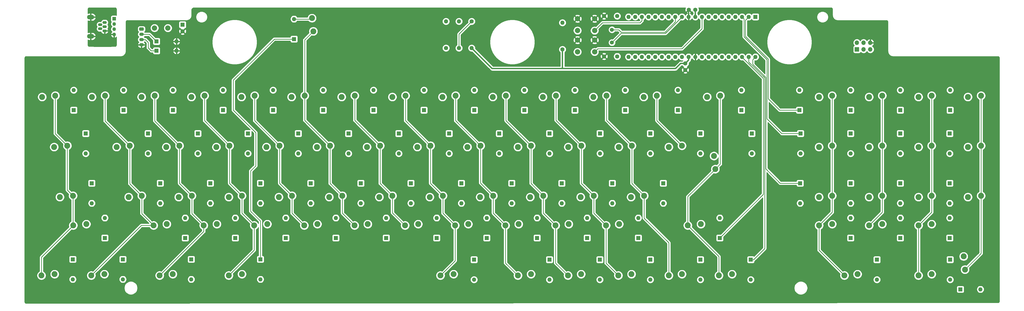
<source format=gbl>
G04 #@! TF.GenerationSoftware,KiCad,Pcbnew,5.1.6-c6e7f7d~87~ubuntu18.04.1*
G04 #@! TF.CreationDate,2020-08-05T12:54:41+02:00*
G04 #@! TF.ProjectId,m0116_usb,6d303131-365f-4757-9362-2e6b69636164,rev?*
G04 #@! TF.SameCoordinates,Original*
G04 #@! TF.FileFunction,Copper,L2,Bot*
G04 #@! TF.FilePolarity,Positive*
%FSLAX46Y46*%
G04 Gerber Fmt 4.6, Leading zero omitted, Abs format (unit mm)*
G04 Created by KiCad (PCBNEW 5.1.6-c6e7f7d~87~ubuntu18.04.1) date 2020-08-05 12:54:41*
%MOMM*%
%LPD*%
G01*
G04 APERTURE LIST*
G04 #@! TA.AperFunction,ComponentPad*
%ADD10O,1.600000X1.600000*%
G04 #@! TD*
G04 #@! TA.AperFunction,ComponentPad*
%ADD11R,1.600000X1.600000*%
G04 #@! TD*
G04 #@! TA.AperFunction,ComponentPad*
%ADD12C,2.250000*%
G04 #@! TD*
G04 #@! TA.AperFunction,ComponentPad*
%ADD13O,1.750000X1.200000*%
G04 #@! TD*
G04 #@! TA.AperFunction,ComponentPad*
%ADD14C,1.500000*%
G04 #@! TD*
G04 #@! TA.AperFunction,ComponentPad*
%ADD15C,1.600000*%
G04 #@! TD*
G04 #@! TA.AperFunction,ComponentPad*
%ADD16O,1.350000X1.350000*%
G04 #@! TD*
G04 #@! TA.AperFunction,ComponentPad*
%ADD17R,1.350000X1.350000*%
G04 #@! TD*
G04 #@! TA.AperFunction,ComponentPad*
%ADD18O,1.650000X1.100000*%
G04 #@! TD*
G04 #@! TA.AperFunction,ComponentPad*
%ADD19O,2.700000X1.700000*%
G04 #@! TD*
G04 #@! TA.AperFunction,ComponentPad*
%ADD20O,1.700000X1.700000*%
G04 #@! TD*
G04 #@! TA.AperFunction,ComponentPad*
%ADD21R,1.700000X1.700000*%
G04 #@! TD*
G04 #@! TA.AperFunction,ComponentPad*
%ADD22C,2.000000*%
G04 #@! TD*
G04 #@! TA.AperFunction,ViaPad*
%ADD23C,0.800000*%
G04 #@! TD*
G04 #@! TA.AperFunction,Conductor*
%ADD24C,0.500000*%
G04 #@! TD*
G04 #@! TA.AperFunction,Conductor*
%ADD25C,0.250000*%
G04 #@! TD*
G04 #@! TA.AperFunction,Conductor*
%ADD26C,0.254000*%
G04 #@! TD*
G04 APERTURE END LIST*
D10*
G04 #@! TO.P,U1,40*
G04 #@! TO.N,row2*
X303276000Y-91744800D03*
G04 #@! TO.P,U1,20*
G04 #@! TO.N,col1*
X255016000Y-76504800D03*
G04 #@! TO.P,U1,39*
G04 #@! TO.N,row4*
X300736000Y-91744800D03*
G04 #@! TO.P,U1,19*
G04 #@! TO.N,col2*
X257556000Y-76504800D03*
G04 #@! TO.P,U1,38*
G04 #@! TO.N,row3*
X298196000Y-91744800D03*
G04 #@! TO.P,U1,18*
G04 #@! TO.N,boot*
X260096000Y-76504800D03*
G04 #@! TO.P,U1,37*
G04 #@! TO.N,col18*
X295656000Y-91744800D03*
G04 #@! TO.P,U1,17*
G04 #@! TO.N,D-*
X262636000Y-76504800D03*
G04 #@! TO.P,U1,36*
G04 #@! TO.N,col17*
X293116000Y-91744800D03*
G04 #@! TO.P,U1,16*
G04 #@! TO.N,D+*
X265176000Y-76504800D03*
G04 #@! TO.P,U1,35*
G04 #@! TO.N,col16*
X290576000Y-91744800D03*
G04 #@! TO.P,U1,15*
G04 #@! TO.N,col3*
X267716000Y-76504800D03*
G04 #@! TO.P,U1,34*
G04 #@! TO.N,col15*
X288036000Y-91744800D03*
G04 #@! TO.P,U1,14*
G04 #@! TO.N,col4*
X270256000Y-76504800D03*
G04 #@! TO.P,U1,33*
G04 #@! TO.N,col14*
X285496000Y-91744800D03*
G04 #@! TO.P,U1,13*
G04 #@! TO.N,Net-(C4-Pad1)*
X272796000Y-76504800D03*
G04 #@! TO.P,U1,32*
G04 #@! TO.N,Net-(U1-Pad32)*
X282956000Y-91744800D03*
G04 #@! TO.P,U1,12*
G04 #@! TO.N,Net-(C5-Pad1)*
X275336000Y-76504800D03*
G04 #@! TO.P,U1,31*
G04 #@! TO.N,GND*
X280416000Y-91744800D03*
G04 #@! TO.P,U1,11*
X277876000Y-76504800D03*
G04 #@! TO.P,U1,30*
G04 #@! TO.N,+5V*
X277876000Y-91744800D03*
G04 #@! TO.P,U1,10*
X280416000Y-76504800D03*
G04 #@! TO.P,U1,29*
G04 #@! TO.N,col13*
X275336000Y-91744800D03*
G04 #@! TO.P,U1,9*
G04 #@! TO.N,reset*
X282956000Y-76504800D03*
G04 #@! TO.P,U1,28*
G04 #@! TO.N,col12*
X272796000Y-91744800D03*
G04 #@! TO.P,U1,8*
G04 #@! TO.N,SCK*
X285496000Y-76504800D03*
G04 #@! TO.P,U1,27*
G04 #@! TO.N,col11*
X270256000Y-91744800D03*
G04 #@! TO.P,U1,7*
G04 #@! TO.N,MISO*
X288036000Y-76504800D03*
G04 #@! TO.P,U1,26*
G04 #@! TO.N,col10*
X267716000Y-91744800D03*
G04 #@! TO.P,U1,6*
G04 #@! TO.N,MOSI*
X290576000Y-76504800D03*
G04 #@! TO.P,U1,25*
G04 #@! TO.N,col9*
X265176000Y-91744800D03*
G04 #@! TO.P,U1,5*
G04 #@! TO.N,Net-(U1-Pad5)*
X293116000Y-76504800D03*
G04 #@! TO.P,U1,24*
G04 #@! TO.N,col8*
X262636000Y-91744800D03*
G04 #@! TO.P,U1,4*
G04 #@! TO.N,Net-(U1-Pad4)*
X295656000Y-76504800D03*
G04 #@! TO.P,U1,23*
G04 #@! TO.N,col7*
X260096000Y-91744800D03*
G04 #@! TO.P,U1,3*
G04 #@! TO.N,row1*
X298196000Y-76504800D03*
G04 #@! TO.P,U1,22*
G04 #@! TO.N,col6*
X257556000Y-91744800D03*
G04 #@! TO.P,U1,2*
G04 #@! TO.N,row0*
X300736000Y-76504800D03*
G04 #@! TO.P,U1,21*
G04 #@! TO.N,col5*
X255016000Y-91744800D03*
D11*
G04 #@! TO.P,U1,1*
G04 #@! TO.N,Net-(U1-Pad1)*
X303276000Y-76504800D03*
G04 #@! TD*
D12*
G04 #@! TO.P,MX14,1*
G04 #@! TO.N,col14*
X289901000Y-106489000D03*
G04 #@! TO.P,MX14,2*
G04 #@! TO.N,Net-(D16-Pad2)*
X284901000Y-106989000D03*
G04 #@! TD*
D13*
G04 #@! TO.P,J3,4*
G04 #@! TO.N,GND*
X69723000Y-87153000D03*
G04 #@! TO.P,J3,3*
G04 #@! TO.N,Net-(D2-Pad1)*
X69723000Y-85153000D03*
G04 #@! TO.P,J3,2*
G04 #@! TO.N,Net-(D1-Pad1)*
X69723000Y-83153000D03*
G04 #@! TO.P,J3,1*
G04 #@! TO.N,VCC*
G04 #@! TA.AperFunction,ComponentPad*
G36*
G01*
X69097999Y-80553000D02*
X70348001Y-80553000D01*
G75*
G02*
X70598000Y-80802999I0J-249999D01*
G01*
X70598000Y-81503001D01*
G75*
G02*
X70348001Y-81753000I-249999J0D01*
G01*
X69097999Y-81753000D01*
G75*
G02*
X68848000Y-81503001I0J249999D01*
G01*
X68848000Y-80802999D01*
G75*
G02*
X69097999Y-80553000I249999J0D01*
G01*
G37*
G04 #@! TD.AperFunction*
G04 #@! TD*
D14*
G04 #@! TO.P,XTAL1,2*
G04 #@! TO.N,Net-(C5-Pad1)*
X248666000Y-86287000D03*
G04 #@! TO.P,XTAL1,1*
G04 #@! TO.N,Net-(C4-Pad1)*
X248666000Y-81407000D03*
G04 #@! TD*
D15*
G04 #@! TO.P,C5,2*
G04 #@! TO.N,GND*
X245698000Y-91567000D03*
G04 #@! TO.P,C5,1*
G04 #@! TO.N,Net-(C5-Pad1)*
X250698000Y-91567000D03*
G04 #@! TD*
G04 #@! TO.P,C4,2*
G04 #@! TO.N,GND*
X245698000Y-76200000D03*
G04 #@! TO.P,C4,1*
G04 #@! TO.N,Net-(C4-Pad1)*
X250698000Y-76200000D03*
G04 #@! TD*
G04 #@! TO.P,C1,2*
G04 #@! TO.N,GND*
X85344000Y-82002000D03*
D11*
G04 #@! TO.P,C1,1*
G04 #@! TO.N,+5V*
X85344000Y-79502000D03*
G04 #@! TD*
D16*
G04 #@! TO.P,J2,4*
G04 #@! TO.N,GND*
X59309000Y-83216000D03*
G04 #@! TO.P,J2,3*
G04 #@! TO.N,Net-(J2-Pad3)*
X59309000Y-81216000D03*
G04 #@! TO.P,J2,2*
G04 #@! TO.N,Net-(J2-Pad2)*
X59309000Y-79216000D03*
D17*
G04 #@! TO.P,J2,1*
G04 #@! TO.N,VCC*
X59309000Y-77216000D03*
G04 #@! TD*
D18*
G04 #@! TO.P,USB1,1*
G04 #@! TO.N,VCC*
X55691000Y-78664000D03*
G04 #@! TO.P,USB1,2*
G04 #@! TO.N,Net-(J2-Pad3)*
X53991000Y-79464000D03*
G04 #@! TO.P,USB1,3*
G04 #@! TO.N,Net-(J2-Pad2)*
X55691000Y-80264000D03*
G04 #@! TO.P,USB1,4*
G04 #@! TO.N,Net-(USB1-Pad4)*
X53991000Y-81064000D03*
G04 #@! TO.P,USB1,5*
G04 #@! TO.N,GND*
X55691000Y-81864000D03*
D19*
G04 #@! TO.P,USB1,6*
X50391000Y-76614000D03*
X50391000Y-83914000D03*
G04 #@! TD*
D12*
G04 #@! TO.P,MX34,1*
G04 #@! TO.N,col16*
X351496000Y-125539000D03*
G04 #@! TO.P,MX34,2*
G04 #@! TO.N,Net-(D36-Pad2)*
X346496000Y-126039000D03*
G04 #@! TD*
G04 #@! TO.P,MX40,1*
G04 #@! TO.N,col4*
X107910000Y-144589000D03*
G04 #@! TO.P,MX40,2*
G04 #@! TO.N,Net-(D42-Pad2)*
X102910000Y-145089000D03*
G04 #@! TD*
D20*
G04 #@! TO.P,J1,6*
G04 #@! TO.N,GND*
X346964000Y-86360000D03*
G04 #@! TO.P,J1,5*
G04 #@! TO.N,reset*
X346964000Y-88900000D03*
G04 #@! TO.P,J1,4*
G04 #@! TO.N,MOSI*
X344424000Y-86360000D03*
G04 #@! TO.P,J1,3*
G04 #@! TO.N,SCK*
X344424000Y-88900000D03*
G04 #@! TO.P,J1,2*
G04 #@! TO.N,+5V*
X341884000Y-86360000D03*
D21*
G04 #@! TO.P,J1,1*
G04 #@! TO.N,MISO*
X341884000Y-88900000D03*
G04 #@! TD*
D12*
G04 #@! TO.P,MX1,1*
G04 #@! TO.N,col1*
X36917000Y-106489000D03*
G04 #@! TO.P,MX1,2*
G04 #@! TO.N,Net-(D3-Pad2)*
X31917000Y-106989000D03*
G04 #@! TD*
D11*
G04 #@! TO.P,D3,1*
G04 #@! TO.N,row0*
X43942000Y-112014000D03*
D10*
G04 #@! TO.P,D3,2*
G04 #@! TO.N,Net-(D3-Pad2)*
X43942000Y-104394000D03*
G04 #@! TD*
D15*
G04 #@! TO.P,R3,1*
G04 #@! TO.N,Net-(D1-Pad1)*
X185547000Y-88392000D03*
D10*
G04 #@! TO.P,R3,2*
G04 #@! TO.N,D+*
X185547000Y-78232000D03*
G04 #@! TD*
G04 #@! TO.P,D1,2*
G04 #@! TO.N,GND*
X83058000Y-85852000D03*
D11*
G04 #@! TO.P,D1,1*
G04 #@! TO.N,Net-(D1-Pad1)*
X75438000Y-85852000D03*
G04 #@! TD*
D10*
G04 #@! TO.P,D2,2*
G04 #@! TO.N,GND*
X83058000Y-89408000D03*
D11*
G04 #@! TO.P,D2,1*
G04 #@! TO.N,Net-(D2-Pad1)*
X75438000Y-89408000D03*
G04 #@! TD*
D12*
G04 #@! TO.P,MX62,1*
G04 #@! TO.N,col10*
X227243000Y-155893000D03*
G04 #@! TO.P,MX62,2*
G04 #@! TO.N,Net-(D64-Pad2)*
X232243000Y-155393000D03*
G04 #@! TD*
G04 #@! TO.P,MX64,1*
G04 #@! TO.N,col14*
X277535000Y-155893000D03*
G04 #@! TO.P,MX64,2*
G04 #@! TO.N,Net-(D66-Pad2)*
X282535000Y-155393000D03*
G04 #@! TD*
D10*
G04 #@! TO.P,D18,2*
G04 #@! TO.N,Net-(D18-Pad2)*
X339471000Y-104394000D03*
D11*
G04 #@! TO.P,D18,1*
G04 #@! TO.N,row0*
X339471000Y-112014000D03*
G04 #@! TD*
D12*
G04 #@! TO.P,MX3,1*
G04 #@! TO.N,col3*
X74763000Y-106489000D03*
G04 #@! TO.P,MX3,2*
G04 #@! TO.N,Net-(D5-Pad2)*
X69763000Y-106989000D03*
G04 #@! TD*
G04 #@! TO.P,MX72,1*
G04 #@! TO.N,col6*
X135065000Y-82002000D03*
G04 #@! TO.P,MX72,2*
G04 #@! TO.N,Net-(D74-Pad2)*
X134565000Y-77002000D03*
G04 #@! TD*
G04 #@! TO.P,MX81,1*
G04 #@! TO.N,col18*
X382969000Y-172680000D03*
G04 #@! TO.P,MX81,2*
G04 #@! TO.N,Net-(D83-Pad2)*
X382469000Y-167680000D03*
G04 #@! TD*
G04 #@! TO.P,MX80,1*
G04 #@! TO.N,col17*
X365292000Y-174943000D03*
G04 #@! TO.P,MX80,2*
G04 #@! TO.N,Net-(D82-Pad2)*
X370292000Y-174443000D03*
G04 #@! TD*
G04 #@! TO.P,MX79,1*
G04 #@! TO.N,col15*
X337098000Y-174943000D03*
G04 #@! TO.P,MX79,2*
G04 #@! TO.N,Net-(D81-Pad2)*
X342098000Y-174443000D03*
G04 #@! TD*
G04 #@! TO.P,MX78,1*
G04 #@! TO.N,col14*
X289346000Y-174943000D03*
G04 #@! TO.P,MX78,2*
G04 #@! TO.N,Net-(D80-Pad2)*
X294346000Y-174443000D03*
G04 #@! TD*
G04 #@! TO.P,MX77,1*
G04 #@! TO.N,col12*
X270296000Y-174943000D03*
G04 #@! TO.P,MX77,2*
G04 #@! TO.N,Net-(D79-Pad2)*
X275296000Y-174443000D03*
G04 #@! TD*
G04 #@! TO.P,MX76,1*
G04 #@! TO.N,col11*
X251119000Y-174943000D03*
G04 #@! TO.P,MX76,2*
G04 #@! TO.N,Net-(D78-Pad2)*
X256119000Y-174443000D03*
G04 #@! TD*
G04 #@! TO.P,MX75,1*
G04 #@! TO.N,col10*
X231942000Y-174943000D03*
G04 #@! TO.P,MX75,2*
G04 #@! TO.N,Net-(D77-Pad2)*
X236942000Y-174443000D03*
G04 #@! TD*
G04 #@! TO.P,MX74,1*
G04 #@! TO.N,col9*
X212892000Y-174943000D03*
G04 #@! TO.P,MX74,2*
G04 #@! TO.N,Net-(D76-Pad2)*
X217892000Y-174443000D03*
G04 #@! TD*
G04 #@! TO.P,MX73,1*
G04 #@! TO.N,col8*
X183428000Y-174943000D03*
G04 #@! TO.P,MX73,2*
G04 #@! TO.N,Net-(D75-Pad2)*
X188428000Y-174443000D03*
G04 #@! TD*
G04 #@! TO.P,MX71,1*
G04 #@! TO.N,col4*
X102910000Y-174943000D03*
G04 #@! TO.P,MX71,2*
G04 #@! TO.N,Net-(D73-Pad2)*
X107910000Y-174443000D03*
G04 #@! TD*
G04 #@! TO.P,MX70,1*
G04 #@! TO.N,col3*
X76621000Y-174943000D03*
G04 #@! TO.P,MX70,2*
G04 #@! TO.N,Net-(D72-Pad2)*
X81621000Y-174443000D03*
G04 #@! TD*
G04 #@! TO.P,MX69,1*
G04 #@! TO.N,col2*
X50586000Y-174943000D03*
G04 #@! TO.P,MX69,2*
G04 #@! TO.N,Net-(D71-Pad2)*
X55586000Y-174443000D03*
G04 #@! TD*
G04 #@! TO.P,MX68,1*
G04 #@! TO.N,col1*
X31663000Y-174943000D03*
G04 #@! TO.P,MX68,2*
G04 #@! TO.N,Net-(D70-Pad2)*
X36663000Y-174443000D03*
G04 #@! TD*
G04 #@! TO.P,MX67,1*
G04 #@! TO.N,col17*
X365292000Y-155893000D03*
G04 #@! TO.P,MX67,2*
G04 #@! TO.N,Net-(D69-Pad2)*
X370292000Y-155393000D03*
G04 #@! TD*
G04 #@! TO.P,MX66,1*
G04 #@! TO.N,col16*
X346496000Y-155893000D03*
G04 #@! TO.P,MX66,2*
G04 #@! TO.N,Net-(D68-Pad2)*
X351496000Y-155393000D03*
G04 #@! TD*
G04 #@! TO.P,MX65,1*
G04 #@! TO.N,col15*
X327446000Y-155893000D03*
G04 #@! TO.P,MX65,2*
G04 #@! TO.N,Net-(D67-Pad2)*
X332446000Y-155393000D03*
G04 #@! TD*
G04 #@! TO.P,MX63,1*
G04 #@! TO.N,col11*
X246420000Y-155893000D03*
G04 #@! TO.P,MX63,2*
G04 #@! TO.N,Net-(D65-Pad2)*
X251420000Y-155393000D03*
G04 #@! TD*
G04 #@! TO.P,MX61,1*
G04 #@! TO.N,col9*
X208193000Y-155893000D03*
G04 #@! TO.P,MX61,2*
G04 #@! TO.N,Net-(D63-Pad2)*
X213193000Y-155393000D03*
G04 #@! TD*
G04 #@! TO.P,MX60,1*
G04 #@! TO.N,col8*
X189016000Y-155893000D03*
G04 #@! TO.P,MX60,2*
G04 #@! TO.N,Net-(D62-Pad2)*
X194016000Y-155393000D03*
G04 #@! TD*
G04 #@! TO.P,MX59,1*
G04 #@! TO.N,col7*
X169966000Y-155893000D03*
G04 #@! TO.P,MX59,2*
G04 #@! TO.N,Net-(D61-Pad2)*
X174966000Y-155393000D03*
G04 #@! TD*
G04 #@! TO.P,MX58,1*
G04 #@! TO.N,col6*
X150789000Y-155893000D03*
G04 #@! TO.P,MX58,2*
G04 #@! TO.N,Net-(D60-Pad2)*
X155789000Y-155393000D03*
G04 #@! TD*
G04 #@! TO.P,MX57,1*
G04 #@! TO.N,col5*
X131612000Y-155893000D03*
G04 #@! TO.P,MX57,2*
G04 #@! TO.N,Net-(D59-Pad2)*
X136612000Y-155393000D03*
G04 #@! TD*
G04 #@! TO.P,MX56,1*
G04 #@! TO.N,col4*
X112562000Y-155893000D03*
G04 #@! TO.P,MX56,2*
G04 #@! TO.N,Net-(D58-Pad2)*
X117562000Y-155393000D03*
G04 #@! TD*
G04 #@! TO.P,MX55,1*
G04 #@! TO.N,col3*
X93385000Y-155893000D03*
G04 #@! TO.P,MX55,2*
G04 #@! TO.N,Net-(D57-Pad2)*
X98385000Y-155393000D03*
G04 #@! TD*
G04 #@! TO.P,MX54,1*
G04 #@! TO.N,col2*
X74335000Y-155893000D03*
G04 #@! TO.P,MX54,2*
G04 #@! TO.N,Net-(D56-Pad2)*
X79335000Y-155393000D03*
G04 #@! TD*
G04 #@! TO.P,MX53,1*
G04 #@! TO.N,col1*
X43728000Y-155893000D03*
G04 #@! TO.P,MX53,2*
G04 #@! TO.N,Net-(D55-Pad2)*
X48728000Y-155393000D03*
G04 #@! TD*
G04 #@! TO.P,MX52,1*
G04 #@! TO.N,col18*
X389088000Y-144589000D03*
G04 #@! TO.P,MX52,2*
G04 #@! TO.N,Net-(D54-Pad2)*
X384088000Y-145089000D03*
G04 #@! TD*
G04 #@! TO.P,MX51,1*
G04 #@! TO.N,col17*
X370292000Y-144589000D03*
G04 #@! TO.P,MX51,2*
G04 #@! TO.N,Net-(D53-Pad2)*
X365292000Y-145089000D03*
G04 #@! TD*
G04 #@! TO.P,MX50,1*
G04 #@! TO.N,col16*
X351496000Y-144589000D03*
G04 #@! TO.P,MX50,2*
G04 #@! TO.N,Net-(D52-Pad2)*
X346496000Y-145089000D03*
G04 #@! TD*
G04 #@! TO.P,MX49,1*
G04 #@! TO.N,col15*
X332446000Y-144589000D03*
G04 #@! TO.P,MX49,2*
G04 #@! TO.N,Net-(D51-Pad2)*
X327446000Y-145089000D03*
G04 #@! TD*
G04 #@! TO.P,MX48,1*
G04 #@! TO.N,col12*
X260945000Y-144589000D03*
G04 #@! TO.P,MX48,2*
G04 #@! TO.N,Net-(D50-Pad2)*
X255945000Y-145089000D03*
G04 #@! TD*
G04 #@! TO.P,MX47,1*
G04 #@! TO.N,col11*
X241768000Y-144589000D03*
G04 #@! TO.P,MX47,2*
G04 #@! TO.N,Net-(D49-Pad2)*
X236768000Y-145089000D03*
G04 #@! TD*
G04 #@! TO.P,MX46,1*
G04 #@! TO.N,col10*
X222591000Y-144589000D03*
G04 #@! TO.P,MX46,2*
G04 #@! TO.N,Net-(D48-Pad2)*
X217591000Y-145089000D03*
G04 #@! TD*
G04 #@! TO.P,MX45,1*
G04 #@! TO.N,col9*
X203541000Y-144589000D03*
G04 #@! TO.P,MX45,2*
G04 #@! TO.N,Net-(D47-Pad2)*
X198541000Y-145089000D03*
G04 #@! TD*
G04 #@! TO.P,MX44,1*
G04 #@! TO.N,col8*
X184364000Y-144589000D03*
G04 #@! TO.P,MX44,2*
G04 #@! TO.N,Net-(D46-Pad2)*
X179364000Y-145089000D03*
G04 #@! TD*
G04 #@! TO.P,MX43,1*
G04 #@! TO.N,col7*
X165187000Y-144589000D03*
G04 #@! TO.P,MX43,2*
G04 #@! TO.N,Net-(D45-Pad2)*
X160187000Y-145089000D03*
G04 #@! TD*
G04 #@! TO.P,MX42,1*
G04 #@! TO.N,col6*
X146137000Y-144589000D03*
G04 #@! TO.P,MX42,2*
G04 #@! TO.N,Net-(D44-Pad2)*
X141137000Y-145089000D03*
G04 #@! TD*
G04 #@! TO.P,MX41,1*
G04 #@! TO.N,col5*
X126960000Y-144589000D03*
G04 #@! TO.P,MX41,2*
G04 #@! TO.N,Net-(D43-Pad2)*
X121960000Y-145089000D03*
G04 #@! TD*
G04 #@! TO.P,MX39,1*
G04 #@! TO.N,col3*
X88860000Y-144589000D03*
G04 #@! TO.P,MX39,2*
G04 #@! TO.N,Net-(D41-Pad2)*
X83860000Y-145089000D03*
G04 #@! TD*
G04 #@! TO.P,MX38,1*
G04 #@! TO.N,col2*
X69810000Y-144589000D03*
G04 #@! TO.P,MX38,2*
G04 #@! TO.N,Net-(D40-Pad2)*
X64810000Y-145089000D03*
G04 #@! TD*
G04 #@! TO.P,MX37,1*
G04 #@! TO.N,col1*
X43648000Y-144589000D03*
G04 #@! TO.P,MX37,2*
G04 #@! TO.N,Net-(D39-Pad2)*
X38648000Y-145089000D03*
G04 #@! TD*
G04 #@! TO.P,MX36,1*
G04 #@! TO.N,col18*
X389088000Y-125539000D03*
G04 #@! TO.P,MX36,2*
G04 #@! TO.N,Net-(D38-Pad2)*
X384088000Y-126039000D03*
G04 #@! TD*
G04 #@! TO.P,MX35,1*
G04 #@! TO.N,col17*
X370292000Y-125539000D03*
G04 #@! TO.P,MX35,2*
G04 #@! TO.N,Net-(D37-Pad2)*
X365292000Y-126039000D03*
G04 #@! TD*
G04 #@! TO.P,MX33,1*
G04 #@! TO.N,col15*
X332446000Y-125539000D03*
G04 #@! TO.P,MX33,2*
G04 #@! TO.N,Net-(D35-Pad2)*
X327446000Y-126039000D03*
G04 #@! TD*
G04 #@! TO.P,MX32,1*
G04 #@! TO.N,col14*
X287973000Y-134453000D03*
G04 #@! TO.P,MX32,2*
G04 #@! TO.N,Net-(D34-Pad2)*
X287473000Y-129453000D03*
G04 #@! TD*
G04 #@! TO.P,MX31,1*
G04 #@! TO.N,col13*
X275296000Y-125539000D03*
G04 #@! TO.P,MX31,2*
G04 #@! TO.N,Net-(D33-Pad2)*
X270296000Y-126039000D03*
G04 #@! TD*
G04 #@! TO.P,MX30,1*
G04 #@! TO.N,col12*
X256246000Y-125539000D03*
G04 #@! TO.P,MX30,2*
G04 #@! TO.N,Net-(D32-Pad2)*
X251246000Y-126039000D03*
G04 #@! TD*
G04 #@! TO.P,MX29,1*
G04 #@! TO.N,col11*
X237069000Y-125539000D03*
G04 #@! TO.P,MX29,2*
G04 #@! TO.N,Net-(D31-Pad2)*
X232069000Y-126039000D03*
G04 #@! TD*
G04 #@! TO.P,MX28,1*
G04 #@! TO.N,col10*
X217892000Y-125539000D03*
G04 #@! TO.P,MX28,2*
G04 #@! TO.N,Net-(D30-Pad2)*
X212892000Y-126039000D03*
G04 #@! TD*
G04 #@! TO.P,MX27,1*
G04 #@! TO.N,col9*
X198715000Y-125539000D03*
G04 #@! TO.P,MX27,2*
G04 #@! TO.N,Net-(D29-Pad2)*
X193715000Y-126039000D03*
G04 #@! TD*
G04 #@! TO.P,MX26,1*
G04 #@! TO.N,col8*
X179665000Y-125539000D03*
G04 #@! TO.P,MX26,2*
G04 #@! TO.N,Net-(D28-Pad2)*
X174665000Y-126039000D03*
G04 #@! TD*
G04 #@! TO.P,MX25,1*
G04 #@! TO.N,col7*
X160488000Y-125539000D03*
G04 #@! TO.P,MX25,2*
G04 #@! TO.N,Net-(D27-Pad2)*
X155488000Y-126039000D03*
G04 #@! TD*
G04 #@! TO.P,MX24,1*
G04 #@! TO.N,col6*
X141438000Y-125539000D03*
G04 #@! TO.P,MX24,2*
G04 #@! TO.N,Net-(D26-Pad2)*
X136438000Y-126039000D03*
G04 #@! TD*
G04 #@! TO.P,MX23,1*
G04 #@! TO.N,col5*
X122261000Y-125539000D03*
G04 #@! TO.P,MX23,2*
G04 #@! TO.N,Net-(D25-Pad2)*
X117261000Y-126039000D03*
G04 #@! TD*
G04 #@! TO.P,MX22,1*
G04 #@! TO.N,col4*
X103211000Y-125539000D03*
G04 #@! TO.P,MX22,2*
G04 #@! TO.N,Net-(D24-Pad2)*
X98211000Y-126039000D03*
G04 #@! TD*
G04 #@! TO.P,MX21,1*
G04 #@! TO.N,col3*
X84161000Y-125539000D03*
G04 #@! TO.P,MX21,2*
G04 #@! TO.N,Net-(D23-Pad2)*
X79161000Y-126039000D03*
G04 #@! TD*
G04 #@! TO.P,MX20,1*
G04 #@! TO.N,col2*
X65238000Y-125539000D03*
G04 #@! TO.P,MX20,2*
G04 #@! TO.N,Net-(D22-Pad2)*
X60238000Y-126039000D03*
G04 #@! TD*
G04 #@! TO.P,MX19,1*
G04 #@! TO.N,col1*
X41489000Y-125539000D03*
G04 #@! TO.P,MX19,2*
G04 #@! TO.N,Net-(D21-Pad2)*
X36489000Y-126039000D03*
G04 #@! TD*
G04 #@! TO.P,MX18,1*
G04 #@! TO.N,col18*
X389088000Y-106489000D03*
G04 #@! TO.P,MX18,2*
G04 #@! TO.N,Net-(D20-Pad2)*
X384088000Y-106989000D03*
G04 #@! TD*
G04 #@! TO.P,MX17,1*
G04 #@! TO.N,col17*
X370292000Y-106489000D03*
G04 #@! TO.P,MX17,2*
G04 #@! TO.N,Net-(D19-Pad2)*
X365292000Y-106989000D03*
G04 #@! TD*
G04 #@! TO.P,MX16,1*
G04 #@! TO.N,col16*
X351496000Y-106489000D03*
G04 #@! TO.P,MX16,2*
G04 #@! TO.N,Net-(D18-Pad2)*
X346496000Y-106989000D03*
G04 #@! TD*
G04 #@! TO.P,MX15,1*
G04 #@! TO.N,col15*
X332446000Y-106489000D03*
G04 #@! TO.P,MX15,2*
G04 #@! TO.N,Net-(D17-Pad2)*
X327446000Y-106989000D03*
G04 #@! TD*
G04 #@! TO.P,MX13,1*
G04 #@! TO.N,col13*
X265771000Y-106489000D03*
G04 #@! TO.P,MX13,2*
G04 #@! TO.N,Net-(D15-Pad2)*
X260771000Y-106989000D03*
G04 #@! TD*
G04 #@! TO.P,MX12,1*
G04 #@! TO.N,col12*
X246594000Y-106489000D03*
G04 #@! TO.P,MX12,2*
G04 #@! TO.N,Net-(D14-Pad2)*
X241594000Y-106989000D03*
G04 #@! TD*
G04 #@! TO.P,MX11,1*
G04 #@! TO.N,col11*
X227417000Y-106489000D03*
G04 #@! TO.P,MX11,2*
G04 #@! TO.N,Net-(D13-Pad2)*
X222417000Y-106989000D03*
G04 #@! TD*
G04 #@! TO.P,MX10,1*
G04 #@! TO.N,col10*
X208367000Y-106489000D03*
G04 #@! TO.P,MX10,2*
G04 #@! TO.N,Net-(D12-Pad2)*
X203367000Y-106989000D03*
G04 #@! TD*
G04 #@! TO.P,MX9,1*
G04 #@! TO.N,col9*
X189190000Y-106489000D03*
G04 #@! TO.P,MX9,2*
G04 #@! TO.N,Net-(D11-Pad2)*
X184190000Y-106989000D03*
G04 #@! TD*
G04 #@! TO.P,MX8,1*
G04 #@! TO.N,col8*
X170140000Y-106489000D03*
G04 #@! TO.P,MX8,2*
G04 #@! TO.N,Net-(D10-Pad2)*
X165140000Y-106989000D03*
G04 #@! TD*
G04 #@! TO.P,MX7,1*
G04 #@! TO.N,col7*
X150836000Y-106489000D03*
G04 #@! TO.P,MX7,2*
G04 #@! TO.N,Net-(D9-Pad2)*
X145836000Y-106989000D03*
G04 #@! TD*
G04 #@! TO.P,MX6,1*
G04 #@! TO.N,col6*
X131786000Y-106489000D03*
G04 #@! TO.P,MX6,2*
G04 #@! TO.N,Net-(D8-Pad2)*
X126786000Y-106989000D03*
G04 #@! TD*
G04 #@! TO.P,MX5,1*
G04 #@! TO.N,col5*
X112736000Y-106489000D03*
G04 #@! TO.P,MX5,2*
G04 #@! TO.N,Net-(D7-Pad2)*
X107736000Y-106989000D03*
G04 #@! TD*
G04 #@! TO.P,MX4,1*
G04 #@! TO.N,col4*
X93686000Y-106489000D03*
G04 #@! TO.P,MX4,2*
G04 #@! TO.N,Net-(D6-Pad2)*
X88686000Y-106989000D03*
G04 #@! TD*
G04 #@! TO.P,MX2,1*
G04 #@! TO.N,col2*
X55840000Y-106489000D03*
G04 #@! TO.P,MX2,2*
G04 #@! TO.N,Net-(D4-Pad2)*
X50840000Y-106989000D03*
G04 #@! TD*
D22*
G04 #@! TO.P,Reset,1*
G04 #@! TO.N,GND*
X242085000Y-85344000D03*
G04 #@! TO.P,Reset,2*
G04 #@! TO.N,reset*
X242085000Y-89844000D03*
G04 #@! TO.P,Reset,1*
G04 #@! TO.N,GND*
X235585000Y-85344000D03*
G04 #@! TO.P,Reset,2*
G04 #@! TO.N,reset*
X235585000Y-89844000D03*
G04 #@! TD*
D10*
G04 #@! TO.P,R2,2*
G04 #@! TO.N,+5V*
X195326000Y-88392000D03*
D15*
G04 #@! TO.P,R2,1*
G04 #@! TO.N,Net-(D2-Pad1)*
X195326000Y-78232000D03*
G04 #@! TD*
G04 #@! TO.P,R4,1*
G04 #@! TO.N,Net-(D2-Pad1)*
X190500000Y-88392000D03*
D10*
G04 #@! TO.P,R4,2*
G04 #@! TO.N,D-*
X190500000Y-78232000D03*
G04 #@! TD*
G04 #@! TO.P,R1,2*
G04 #@! TO.N,reset*
X229870000Y-78740000D03*
D15*
G04 #@! TO.P,R1,1*
G04 #@! TO.N,+5V*
X229870000Y-88900000D03*
G04 #@! TD*
D22*
G04 #@! TO.P,F1,2*
G04 #@! TO.N,VCC*
X74676000Y-80762000D03*
G04 #@! TO.P,F1,1*
G04 #@! TO.N,+5V*
X79756000Y-80772000D03*
G04 #@! TD*
D10*
G04 #@! TO.P,D74,2*
G04 #@! TO.N,Net-(D74-Pad2)*
X127762000Y-77343000D03*
D11*
G04 #@! TO.P,D74,1*
G04 #@! TO.N,row4*
X127762000Y-84963000D03*
G04 #@! TD*
D10*
G04 #@! TO.P,D83,2*
G04 #@! TO.N,Net-(D83-Pad2)*
X388874000Y-180213000D03*
D11*
G04 #@! TO.P,D83,1*
G04 #@! TO.N,row4*
X381254000Y-180213000D03*
G04 #@! TD*
D10*
G04 #@! TO.P,D82,2*
G04 #@! TO.N,Net-(D82-Pad2)*
X377317000Y-176530000D03*
D11*
G04 #@! TO.P,D82,1*
G04 #@! TO.N,row4*
X377317000Y-168910000D03*
G04 #@! TD*
D10*
G04 #@! TO.P,D81,2*
G04 #@! TO.N,Net-(D81-Pad2)*
X349504000Y-176530000D03*
D11*
G04 #@! TO.P,D81,1*
G04 #@! TO.N,row4*
X349504000Y-168910000D03*
G04 #@! TD*
D10*
G04 #@! TO.P,D80,2*
G04 #@! TO.N,Net-(D80-Pad2)*
X301498000Y-176530000D03*
D11*
G04 #@! TO.P,D80,1*
G04 #@! TO.N,row4*
X301498000Y-168910000D03*
G04 #@! TD*
D10*
G04 #@! TO.P,D79,2*
G04 #@! TO.N,Net-(D79-Pad2)*
X282321000Y-176530000D03*
D11*
G04 #@! TO.P,D79,1*
G04 #@! TO.N,row4*
X282321000Y-168910000D03*
G04 #@! TD*
D10*
G04 #@! TO.P,D78,2*
G04 #@! TO.N,Net-(D78-Pad2)*
X263271000Y-176530000D03*
D11*
G04 #@! TO.P,D78,1*
G04 #@! TO.N,row4*
X263271000Y-168910000D03*
G04 #@! TD*
D10*
G04 #@! TO.P,D77,2*
G04 #@! TO.N,Net-(D77-Pad2)*
X244094000Y-176530000D03*
D11*
G04 #@! TO.P,D77,1*
G04 #@! TO.N,row4*
X244094000Y-168910000D03*
G04 #@! TD*
D10*
G04 #@! TO.P,D76,2*
G04 #@! TO.N,Net-(D76-Pad2)*
X224917000Y-176530000D03*
D11*
G04 #@! TO.P,D76,1*
G04 #@! TO.N,row4*
X224917000Y-168910000D03*
G04 #@! TD*
D10*
G04 #@! TO.P,D75,2*
G04 #@! TO.N,Net-(D75-Pad2)*
X196215000Y-176530000D03*
D11*
G04 #@! TO.P,D75,1*
G04 #@! TO.N,row4*
X196215000Y-168910000D03*
G04 #@! TD*
D10*
G04 #@! TO.P,D73,2*
G04 #@! TO.N,Net-(D73-Pad2)*
X114935000Y-176403000D03*
D11*
G04 #@! TO.P,D73,1*
G04 #@! TO.N,row4*
X114935000Y-168783000D03*
G04 #@! TD*
D10*
G04 #@! TO.P,D72,2*
G04 #@! TO.N,Net-(D72-Pad2)*
X88646000Y-176403000D03*
D11*
G04 #@! TO.P,D72,1*
G04 #@! TO.N,row4*
X88646000Y-168783000D03*
G04 #@! TD*
D10*
G04 #@! TO.P,D71,2*
G04 #@! TO.N,Net-(D71-Pad2)*
X62611000Y-176403000D03*
D11*
G04 #@! TO.P,D71,1*
G04 #@! TO.N,row4*
X62611000Y-168783000D03*
G04 #@! TD*
D10*
G04 #@! TO.P,D70,2*
G04 #@! TO.N,Net-(D70-Pad2)*
X43561000Y-176403000D03*
D11*
G04 #@! TO.P,D70,1*
G04 #@! TO.N,row4*
X43561000Y-168783000D03*
G04 #@! TD*
D10*
G04 #@! TO.P,D69,2*
G04 #@! TO.N,Net-(D69-Pad2)*
X377190000Y-153035000D03*
D11*
G04 #@! TO.P,D69,1*
G04 #@! TO.N,row3*
X377190000Y-160655000D03*
G04 #@! TD*
D10*
G04 #@! TO.P,D68,2*
G04 #@! TO.N,Net-(D68-Pad2)*
X358394000Y-153035000D03*
D11*
G04 #@! TO.P,D68,1*
G04 #@! TO.N,row3*
X358394000Y-160655000D03*
G04 #@! TD*
D10*
G04 #@! TO.P,D67,2*
G04 #@! TO.N,Net-(D67-Pad2)*
X339471000Y-153035000D03*
D11*
G04 #@! TO.P,D67,1*
G04 #@! TO.N,row3*
X339471000Y-160655000D03*
G04 #@! TD*
D10*
G04 #@! TO.P,D66,2*
G04 #@! TO.N,Net-(D66-Pad2)*
X289687000Y-153035000D03*
D11*
G04 #@! TO.P,D66,1*
G04 #@! TO.N,row3*
X289687000Y-160655000D03*
G04 #@! TD*
D10*
G04 #@! TO.P,D65,2*
G04 #@! TO.N,Net-(D65-Pad2)*
X258699000Y-153035000D03*
D11*
G04 #@! TO.P,D65,1*
G04 #@! TO.N,row3*
X258699000Y-160655000D03*
G04 #@! TD*
D10*
G04 #@! TO.P,D64,2*
G04 #@! TO.N,Net-(D64-Pad2)*
X239268000Y-153035000D03*
D11*
G04 #@! TO.P,D64,1*
G04 #@! TO.N,row3*
X239268000Y-160655000D03*
G04 #@! TD*
D10*
G04 #@! TO.P,D63,2*
G04 #@! TO.N,Net-(D63-Pad2)*
X220218000Y-153035000D03*
D11*
G04 #@! TO.P,D63,1*
G04 #@! TO.N,row3*
X220218000Y-160655000D03*
G04 #@! TD*
D10*
G04 #@! TO.P,D62,2*
G04 #@! TO.N,Net-(D62-Pad2)*
X201041000Y-153035000D03*
D11*
G04 #@! TO.P,D62,1*
G04 #@! TO.N,row3*
X201041000Y-160655000D03*
G04 #@! TD*
D10*
G04 #@! TO.P,D61,2*
G04 #@! TO.N,Net-(D61-Pad2)*
X181991000Y-153035000D03*
D11*
G04 #@! TO.P,D61,1*
G04 #@! TO.N,row3*
X181991000Y-160655000D03*
G04 #@! TD*
D10*
G04 #@! TO.P,D60,2*
G04 #@! TO.N,Net-(D60-Pad2)*
X162814000Y-153035000D03*
D11*
G04 #@! TO.P,D60,1*
G04 #@! TO.N,row3*
X162814000Y-160655000D03*
G04 #@! TD*
D10*
G04 #@! TO.P,D59,2*
G04 #@! TO.N,Net-(D59-Pad2)*
X143637000Y-153035000D03*
D11*
G04 #@! TO.P,D59,1*
G04 #@! TO.N,row3*
X143637000Y-160655000D03*
G04 #@! TD*
D10*
G04 #@! TO.P,D58,2*
G04 #@! TO.N,Net-(D58-Pad2)*
X124587000Y-153035000D03*
D11*
G04 #@! TO.P,D58,1*
G04 #@! TO.N,row3*
X124587000Y-160655000D03*
G04 #@! TD*
D10*
G04 #@! TO.P,D57,2*
G04 #@! TO.N,Net-(D57-Pad2)*
X105410000Y-153035000D03*
D11*
G04 #@! TO.P,D57,1*
G04 #@! TO.N,row3*
X105410000Y-160655000D03*
G04 #@! TD*
D10*
G04 #@! TO.P,D56,2*
G04 #@! TO.N,Net-(D56-Pad2)*
X86360000Y-153035000D03*
D11*
G04 #@! TO.P,D56,1*
G04 #@! TO.N,row3*
X86360000Y-160655000D03*
G04 #@! TD*
D10*
G04 #@! TO.P,D55,2*
G04 #@! TO.N,Net-(D55-Pad2)*
X55753000Y-153035000D03*
D11*
G04 #@! TO.P,D55,1*
G04 #@! TO.N,row3*
X55753000Y-160655000D03*
G04 #@! TD*
D10*
G04 #@! TO.P,D54,2*
G04 #@! TO.N,Net-(D54-Pad2)*
X377190000Y-147447000D03*
D11*
G04 #@! TO.P,D54,1*
G04 #@! TO.N,row2*
X377190000Y-139827000D03*
G04 #@! TD*
D10*
G04 #@! TO.P,D53,2*
G04 #@! TO.N,Net-(D53-Pad2)*
X358394000Y-147447000D03*
D11*
G04 #@! TO.P,D53,1*
G04 #@! TO.N,row2*
X358394000Y-139827000D03*
G04 #@! TD*
D10*
G04 #@! TO.P,D52,2*
G04 #@! TO.N,Net-(D52-Pad2)*
X339471000Y-147447000D03*
D11*
G04 #@! TO.P,D52,1*
G04 #@! TO.N,row2*
X339471000Y-139827000D03*
G04 #@! TD*
D10*
G04 #@! TO.P,D51,2*
G04 #@! TO.N,Net-(D51-Pad2)*
X320294000Y-147447000D03*
D11*
G04 #@! TO.P,D51,1*
G04 #@! TO.N,row2*
X320294000Y-139827000D03*
G04 #@! TD*
D10*
G04 #@! TO.P,D50,2*
G04 #@! TO.N,Net-(D50-Pad2)*
X268224000Y-147447000D03*
D11*
G04 #@! TO.P,D50,1*
G04 #@! TO.N,row2*
X268224000Y-139827000D03*
G04 #@! TD*
D10*
G04 #@! TO.P,D49,2*
G04 #@! TO.N,Net-(D49-Pad2)*
X248793000Y-147447000D03*
D11*
G04 #@! TO.P,D49,1*
G04 #@! TO.N,row2*
X248793000Y-139827000D03*
G04 #@! TD*
D10*
G04 #@! TO.P,D48,2*
G04 #@! TO.N,Net-(D48-Pad2)*
X229616000Y-147447000D03*
D11*
G04 #@! TO.P,D48,1*
G04 #@! TO.N,row2*
X229616000Y-139827000D03*
G04 #@! TD*
D10*
G04 #@! TO.P,D47,2*
G04 #@! TO.N,Net-(D47-Pad2)*
X210566000Y-147447000D03*
D11*
G04 #@! TO.P,D47,1*
G04 #@! TO.N,row2*
X210566000Y-139827000D03*
G04 #@! TD*
D10*
G04 #@! TO.P,D46,2*
G04 #@! TO.N,Net-(D46-Pad2)*
X191389000Y-147447000D03*
D11*
G04 #@! TO.P,D46,1*
G04 #@! TO.N,row2*
X191389000Y-139827000D03*
G04 #@! TD*
D10*
G04 #@! TO.P,D45,2*
G04 #@! TO.N,Net-(D45-Pad2)*
X172212000Y-147447000D03*
D11*
G04 #@! TO.P,D45,1*
G04 #@! TO.N,row2*
X172212000Y-139827000D03*
G04 #@! TD*
D10*
G04 #@! TO.P,D44,2*
G04 #@! TO.N,Net-(D44-Pad2)*
X153162000Y-147447000D03*
D11*
G04 #@! TO.P,D44,1*
G04 #@! TO.N,row2*
X153162000Y-139827000D03*
G04 #@! TD*
D10*
G04 #@! TO.P,D43,2*
G04 #@! TO.N,Net-(D43-Pad2)*
X134112000Y-147447000D03*
D11*
G04 #@! TO.P,D43,1*
G04 #@! TO.N,row2*
X134112000Y-139827000D03*
G04 #@! TD*
D10*
G04 #@! TO.P,D42,2*
G04 #@! TO.N,Net-(D42-Pad2)*
X114935000Y-147447000D03*
D11*
G04 #@! TO.P,D42,1*
G04 #@! TO.N,row2*
X114935000Y-139827000D03*
G04 #@! TD*
D10*
G04 #@! TO.P,D41,2*
G04 #@! TO.N,Net-(D41-Pad2)*
X95885000Y-147447000D03*
D11*
G04 #@! TO.P,D41,1*
G04 #@! TO.N,row2*
X95885000Y-139827000D03*
G04 #@! TD*
D10*
G04 #@! TO.P,D40,2*
G04 #@! TO.N,Net-(D40-Pad2)*
X76835000Y-147447000D03*
D11*
G04 #@! TO.P,D40,1*
G04 #@! TO.N,row2*
X76835000Y-139827000D03*
G04 #@! TD*
D10*
G04 #@! TO.P,D39,2*
G04 #@! TO.N,Net-(D39-Pad2)*
X50800000Y-147447000D03*
D11*
G04 #@! TO.P,D39,1*
G04 #@! TO.N,row2*
X50800000Y-139827000D03*
G04 #@! TD*
D10*
G04 #@! TO.P,D38,2*
G04 #@! TO.N,Net-(D38-Pad2)*
X377190000Y-128524000D03*
D11*
G04 #@! TO.P,D38,1*
G04 #@! TO.N,row1*
X377190000Y-120904000D03*
G04 #@! TD*
D10*
G04 #@! TO.P,D37,2*
G04 #@! TO.N,Net-(D37-Pad2)*
X358394000Y-128524000D03*
D11*
G04 #@! TO.P,D37,1*
G04 #@! TO.N,row1*
X358394000Y-120904000D03*
G04 #@! TD*
D10*
G04 #@! TO.P,D36,2*
G04 #@! TO.N,Net-(D36-Pad2)*
X339471000Y-128524000D03*
D11*
G04 #@! TO.P,D36,1*
G04 #@! TO.N,row1*
X339471000Y-120904000D03*
G04 #@! TD*
D10*
G04 #@! TO.P,D35,2*
G04 #@! TO.N,Net-(D35-Pad2)*
X320421000Y-128524000D03*
D11*
G04 #@! TO.P,D35,1*
G04 #@! TO.N,row1*
X320421000Y-120904000D03*
G04 #@! TD*
D10*
G04 #@! TO.P,D34,2*
G04 #@! TO.N,Net-(D34-Pad2)*
X301879000Y-128524000D03*
D11*
G04 #@! TO.P,D34,1*
G04 #@! TO.N,row1*
X301879000Y-120904000D03*
G04 #@! TD*
D10*
G04 #@! TO.P,D33,2*
G04 #@! TO.N,Net-(D33-Pad2)*
X282321000Y-128524000D03*
D11*
G04 #@! TO.P,D33,1*
G04 #@! TO.N,row1*
X282321000Y-120904000D03*
G04 #@! TD*
D10*
G04 #@! TO.P,D32,2*
G04 #@! TO.N,Net-(D32-Pad2)*
X263271000Y-128524000D03*
D11*
G04 #@! TO.P,D32,1*
G04 #@! TO.N,row1*
X263271000Y-120904000D03*
G04 #@! TD*
D10*
G04 #@! TO.P,D31,2*
G04 #@! TO.N,Net-(D31-Pad2)*
X244144800Y-128524000D03*
D11*
G04 #@! TO.P,D31,1*
G04 #@! TO.N,row1*
X244144800Y-120904000D03*
G04 #@! TD*
D10*
G04 #@! TO.P,D30,2*
G04 #@! TO.N,Net-(D30-Pad2)*
X224942400Y-128524000D03*
D11*
G04 #@! TO.P,D30,1*
G04 #@! TO.N,row1*
X224942400Y-120904000D03*
G04 #@! TD*
D10*
G04 #@! TO.P,D29,2*
G04 #@! TO.N,Net-(D29-Pad2)*
X205841600Y-128524000D03*
D11*
G04 #@! TO.P,D29,1*
G04 #@! TO.N,row1*
X205841600Y-120904000D03*
G04 #@! TD*
D10*
G04 #@! TO.P,D28,2*
G04 #@! TO.N,Net-(D28-Pad2)*
X186740800Y-128524000D03*
D11*
G04 #@! TO.P,D28,1*
G04 #@! TO.N,row1*
X186740800Y-120904000D03*
G04 #@! TD*
D10*
G04 #@! TO.P,D27,2*
G04 #@! TO.N,Net-(D27-Pad2)*
X167589200Y-128524000D03*
D11*
G04 #@! TO.P,D27,1*
G04 #@! TO.N,row1*
X167589200Y-120904000D03*
G04 #@! TD*
D10*
G04 #@! TO.P,D26,2*
G04 #@! TO.N,Net-(D26-Pad2)*
X148488400Y-128524000D03*
D11*
G04 #@! TO.P,D26,1*
G04 #@! TO.N,row1*
X148488400Y-120904000D03*
G04 #@! TD*
D10*
G04 #@! TO.P,D25,2*
G04 #@! TO.N,Net-(D25-Pad2)*
X129336800Y-128524000D03*
D11*
G04 #@! TO.P,D25,1*
G04 #@! TO.N,row1*
X129336800Y-120904000D03*
G04 #@! TD*
D10*
G04 #@! TO.P,D24,2*
G04 #@! TO.N,Net-(D24-Pad2)*
X110185200Y-128524000D03*
D11*
G04 #@! TO.P,D24,1*
G04 #@! TO.N,row1*
X110185200Y-120904000D03*
G04 #@! TD*
D10*
G04 #@! TO.P,D23,2*
G04 #@! TO.N,Net-(D23-Pad2)*
X91135200Y-128524000D03*
D11*
G04 #@! TO.P,D23,1*
G04 #@! TO.N,row1*
X91135200Y-120904000D03*
G04 #@! TD*
G04 #@! TO.P,D22,1*
G04 #@! TO.N,row1*
X72237600Y-120904000D03*
D10*
G04 #@! TO.P,D22,2*
G04 #@! TO.N,Net-(D22-Pad2)*
X72237600Y-128524000D03*
G04 #@! TD*
G04 #@! TO.P,D21,2*
G04 #@! TO.N,Net-(D21-Pad2)*
X48514000Y-128524000D03*
D11*
G04 #@! TO.P,D21,1*
G04 #@! TO.N,row1*
X48514000Y-120904000D03*
G04 #@! TD*
D10*
G04 #@! TO.P,D20,2*
G04 #@! TO.N,Net-(D20-Pad2)*
X377317000Y-104394000D03*
D11*
G04 #@! TO.P,D20,1*
G04 #@! TO.N,row0*
X377317000Y-112014000D03*
G04 #@! TD*
D10*
G04 #@! TO.P,D19,2*
G04 #@! TO.N,Net-(D19-Pad2)*
X358394000Y-104394000D03*
D11*
G04 #@! TO.P,D19,1*
G04 #@! TO.N,row0*
X358394000Y-112014000D03*
G04 #@! TD*
D10*
G04 #@! TO.P,D17,2*
G04 #@! TO.N,Net-(D17-Pad2)*
X320040000Y-104394000D03*
D11*
G04 #@! TO.P,D17,1*
G04 #@! TO.N,row0*
X320040000Y-112014000D03*
G04 #@! TD*
D10*
G04 #@! TO.P,D16,2*
G04 #@! TO.N,Net-(D16-Pad2)*
X297942000Y-104394000D03*
D11*
G04 #@! TO.P,D16,1*
G04 #@! TO.N,row0*
X297942000Y-112014000D03*
G04 #@! TD*
D10*
G04 #@! TO.P,D15,2*
G04 #@! TO.N,Net-(D15-Pad2)*
X273812000Y-104394000D03*
D11*
G04 #@! TO.P,D15,1*
G04 #@! TO.N,row0*
X273812000Y-112014000D03*
G04 #@! TD*
D10*
G04 #@! TO.P,D14,2*
G04 #@! TO.N,Net-(D14-Pad2)*
X253746000Y-104394000D03*
D11*
G04 #@! TO.P,D14,1*
G04 #@! TO.N,row0*
X253746000Y-112014000D03*
G04 #@! TD*
D10*
G04 #@! TO.P,D13,2*
G04 #@! TO.N,Net-(D13-Pad2)*
X234569000Y-104394000D03*
D11*
G04 #@! TO.P,D13,1*
G04 #@! TO.N,row0*
X234569000Y-112014000D03*
G04 #@! TD*
D10*
G04 #@! TO.P,D12,2*
G04 #@! TO.N,Net-(D12-Pad2)*
X215392000Y-104394000D03*
D11*
G04 #@! TO.P,D12,1*
G04 #@! TO.N,row0*
X215392000Y-112014000D03*
G04 #@! TD*
D10*
G04 #@! TO.P,D11,2*
G04 #@! TO.N,Net-(D11-Pad2)*
X196342000Y-104394000D03*
D11*
G04 #@! TO.P,D11,1*
G04 #@! TO.N,row0*
X196342000Y-112014000D03*
G04 #@! TD*
D10*
G04 #@! TO.P,D10,2*
G04 #@! TO.N,Net-(D10-Pad2)*
X177165000Y-104394000D03*
D11*
G04 #@! TO.P,D10,1*
G04 #@! TO.N,row0*
X177165000Y-112014000D03*
G04 #@! TD*
D10*
G04 #@! TO.P,D9,2*
G04 #@! TO.N,Net-(D9-Pad2)*
X157988000Y-104394000D03*
D11*
G04 #@! TO.P,D9,1*
G04 #@! TO.N,row0*
X157988000Y-112014000D03*
G04 #@! TD*
D10*
G04 #@! TO.P,D8,2*
G04 #@! TO.N,Net-(D8-Pad2)*
X138811000Y-104394000D03*
D11*
G04 #@! TO.P,D8,1*
G04 #@! TO.N,row0*
X138811000Y-112014000D03*
G04 #@! TD*
D10*
G04 #@! TO.P,D7,2*
G04 #@! TO.N,Net-(D7-Pad2)*
X119761000Y-104394000D03*
D11*
G04 #@! TO.P,D7,1*
G04 #@! TO.N,row0*
X119761000Y-112014000D03*
G04 #@! TD*
D10*
G04 #@! TO.P,D6,2*
G04 #@! TO.N,Net-(D6-Pad2)*
X100711000Y-104394000D03*
D11*
G04 #@! TO.P,D6,1*
G04 #@! TO.N,row0*
X100711000Y-112014000D03*
G04 #@! TD*
D10*
G04 #@! TO.P,D5,2*
G04 #@! TO.N,Net-(D5-Pad2)*
X81661000Y-104394000D03*
D11*
G04 #@! TO.P,D5,1*
G04 #@! TO.N,row0*
X81661000Y-112014000D03*
G04 #@! TD*
D10*
G04 #@! TO.P,D4,2*
G04 #@! TO.N,Net-(D4-Pad2)*
X62865000Y-104394000D03*
D11*
G04 #@! TO.P,D4,1*
G04 #@! TO.N,row0*
X62865000Y-112014000D03*
G04 #@! TD*
D15*
G04 #@! TO.P,C3,2*
G04 #@! TO.N,GND*
X277916000Y-73787000D03*
G04 #@! TO.P,C3,1*
G04 #@! TO.N,+5V*
X280416000Y-73787000D03*
G04 #@! TD*
G04 #@! TO.P,C2,2*
G04 #@! TO.N,GND*
X276606000Y-96734000D03*
G04 #@! TO.P,C2,1*
G04 #@! TO.N,+5V*
X276606000Y-94234000D03*
G04 #@! TD*
D22*
G04 #@! TO.P,Boot,1*
G04 #@! TO.N,GND*
X242085000Y-77216000D03*
G04 #@! TO.P,Boot,2*
G04 #@! TO.N,boot*
X242085000Y-81716000D03*
G04 #@! TO.P,Boot,1*
G04 #@! TO.N,GND*
X235585000Y-77216000D03*
G04 #@! TO.P,Boot,2*
G04 #@! TO.N,boot*
X235585000Y-81716000D03*
G04 #@! TD*
D23*
G04 #@! TO.N,GND*
X341122000Y-95504000D03*
X256540000Y-98298000D03*
X298958000Y-97536000D03*
X301752000Y-81534000D03*
G04 #@! TD*
D24*
G04 #@! TO.N,GND*
X277876000Y-73827000D02*
X277916000Y-73787000D01*
X277876000Y-76504800D02*
X277876000Y-73827000D01*
D25*
G04 #@! TO.N,boot*
X242085000Y-81716000D02*
X245061000Y-78740000D01*
X245061000Y-78740000D02*
X259334000Y-78740000D01*
X260096000Y-77978000D02*
X260096000Y-76504800D01*
X259334000Y-78740000D02*
X260096000Y-77978000D01*
D24*
G04 #@! TO.N,+5V*
X274828000Y-94234000D02*
X276606000Y-94234000D01*
X272872200Y-96189800D02*
X274828000Y-94234000D01*
X195326000Y-88392000D02*
X203123800Y-96189800D01*
X277876000Y-92964000D02*
X276606000Y-94234000D01*
X277876000Y-91744800D02*
X277876000Y-92964000D01*
X280416000Y-76504800D02*
X280416000Y-73787000D01*
X229870000Y-96113600D02*
X229793800Y-96189800D01*
X229870000Y-88900000D02*
X229870000Y-96113600D01*
X203123800Y-96189800D02*
X229793800Y-96189800D01*
X229793800Y-96189800D02*
X272872200Y-96189800D01*
D25*
G04 #@! TO.N,Net-(D1-Pad1)*
X72739000Y-83153000D02*
X75438000Y-85852000D01*
X69723000Y-83153000D02*
X72739000Y-83153000D01*
G04 #@! TO.N,Net-(D2-Pad1)*
X190500000Y-83058000D02*
X195326000Y-78232000D01*
X190500000Y-88392000D02*
X190500000Y-83058000D01*
X75438000Y-89408000D02*
X73406000Y-89408000D01*
X73406000Y-89408000D02*
X72263000Y-88265000D01*
X72263000Y-88265000D02*
X72263000Y-86233000D01*
X71183000Y-85153000D02*
X69723000Y-85153000D01*
X72263000Y-86233000D02*
X71183000Y-85153000D01*
G04 #@! TO.N,Net-(D74-Pad2)*
X134224000Y-77343000D02*
X134565000Y-77002000D01*
X127762000Y-77343000D02*
X134224000Y-77343000D01*
D24*
G04 #@! TO.N,VCC*
X55441000Y-78664000D02*
X55829000Y-78664000D01*
D25*
G04 #@! TO.N,reset*
X282956000Y-81026000D02*
X282956000Y-76504800D01*
X275336000Y-88646000D02*
X282956000Y-81026000D01*
X242085000Y-89844000D02*
X243283000Y-88646000D01*
X243283000Y-88646000D02*
X275336000Y-88646000D01*
G04 #@! TO.N,col1*
X36917000Y-120967000D02*
X41489000Y-125539000D01*
X36917000Y-106489000D02*
X36917000Y-120967000D01*
X41489000Y-142430000D02*
X43648000Y-144589000D01*
X41489000Y-125539000D02*
X41489000Y-142430000D01*
X43648000Y-155813000D02*
X43728000Y-155893000D01*
X43648000Y-144589000D02*
X43648000Y-155813000D01*
X31663000Y-167958000D02*
X43728000Y-155893000D01*
X31663000Y-174943000D02*
X31663000Y-167958000D01*
G04 #@! TO.N,col2*
X65238000Y-140017000D02*
X69810000Y-144589000D01*
X65238000Y-125539000D02*
X65238000Y-140017000D01*
X55840000Y-116141000D02*
X65238000Y-125539000D01*
X55840000Y-106489000D02*
X55840000Y-116141000D01*
X69810000Y-151368000D02*
X74335000Y-155893000D01*
X69810000Y-144589000D02*
X69810000Y-151368000D01*
X69636000Y-155893000D02*
X50586000Y-174943000D01*
X74335000Y-155893000D02*
X69636000Y-155893000D01*
G04 #@! TO.N,col3*
X74763000Y-116141000D02*
X84161000Y-125539000D01*
X74763000Y-106489000D02*
X74763000Y-116141000D01*
X84161000Y-139890000D02*
X88860000Y-144589000D01*
X84161000Y-125539000D02*
X84161000Y-139890000D01*
X88860000Y-151368000D02*
X93385000Y-155893000D01*
X88860000Y-144589000D02*
X88860000Y-151368000D01*
X93385000Y-158179000D02*
X76621000Y-174943000D01*
X93385000Y-155893000D02*
X93385000Y-158179000D01*
G04 #@! TO.N,col4*
X93686000Y-116014000D02*
X103211000Y-125539000D01*
X93686000Y-106489000D02*
X93686000Y-116014000D01*
X103211000Y-139890000D02*
X107910000Y-144589000D01*
X103211000Y-125539000D02*
X103211000Y-139890000D01*
X107910000Y-151241000D02*
X112562000Y-155893000D01*
X107910000Y-144589000D02*
X107910000Y-151241000D01*
X112562000Y-165291000D02*
X102910000Y-174943000D01*
X112562000Y-155893000D02*
X112562000Y-165291000D01*
G04 #@! TO.N,col5*
X112736000Y-116014000D02*
X122261000Y-125539000D01*
X112736000Y-106489000D02*
X112736000Y-116014000D01*
X122261000Y-139890000D02*
X126960000Y-144589000D01*
X122261000Y-125539000D02*
X122261000Y-139890000D01*
X126960000Y-151241000D02*
X131612000Y-155893000D01*
X126960000Y-144589000D02*
X126960000Y-151241000D01*
G04 #@! TO.N,col6*
X131786000Y-115887000D02*
X141438000Y-125539000D01*
X131786000Y-106489000D02*
X131786000Y-115887000D01*
X141438000Y-139890000D02*
X146137000Y-144589000D01*
X141438000Y-125539000D02*
X141438000Y-139890000D01*
X146137000Y-151241000D02*
X150789000Y-155893000D01*
X146137000Y-144589000D02*
X146137000Y-151241000D01*
X131786000Y-85281000D02*
X135065000Y-82002000D01*
X131786000Y-106489000D02*
X131786000Y-85281000D01*
G04 #@! TO.N,col7*
X150836000Y-115887000D02*
X160488000Y-125539000D01*
X150836000Y-106489000D02*
X150836000Y-115887000D01*
X160488000Y-139890000D02*
X165187000Y-144589000D01*
X160488000Y-125539000D02*
X160488000Y-139890000D01*
X165187000Y-151114000D02*
X169966000Y-155893000D01*
X165187000Y-144589000D02*
X165187000Y-151114000D01*
G04 #@! TO.N,col8*
X170140000Y-116014000D02*
X179665000Y-125539000D01*
X170140000Y-106489000D02*
X170140000Y-116014000D01*
X179665000Y-139890000D02*
X184364000Y-144589000D01*
X179665000Y-125539000D02*
X179665000Y-139890000D01*
X184364000Y-151241000D02*
X189016000Y-155893000D01*
X184364000Y-144589000D02*
X184364000Y-151241000D01*
X189016000Y-169355000D02*
X183428000Y-174943000D01*
X189016000Y-155893000D02*
X189016000Y-169355000D01*
G04 #@! TO.N,col9*
X189190000Y-116014000D02*
X198715000Y-125539000D01*
X189190000Y-106489000D02*
X189190000Y-116014000D01*
X198715000Y-139763000D02*
X203541000Y-144589000D01*
X198715000Y-125539000D02*
X198715000Y-139763000D01*
X203541000Y-151241000D02*
X208193000Y-155893000D01*
X203541000Y-144589000D02*
X203541000Y-151241000D01*
X208193000Y-170244000D02*
X212892000Y-174943000D01*
X208193000Y-155893000D02*
X208193000Y-170244000D01*
G04 #@! TO.N,col10*
X208367000Y-116014000D02*
X217892000Y-125539000D01*
X208367000Y-106489000D02*
X208367000Y-116014000D01*
X217892000Y-139890000D02*
X222591000Y-144589000D01*
X217892000Y-125539000D02*
X217892000Y-139890000D01*
X222591000Y-151241000D02*
X227243000Y-155893000D01*
X222591000Y-144589000D02*
X222591000Y-151241000D01*
X227243000Y-170244000D02*
X231942000Y-174943000D01*
X227243000Y-155893000D02*
X227243000Y-170244000D01*
G04 #@! TO.N,col11*
X227417000Y-115887000D02*
X237069000Y-125539000D01*
X227417000Y-106489000D02*
X227417000Y-115887000D01*
X237069000Y-139890000D02*
X241768000Y-144589000D01*
X237069000Y-125539000D02*
X237069000Y-139890000D01*
X246420000Y-170244000D02*
X251119000Y-174943000D01*
X246420000Y-155893000D02*
X246420000Y-170244000D01*
X241768000Y-151241000D02*
X246420000Y-155893000D01*
X241768000Y-144589000D02*
X241768000Y-151241000D01*
G04 #@! TO.N,col12*
X246594000Y-115887000D02*
X256246000Y-125539000D01*
X246594000Y-106489000D02*
X246594000Y-115887000D01*
X256246000Y-139890000D02*
X260945000Y-144589000D01*
X256246000Y-125539000D02*
X256246000Y-139890000D01*
X270296000Y-174943000D02*
X270296000Y-162473000D01*
X260945000Y-153122000D02*
X260945000Y-144589000D01*
X270296000Y-162473000D02*
X260945000Y-153122000D01*
G04 #@! TO.N,col13*
X265771000Y-116014000D02*
X275296000Y-125539000D01*
X265771000Y-106489000D02*
X265771000Y-116014000D01*
G04 #@! TO.N,col14*
X289901000Y-132525000D02*
X287973000Y-134453000D01*
X289901000Y-106489000D02*
X289901000Y-132525000D01*
X289346000Y-167704000D02*
X289346000Y-174943000D01*
X277535000Y-155893000D02*
X289346000Y-167704000D01*
X277535000Y-144891000D02*
X287973000Y-134453000D01*
X277535000Y-155893000D02*
X277535000Y-144891000D01*
G04 #@! TO.N,col15*
X332446000Y-106489000D02*
X332446000Y-125539000D01*
X332446000Y-125539000D02*
X332446000Y-144589000D01*
X332446000Y-150893000D02*
X327446000Y-155893000D01*
X332446000Y-144589000D02*
X332446000Y-150893000D01*
X327446000Y-165291000D02*
X337098000Y-174943000D01*
X327446000Y-155893000D02*
X327446000Y-165291000D01*
G04 #@! TO.N,col16*
X351496000Y-150893000D02*
X346496000Y-155893000D01*
X351496000Y-144589000D02*
X351496000Y-150893000D01*
X351496000Y-106489000D02*
X351496000Y-125539000D01*
X351496000Y-125539000D02*
X351496000Y-144589000D01*
G04 #@! TO.N,col17*
X370292000Y-150893000D02*
X365292000Y-155893000D01*
X370292000Y-144589000D02*
X370292000Y-150893000D01*
X365292000Y-155893000D02*
X365292000Y-174943000D01*
X370292000Y-144589000D02*
X370292000Y-125539000D01*
X370292000Y-125539000D02*
X370292000Y-106489000D01*
G04 #@! TO.N,col18*
X389088000Y-106489000D02*
X389088000Y-125539000D01*
X389088000Y-125539000D02*
X389088000Y-144589000D01*
X389088000Y-166561000D02*
X382969000Y-172680000D01*
X389088000Y-144589000D02*
X389088000Y-166561000D01*
G04 #@! TO.N,row0*
X320040000Y-112014000D02*
X312442040Y-112014000D01*
X312442040Y-112014000D02*
X308124040Y-107696000D01*
X308124040Y-107696000D02*
X308124039Y-92603629D01*
X308124039Y-92603629D02*
X299408010Y-83887600D01*
X299408010Y-77832790D02*
X300736000Y-76504800D01*
X299408010Y-83887600D02*
X299408010Y-77832790D01*
G04 #@! TO.N,row1*
X298958000Y-77266800D02*
X298196000Y-76504800D01*
X313262030Y-120904000D02*
X307674030Y-115316000D01*
X320421000Y-120904000D02*
X313262030Y-120904000D01*
X307674030Y-115316000D02*
X307674030Y-92790030D01*
X307674030Y-92790030D02*
X298958000Y-84074000D01*
X298958000Y-84074000D02*
X298958000Y-77266800D01*
G04 #@! TO.N,row2*
X312685020Y-139827000D02*
X307224020Y-134366000D01*
X302260000Y-92760800D02*
X303276000Y-91744800D01*
X320294000Y-139827000D02*
X312685020Y-139827000D01*
X307224020Y-134366000D02*
X307224019Y-99577609D01*
X307224019Y-99577609D02*
X302260000Y-94613590D01*
X302260000Y-94613590D02*
X302260000Y-92760800D01*
G04 #@! TO.N,row3*
X298196000Y-91822410D02*
X298196000Y-91744800D01*
X306324000Y-99950410D02*
X298196000Y-91822410D01*
X289687000Y-160655000D02*
X306324000Y-144018000D01*
X306324000Y-144018000D02*
X306324000Y-99950410D01*
G04 #@! TO.N,row4*
X114935000Y-168783000D02*
X114935000Y-154178000D01*
X114935000Y-154178000D02*
X111252000Y-150495000D01*
X111252000Y-150495000D02*
X111252000Y-135128000D01*
X111252000Y-135128000D02*
X113157000Y-133223000D01*
X113157000Y-133223000D02*
X113157000Y-120523000D01*
X113157000Y-120523000D02*
X104648000Y-112014000D01*
X104648000Y-112014000D02*
X104648000Y-100584000D01*
X120269000Y-84963000D02*
X127762000Y-84963000D01*
X104648000Y-100584000D02*
X120269000Y-84963000D01*
X306774010Y-99764010D02*
X300736000Y-93726000D01*
X301498000Y-168910000D02*
X302548000Y-168910000D01*
X300736000Y-93726000D02*
X300736000Y-91744800D01*
X302548000Y-168910000D02*
X306774010Y-164683990D01*
X306774010Y-164683990D02*
X306774010Y-99764010D01*
G04 #@! TO.N,Net-(C4-Pad1)*
X248666000Y-81407000D02*
X251275010Y-81407000D01*
X251275010Y-81407000D02*
X252222000Y-82353990D01*
X252222000Y-82353990D02*
X268850400Y-82353990D01*
X272796000Y-78408390D02*
X272796000Y-76504800D01*
X268850400Y-82353990D02*
X272796000Y-78408390D01*
G04 #@! TO.N,Net-(C5-Pad1)*
X275336000Y-76504800D02*
X269036800Y-82804000D01*
X252149000Y-82804000D02*
X248666000Y-86287000D01*
X269036800Y-82804000D02*
X252149000Y-82804000D01*
G04 #@! TD*
D26*
G04 #@! TO.N,GND*
G36*
X276558429Y-73300996D02*
G01*
X276489700Y-73575184D01*
X276475783Y-73857512D01*
X276517213Y-74137130D01*
X276612397Y-74403292D01*
X276679329Y-74528514D01*
X276923298Y-74600097D01*
X277736395Y-73787000D01*
X277722253Y-73772858D01*
X277901858Y-73593253D01*
X277916000Y-73607395D01*
X277930143Y-73593253D01*
X278109748Y-73772858D01*
X278095605Y-73787000D01*
X278908702Y-74600097D01*
X279152671Y-74528514D01*
X279166324Y-74499659D01*
X279301363Y-74701759D01*
X279501241Y-74901637D01*
X279531001Y-74921522D01*
X279531000Y-75370278D01*
X279501241Y-75390163D01*
X279301363Y-75590041D01*
X279144320Y-75825073D01*
X279139933Y-75835665D01*
X279028385Y-75649669D01*
X278839414Y-75441281D01*
X278613420Y-75273763D01*
X278359087Y-75153554D01*
X278357559Y-75153091D01*
X278532292Y-75090603D01*
X278657514Y-75023671D01*
X278729097Y-74779702D01*
X277916000Y-73966605D01*
X277102903Y-74779702D01*
X277174486Y-75023671D01*
X277427079Y-75143191D01*
X277392913Y-75153554D01*
X277138580Y-75273763D01*
X276912586Y-75441281D01*
X276723615Y-75649669D01*
X276612067Y-75835665D01*
X276607680Y-75825073D01*
X276450637Y-75590041D01*
X276250759Y-75390163D01*
X276015727Y-75233120D01*
X275754574Y-75124947D01*
X275477335Y-75069800D01*
X275194665Y-75069800D01*
X274917426Y-75124947D01*
X274656273Y-75233120D01*
X274421241Y-75390163D01*
X274221363Y-75590041D01*
X274066000Y-75822559D01*
X273910637Y-75590041D01*
X273710759Y-75390163D01*
X273475727Y-75233120D01*
X273214574Y-75124947D01*
X272937335Y-75069800D01*
X272654665Y-75069800D01*
X272377426Y-75124947D01*
X272116273Y-75233120D01*
X271881241Y-75390163D01*
X271681363Y-75590041D01*
X271526000Y-75822559D01*
X271370637Y-75590041D01*
X271170759Y-75390163D01*
X270935727Y-75233120D01*
X270674574Y-75124947D01*
X270397335Y-75069800D01*
X270114665Y-75069800D01*
X269837426Y-75124947D01*
X269576273Y-75233120D01*
X269341241Y-75390163D01*
X269141363Y-75590041D01*
X268986000Y-75822559D01*
X268830637Y-75590041D01*
X268630759Y-75390163D01*
X268395727Y-75233120D01*
X268134574Y-75124947D01*
X267857335Y-75069800D01*
X267574665Y-75069800D01*
X267297426Y-75124947D01*
X267036273Y-75233120D01*
X266801241Y-75390163D01*
X266601363Y-75590041D01*
X266446000Y-75822559D01*
X266290637Y-75590041D01*
X266090759Y-75390163D01*
X265855727Y-75233120D01*
X265594574Y-75124947D01*
X265317335Y-75069800D01*
X265034665Y-75069800D01*
X264757426Y-75124947D01*
X264496273Y-75233120D01*
X264261241Y-75390163D01*
X264061363Y-75590041D01*
X263906000Y-75822559D01*
X263750637Y-75590041D01*
X263550759Y-75390163D01*
X263315727Y-75233120D01*
X263054574Y-75124947D01*
X262777335Y-75069800D01*
X262494665Y-75069800D01*
X262217426Y-75124947D01*
X261956273Y-75233120D01*
X261721241Y-75390163D01*
X261521363Y-75590041D01*
X261366000Y-75822559D01*
X261210637Y-75590041D01*
X261010759Y-75390163D01*
X260775727Y-75233120D01*
X260514574Y-75124947D01*
X260237335Y-75069800D01*
X259954665Y-75069800D01*
X259677426Y-75124947D01*
X259416273Y-75233120D01*
X259181241Y-75390163D01*
X258981363Y-75590041D01*
X258826000Y-75822559D01*
X258670637Y-75590041D01*
X258470759Y-75390163D01*
X258235727Y-75233120D01*
X257974574Y-75124947D01*
X257697335Y-75069800D01*
X257414665Y-75069800D01*
X257137426Y-75124947D01*
X256876273Y-75233120D01*
X256641241Y-75390163D01*
X256441363Y-75590041D01*
X256286000Y-75822559D01*
X256130637Y-75590041D01*
X255930759Y-75390163D01*
X255695727Y-75233120D01*
X255434574Y-75124947D01*
X255157335Y-75069800D01*
X254874665Y-75069800D01*
X254597426Y-75124947D01*
X254336273Y-75233120D01*
X254101241Y-75390163D01*
X253901363Y-75590041D01*
X253744320Y-75825073D01*
X253636147Y-76086226D01*
X253581000Y-76363465D01*
X253581000Y-76646135D01*
X253636147Y-76923374D01*
X253744320Y-77184527D01*
X253901363Y-77419559D01*
X254101241Y-77619437D01*
X254336273Y-77776480D01*
X254597426Y-77884653D01*
X254874665Y-77939800D01*
X255157335Y-77939800D01*
X255434574Y-77884653D01*
X255695727Y-77776480D01*
X255930759Y-77619437D01*
X256130637Y-77419559D01*
X256286000Y-77187041D01*
X256441363Y-77419559D01*
X256641241Y-77619437D01*
X256876273Y-77776480D01*
X257137426Y-77884653D01*
X257414665Y-77939800D01*
X257697335Y-77939800D01*
X257974574Y-77884653D01*
X258235727Y-77776480D01*
X258470759Y-77619437D01*
X258670637Y-77419559D01*
X258826000Y-77187041D01*
X258981363Y-77419559D01*
X259181241Y-77619437D01*
X259300245Y-77698953D01*
X259019199Y-77980000D01*
X245098333Y-77980000D01*
X245061000Y-77976323D01*
X245023667Y-77980000D01*
X244912014Y-77990997D01*
X244768753Y-78034454D01*
X244636724Y-78105026D01*
X244520999Y-78199999D01*
X244497201Y-78228997D01*
X242576376Y-80149823D01*
X242561912Y-80143832D01*
X242246033Y-80081000D01*
X241923967Y-80081000D01*
X241608088Y-80143832D01*
X241310537Y-80267082D01*
X241042748Y-80446013D01*
X240815013Y-80673748D01*
X240636082Y-80941537D01*
X240512832Y-81239088D01*
X240450000Y-81554967D01*
X240450000Y-81877033D01*
X240512832Y-82192912D01*
X240636082Y-82490463D01*
X240815013Y-82758252D01*
X241042748Y-82985987D01*
X241310537Y-83164918D01*
X241608088Y-83288168D01*
X241923967Y-83351000D01*
X242246033Y-83351000D01*
X242561912Y-83288168D01*
X242859463Y-83164918D01*
X243127252Y-82985987D01*
X243354987Y-82758252D01*
X243533918Y-82490463D01*
X243657168Y-82192912D01*
X243720000Y-81877033D01*
X243720000Y-81554967D01*
X243657168Y-81239088D01*
X243651177Y-81224624D01*
X245375802Y-79500000D01*
X259296678Y-79500000D01*
X259334000Y-79503676D01*
X259371322Y-79500000D01*
X259371333Y-79500000D01*
X259482986Y-79489003D01*
X259626247Y-79445546D01*
X259758276Y-79374974D01*
X259874001Y-79280001D01*
X259897803Y-79250998D01*
X260607004Y-78541798D01*
X260636001Y-78518001D01*
X260730974Y-78402276D01*
X260801546Y-78270247D01*
X260845003Y-78126986D01*
X260856000Y-78015333D01*
X260856000Y-78015325D01*
X260859676Y-77978000D01*
X260856000Y-77940675D01*
X260856000Y-77722843D01*
X261010759Y-77619437D01*
X261210637Y-77419559D01*
X261366000Y-77187041D01*
X261521363Y-77419559D01*
X261721241Y-77619437D01*
X261956273Y-77776480D01*
X262217426Y-77884653D01*
X262494665Y-77939800D01*
X262777335Y-77939800D01*
X263054574Y-77884653D01*
X263315727Y-77776480D01*
X263550759Y-77619437D01*
X263750637Y-77419559D01*
X263906000Y-77187041D01*
X264061363Y-77419559D01*
X264261241Y-77619437D01*
X264496273Y-77776480D01*
X264757426Y-77884653D01*
X265034665Y-77939800D01*
X265317335Y-77939800D01*
X265594574Y-77884653D01*
X265855727Y-77776480D01*
X266090759Y-77619437D01*
X266290637Y-77419559D01*
X266446000Y-77187041D01*
X266601363Y-77419559D01*
X266801241Y-77619437D01*
X267036273Y-77776480D01*
X267297426Y-77884653D01*
X267574665Y-77939800D01*
X267857335Y-77939800D01*
X268134574Y-77884653D01*
X268395727Y-77776480D01*
X268630759Y-77619437D01*
X268830637Y-77419559D01*
X268986000Y-77187041D01*
X269141363Y-77419559D01*
X269341241Y-77619437D01*
X269576273Y-77776480D01*
X269837426Y-77884653D01*
X270114665Y-77939800D01*
X270397335Y-77939800D01*
X270674574Y-77884653D01*
X270935727Y-77776480D01*
X271170759Y-77619437D01*
X271370637Y-77419559D01*
X271526000Y-77187041D01*
X271681363Y-77419559D01*
X271881241Y-77619437D01*
X272036000Y-77722844D01*
X272036000Y-78093588D01*
X268535599Y-81593990D01*
X252536802Y-81593990D01*
X251838814Y-80896002D01*
X251815011Y-80866999D01*
X251699286Y-80772026D01*
X251567257Y-80701454D01*
X251423996Y-80657997D01*
X251312343Y-80647000D01*
X251312332Y-80647000D01*
X251275010Y-80643324D01*
X251237688Y-80647000D01*
X249823909Y-80647000D01*
X249741799Y-80524114D01*
X249548886Y-80331201D01*
X249322043Y-80179629D01*
X249069989Y-80075225D01*
X248802411Y-80022000D01*
X248529589Y-80022000D01*
X248262011Y-80075225D01*
X248009957Y-80179629D01*
X247783114Y-80331201D01*
X247590201Y-80524114D01*
X247438629Y-80750957D01*
X247334225Y-81003011D01*
X247281000Y-81270589D01*
X247281000Y-81543411D01*
X247334225Y-81810989D01*
X247438629Y-82063043D01*
X247590201Y-82289886D01*
X247783114Y-82482799D01*
X248009957Y-82634371D01*
X248262011Y-82738775D01*
X248529589Y-82792000D01*
X248802411Y-82792000D01*
X249069989Y-82738775D01*
X249322043Y-82634371D01*
X249548886Y-82482799D01*
X249741799Y-82289886D01*
X249823909Y-82167000D01*
X250960209Y-82167000D01*
X251335703Y-82542495D01*
X248947365Y-84930833D01*
X248802411Y-84902000D01*
X248529589Y-84902000D01*
X248262011Y-84955225D01*
X248009957Y-85059629D01*
X247783114Y-85211201D01*
X247590201Y-85404114D01*
X247438629Y-85630957D01*
X247334225Y-85883011D01*
X247281000Y-86150589D01*
X247281000Y-86423411D01*
X247334225Y-86690989D01*
X247438629Y-86943043D01*
X247590201Y-87169886D01*
X247783114Y-87362799D01*
X248009957Y-87514371D01*
X248262011Y-87618775D01*
X248529589Y-87672000D01*
X248802411Y-87672000D01*
X249069989Y-87618775D01*
X249322043Y-87514371D01*
X249548886Y-87362799D01*
X249741799Y-87169886D01*
X249893371Y-86943043D01*
X249997775Y-86690989D01*
X250051000Y-86423411D01*
X250051000Y-86150589D01*
X250022167Y-86005635D01*
X252463802Y-83564000D01*
X268999478Y-83564000D01*
X269036800Y-83567676D01*
X269074122Y-83564000D01*
X269074133Y-83564000D01*
X269185786Y-83553003D01*
X269329047Y-83509546D01*
X269461076Y-83438974D01*
X269576801Y-83344001D01*
X269600604Y-83314997D01*
X275012114Y-77903488D01*
X275194665Y-77939800D01*
X275477335Y-77939800D01*
X275754574Y-77884653D01*
X276015727Y-77776480D01*
X276250759Y-77619437D01*
X276450637Y-77419559D01*
X276607680Y-77184527D01*
X276612067Y-77173935D01*
X276723615Y-77359931D01*
X276912586Y-77568319D01*
X277138580Y-77735837D01*
X277392913Y-77856046D01*
X277526961Y-77896704D01*
X277749000Y-77774715D01*
X277749000Y-76631800D01*
X277729000Y-76631800D01*
X277729000Y-76377800D01*
X277749000Y-76377800D01*
X277749000Y-76357800D01*
X278003000Y-76357800D01*
X278003000Y-76377800D01*
X278023000Y-76377800D01*
X278023000Y-76631800D01*
X278003000Y-76631800D01*
X278003000Y-77774715D01*
X278225039Y-77896704D01*
X278359087Y-77856046D01*
X278613420Y-77735837D01*
X278839414Y-77568319D01*
X279028385Y-77359931D01*
X279139933Y-77173935D01*
X279144320Y-77184527D01*
X279301363Y-77419559D01*
X279501241Y-77619437D01*
X279736273Y-77776480D01*
X279997426Y-77884653D01*
X280274665Y-77939800D01*
X280557335Y-77939800D01*
X280834574Y-77884653D01*
X281095727Y-77776480D01*
X281330759Y-77619437D01*
X281530637Y-77419559D01*
X281686000Y-77187041D01*
X281841363Y-77419559D01*
X282041241Y-77619437D01*
X282196001Y-77722844D01*
X282196000Y-80711198D01*
X275021199Y-87886000D01*
X243320323Y-87886000D01*
X243283000Y-87882324D01*
X243245677Y-87886000D01*
X243245667Y-87886000D01*
X243134014Y-87896997D01*
X242990753Y-87940454D01*
X242858724Y-88011026D01*
X242742999Y-88105999D01*
X242719201Y-88134997D01*
X242576375Y-88277823D01*
X242561912Y-88271832D01*
X242246033Y-88209000D01*
X241923967Y-88209000D01*
X241608088Y-88271832D01*
X241310537Y-88395082D01*
X241042748Y-88574013D01*
X240815013Y-88801748D01*
X240636082Y-89069537D01*
X240512832Y-89367088D01*
X240450000Y-89682967D01*
X240450000Y-90005033D01*
X240512832Y-90320912D01*
X240636082Y-90618463D01*
X240815013Y-90886252D01*
X241042748Y-91113987D01*
X241310537Y-91292918D01*
X241608088Y-91416168D01*
X241923967Y-91479000D01*
X242246033Y-91479000D01*
X242561912Y-91416168D01*
X242859463Y-91292918D01*
X243127252Y-91113987D01*
X243354987Y-90886252D01*
X243533918Y-90618463D01*
X243552211Y-90574298D01*
X244884903Y-90574298D01*
X245698000Y-91387395D01*
X246511097Y-90574298D01*
X246439514Y-90330329D01*
X246184004Y-90209429D01*
X245909816Y-90140700D01*
X245627488Y-90126783D01*
X245347870Y-90168213D01*
X245081708Y-90263397D01*
X244956486Y-90330329D01*
X244884903Y-90574298D01*
X243552211Y-90574298D01*
X243657168Y-90320912D01*
X243720000Y-90005033D01*
X243720000Y-89682967D01*
X243664908Y-89406000D01*
X275298678Y-89406000D01*
X275336000Y-89409676D01*
X275373322Y-89406000D01*
X275373333Y-89406000D01*
X275484986Y-89395003D01*
X275628247Y-89351546D01*
X275760276Y-89280974D01*
X275876001Y-89186001D01*
X275899804Y-89156997D01*
X283467004Y-81589798D01*
X283496001Y-81566001D01*
X283590974Y-81450276D01*
X283661546Y-81318247D01*
X283705003Y-81174986D01*
X283716000Y-81063333D01*
X283716000Y-81063324D01*
X283719676Y-81026001D01*
X283716000Y-80988678D01*
X283716000Y-77722843D01*
X283870759Y-77619437D01*
X284070637Y-77419559D01*
X284226000Y-77187041D01*
X284381363Y-77419559D01*
X284581241Y-77619437D01*
X284816273Y-77776480D01*
X285077426Y-77884653D01*
X285354665Y-77939800D01*
X285637335Y-77939800D01*
X285914574Y-77884653D01*
X286175727Y-77776480D01*
X286410759Y-77619437D01*
X286610637Y-77419559D01*
X286766000Y-77187041D01*
X286921363Y-77419559D01*
X287121241Y-77619437D01*
X287356273Y-77776480D01*
X287617426Y-77884653D01*
X287894665Y-77939800D01*
X288177335Y-77939800D01*
X288454574Y-77884653D01*
X288715727Y-77776480D01*
X288950759Y-77619437D01*
X289150637Y-77419559D01*
X289306000Y-77187041D01*
X289461363Y-77419559D01*
X289661241Y-77619437D01*
X289896273Y-77776480D01*
X290157426Y-77884653D01*
X290434665Y-77939800D01*
X290717335Y-77939800D01*
X290994574Y-77884653D01*
X291255727Y-77776480D01*
X291490759Y-77619437D01*
X291690637Y-77419559D01*
X291846000Y-77187041D01*
X292001363Y-77419559D01*
X292201241Y-77619437D01*
X292436273Y-77776480D01*
X292697426Y-77884653D01*
X292974665Y-77939800D01*
X293257335Y-77939800D01*
X293534574Y-77884653D01*
X293795727Y-77776480D01*
X294030759Y-77619437D01*
X294230637Y-77419559D01*
X294386000Y-77187041D01*
X294541363Y-77419559D01*
X294741241Y-77619437D01*
X294976273Y-77776480D01*
X295237426Y-77884653D01*
X295514665Y-77939800D01*
X295797335Y-77939800D01*
X296074574Y-77884653D01*
X296335727Y-77776480D01*
X296570759Y-77619437D01*
X296770637Y-77419559D01*
X296926000Y-77187041D01*
X297081363Y-77419559D01*
X297281241Y-77619437D01*
X297516273Y-77776480D01*
X297777426Y-77884653D01*
X298054665Y-77939800D01*
X298198001Y-77939800D01*
X298198000Y-84036677D01*
X298194324Y-84074000D01*
X298198000Y-84111322D01*
X298198000Y-84111332D01*
X298208997Y-84222985D01*
X298250888Y-84361085D01*
X298252454Y-84366246D01*
X298323026Y-84498276D01*
X298356221Y-84538724D01*
X298417999Y-84614001D01*
X298447003Y-84637804D01*
X306914031Y-93104833D01*
X306914031Y-98192819D01*
X303020000Y-94298789D01*
X303020000Y-93156991D01*
X303134665Y-93179800D01*
X303417335Y-93179800D01*
X303694574Y-93124653D01*
X303955727Y-93016480D01*
X304190759Y-92859437D01*
X304390637Y-92659559D01*
X304547680Y-92424527D01*
X304655853Y-92163374D01*
X304711000Y-91886135D01*
X304711000Y-91603465D01*
X304655853Y-91326226D01*
X304547680Y-91065073D01*
X304390637Y-90830041D01*
X304190759Y-90630163D01*
X303955727Y-90473120D01*
X303694574Y-90364947D01*
X303417335Y-90309800D01*
X303134665Y-90309800D01*
X302857426Y-90364947D01*
X302596273Y-90473120D01*
X302361241Y-90630163D01*
X302161363Y-90830041D01*
X302006000Y-91062559D01*
X301850637Y-90830041D01*
X301650759Y-90630163D01*
X301415727Y-90473120D01*
X301154574Y-90364947D01*
X300877335Y-90309800D01*
X300594665Y-90309800D01*
X300317426Y-90364947D01*
X300056273Y-90473120D01*
X299821241Y-90630163D01*
X299621363Y-90830041D01*
X299466000Y-91062559D01*
X299310637Y-90830041D01*
X299110759Y-90630163D01*
X298875727Y-90473120D01*
X298614574Y-90364947D01*
X298337335Y-90309800D01*
X298054665Y-90309800D01*
X297777426Y-90364947D01*
X297516273Y-90473120D01*
X297281241Y-90630163D01*
X297081363Y-90830041D01*
X296926000Y-91062559D01*
X296770637Y-90830041D01*
X296570759Y-90630163D01*
X296335727Y-90473120D01*
X296074574Y-90364947D01*
X295797335Y-90309800D01*
X295514665Y-90309800D01*
X295237426Y-90364947D01*
X294976273Y-90473120D01*
X294741241Y-90630163D01*
X294541363Y-90830041D01*
X294386000Y-91062559D01*
X294230637Y-90830041D01*
X294030759Y-90630163D01*
X293795727Y-90473120D01*
X293534574Y-90364947D01*
X293257335Y-90309800D01*
X292974665Y-90309800D01*
X292697426Y-90364947D01*
X292436273Y-90473120D01*
X292201241Y-90630163D01*
X292001363Y-90830041D01*
X291846000Y-91062559D01*
X291690637Y-90830041D01*
X291490759Y-90630163D01*
X291255727Y-90473120D01*
X290994574Y-90364947D01*
X290717335Y-90309800D01*
X290434665Y-90309800D01*
X290157426Y-90364947D01*
X289896273Y-90473120D01*
X289661241Y-90630163D01*
X289461363Y-90830041D01*
X289306000Y-91062559D01*
X289150637Y-90830041D01*
X288950759Y-90630163D01*
X288715727Y-90473120D01*
X288454574Y-90364947D01*
X288177335Y-90309800D01*
X287894665Y-90309800D01*
X287617426Y-90364947D01*
X287356273Y-90473120D01*
X287121241Y-90630163D01*
X286921363Y-90830041D01*
X286766000Y-91062559D01*
X286610637Y-90830041D01*
X286410759Y-90630163D01*
X286175727Y-90473120D01*
X285914574Y-90364947D01*
X285637335Y-90309800D01*
X285354665Y-90309800D01*
X285077426Y-90364947D01*
X284816273Y-90473120D01*
X284581241Y-90630163D01*
X284381363Y-90830041D01*
X284226000Y-91062559D01*
X284070637Y-90830041D01*
X283870759Y-90630163D01*
X283635727Y-90473120D01*
X283374574Y-90364947D01*
X283097335Y-90309800D01*
X282814665Y-90309800D01*
X282537426Y-90364947D01*
X282276273Y-90473120D01*
X282041241Y-90630163D01*
X281841363Y-90830041D01*
X281684320Y-91065073D01*
X281679933Y-91075665D01*
X281568385Y-90889669D01*
X281379414Y-90681281D01*
X281153420Y-90513763D01*
X280899087Y-90393554D01*
X280765039Y-90352896D01*
X280543000Y-90474885D01*
X280543000Y-91617800D01*
X280563000Y-91617800D01*
X280563000Y-91871800D01*
X280543000Y-91871800D01*
X280543000Y-93014715D01*
X280765039Y-93136704D01*
X280899087Y-93096046D01*
X281153420Y-92975837D01*
X281379414Y-92808319D01*
X281568385Y-92599931D01*
X281679933Y-92413935D01*
X281684320Y-92424527D01*
X281841363Y-92659559D01*
X282041241Y-92859437D01*
X282276273Y-93016480D01*
X282537426Y-93124653D01*
X282814665Y-93179800D01*
X283097335Y-93179800D01*
X283374574Y-93124653D01*
X283635727Y-93016480D01*
X283870759Y-92859437D01*
X284070637Y-92659559D01*
X284226000Y-92427041D01*
X284381363Y-92659559D01*
X284581241Y-92859437D01*
X284816273Y-93016480D01*
X285077426Y-93124653D01*
X285354665Y-93179800D01*
X285637335Y-93179800D01*
X285914574Y-93124653D01*
X286175727Y-93016480D01*
X286410759Y-92859437D01*
X286610637Y-92659559D01*
X286766000Y-92427041D01*
X286921363Y-92659559D01*
X287121241Y-92859437D01*
X287356273Y-93016480D01*
X287617426Y-93124653D01*
X287894665Y-93179800D01*
X288177335Y-93179800D01*
X288454574Y-93124653D01*
X288715727Y-93016480D01*
X288950759Y-92859437D01*
X289150637Y-92659559D01*
X289306000Y-92427041D01*
X289461363Y-92659559D01*
X289661241Y-92859437D01*
X289896273Y-93016480D01*
X290157426Y-93124653D01*
X290434665Y-93179800D01*
X290717335Y-93179800D01*
X290994574Y-93124653D01*
X291255727Y-93016480D01*
X291490759Y-92859437D01*
X291690637Y-92659559D01*
X291846000Y-92427041D01*
X292001363Y-92659559D01*
X292201241Y-92859437D01*
X292436273Y-93016480D01*
X292697426Y-93124653D01*
X292974665Y-93179800D01*
X293257335Y-93179800D01*
X293534574Y-93124653D01*
X293795727Y-93016480D01*
X294030759Y-92859437D01*
X294230637Y-92659559D01*
X294386000Y-92427041D01*
X294541363Y-92659559D01*
X294741241Y-92859437D01*
X294976273Y-93016480D01*
X295237426Y-93124653D01*
X295514665Y-93179800D01*
X295797335Y-93179800D01*
X296074574Y-93124653D01*
X296335727Y-93016480D01*
X296570759Y-92859437D01*
X296770637Y-92659559D01*
X296926000Y-92427041D01*
X297081363Y-92659559D01*
X297281241Y-92859437D01*
X297516273Y-93016480D01*
X297777426Y-93124653D01*
X298054665Y-93179800D01*
X298337335Y-93179800D01*
X298455153Y-93156364D01*
X305564001Y-100265213D01*
X305564000Y-143703198D01*
X290050271Y-159216928D01*
X288887000Y-159216928D01*
X288762518Y-159229188D01*
X288642820Y-159265498D01*
X288532506Y-159324463D01*
X288435815Y-159403815D01*
X288356463Y-159500506D01*
X288297498Y-159610820D01*
X288261188Y-159730518D01*
X288248928Y-159855000D01*
X288248928Y-161455000D01*
X288261188Y-161579482D01*
X288297498Y-161699180D01*
X288356463Y-161809494D01*
X288435815Y-161906185D01*
X288532506Y-161985537D01*
X288642820Y-162044502D01*
X288762518Y-162080812D01*
X288887000Y-162093072D01*
X290487000Y-162093072D01*
X290611482Y-162080812D01*
X290731180Y-162044502D01*
X290841494Y-161985537D01*
X290938185Y-161906185D01*
X291017537Y-161809494D01*
X291076502Y-161699180D01*
X291112812Y-161579482D01*
X291125072Y-161455000D01*
X291125072Y-160291729D01*
X306014010Y-145402792D01*
X306014010Y-164369188D01*
X302735563Y-167647636D01*
X302652494Y-167579463D01*
X302542180Y-167520498D01*
X302422482Y-167484188D01*
X302298000Y-167471928D01*
X300698000Y-167471928D01*
X300573518Y-167484188D01*
X300453820Y-167520498D01*
X300343506Y-167579463D01*
X300246815Y-167658815D01*
X300167463Y-167755506D01*
X300108498Y-167865820D01*
X300072188Y-167985518D01*
X300059928Y-168110000D01*
X300059928Y-169710000D01*
X300072188Y-169834482D01*
X300108498Y-169954180D01*
X300167463Y-170064494D01*
X300246815Y-170161185D01*
X300343506Y-170240537D01*
X300453820Y-170299502D01*
X300573518Y-170335812D01*
X300698000Y-170348072D01*
X302298000Y-170348072D01*
X302422482Y-170335812D01*
X302542180Y-170299502D01*
X302652494Y-170240537D01*
X302749185Y-170161185D01*
X302828537Y-170064494D01*
X302887502Y-169954180D01*
X302923812Y-169834482D01*
X302936072Y-169710000D01*
X302936072Y-169564326D01*
X302972276Y-169544974D01*
X303088001Y-169450001D01*
X303111804Y-169420997D01*
X307285014Y-165247788D01*
X307314011Y-165223991D01*
X307408984Y-165108266D01*
X307479556Y-164976237D01*
X307523013Y-164832976D01*
X307534010Y-164721323D01*
X307534010Y-164721315D01*
X307537686Y-164683990D01*
X307534010Y-164646665D01*
X307534010Y-155719655D01*
X325686000Y-155719655D01*
X325686000Y-156066345D01*
X325753636Y-156406373D01*
X325886308Y-156726673D01*
X326078919Y-157014935D01*
X326324065Y-157260081D01*
X326612327Y-157452692D01*
X326686000Y-157483208D01*
X326686001Y-165253668D01*
X326682324Y-165291000D01*
X326686001Y-165328333D01*
X326696998Y-165439986D01*
X326699328Y-165447667D01*
X326740454Y-165583246D01*
X326811026Y-165715276D01*
X326878362Y-165797324D01*
X326906000Y-165831001D01*
X326934998Y-165854799D01*
X335436152Y-174355954D01*
X335405636Y-174429627D01*
X335338000Y-174769655D01*
X335338000Y-175116345D01*
X335405636Y-175456373D01*
X335538308Y-175776673D01*
X335730919Y-176064935D01*
X335976065Y-176310081D01*
X336264327Y-176502692D01*
X336584627Y-176635364D01*
X336924655Y-176703000D01*
X337271345Y-176703000D01*
X337611373Y-176635364D01*
X337931673Y-176502692D01*
X338102326Y-176388665D01*
X348069000Y-176388665D01*
X348069000Y-176671335D01*
X348124147Y-176948574D01*
X348232320Y-177209727D01*
X348389363Y-177444759D01*
X348589241Y-177644637D01*
X348824273Y-177801680D01*
X349085426Y-177909853D01*
X349362665Y-177965000D01*
X349645335Y-177965000D01*
X349922574Y-177909853D01*
X350183727Y-177801680D01*
X350418759Y-177644637D01*
X350618637Y-177444759D01*
X350775680Y-177209727D01*
X350883853Y-176948574D01*
X350939000Y-176671335D01*
X350939000Y-176388665D01*
X350883853Y-176111426D01*
X350775680Y-175850273D01*
X350618637Y-175615241D01*
X350418759Y-175415363D01*
X350183727Y-175258320D01*
X349922574Y-175150147D01*
X349645335Y-175095000D01*
X349362665Y-175095000D01*
X349085426Y-175150147D01*
X348824273Y-175258320D01*
X348589241Y-175415363D01*
X348389363Y-175615241D01*
X348232320Y-175850273D01*
X348124147Y-176111426D01*
X348069000Y-176388665D01*
X338102326Y-176388665D01*
X338219935Y-176310081D01*
X338465081Y-176064935D01*
X338657692Y-175776673D01*
X338790364Y-175456373D01*
X338858000Y-175116345D01*
X338858000Y-174769655D01*
X338790364Y-174429627D01*
X338724102Y-174269655D01*
X340338000Y-174269655D01*
X340338000Y-174616345D01*
X340405636Y-174956373D01*
X340538308Y-175276673D01*
X340730919Y-175564935D01*
X340976065Y-175810081D01*
X341264327Y-176002692D01*
X341584627Y-176135364D01*
X341924655Y-176203000D01*
X342271345Y-176203000D01*
X342611373Y-176135364D01*
X342931673Y-176002692D01*
X343219935Y-175810081D01*
X343465081Y-175564935D01*
X343657692Y-175276673D01*
X343790364Y-174956373D01*
X343858000Y-174616345D01*
X343858000Y-174269655D01*
X343790364Y-173929627D01*
X343657692Y-173609327D01*
X343465081Y-173321065D01*
X343219935Y-173075919D01*
X342931673Y-172883308D01*
X342611373Y-172750636D01*
X342271345Y-172683000D01*
X341924655Y-172683000D01*
X341584627Y-172750636D01*
X341264327Y-172883308D01*
X340976065Y-173075919D01*
X340730919Y-173321065D01*
X340538308Y-173609327D01*
X340405636Y-173929627D01*
X340338000Y-174269655D01*
X338724102Y-174269655D01*
X338657692Y-174109327D01*
X338465081Y-173821065D01*
X338219935Y-173575919D01*
X337931673Y-173383308D01*
X337611373Y-173250636D01*
X337271345Y-173183000D01*
X336924655Y-173183000D01*
X336584627Y-173250636D01*
X336510954Y-173281152D01*
X331339802Y-168110000D01*
X348065928Y-168110000D01*
X348065928Y-169710000D01*
X348078188Y-169834482D01*
X348114498Y-169954180D01*
X348173463Y-170064494D01*
X348252815Y-170161185D01*
X348349506Y-170240537D01*
X348459820Y-170299502D01*
X348579518Y-170335812D01*
X348704000Y-170348072D01*
X350304000Y-170348072D01*
X350428482Y-170335812D01*
X350548180Y-170299502D01*
X350658494Y-170240537D01*
X350755185Y-170161185D01*
X350834537Y-170064494D01*
X350893502Y-169954180D01*
X350929812Y-169834482D01*
X350942072Y-169710000D01*
X350942072Y-168110000D01*
X350929812Y-167985518D01*
X350893502Y-167865820D01*
X350834537Y-167755506D01*
X350755185Y-167658815D01*
X350658494Y-167579463D01*
X350548180Y-167520498D01*
X350428482Y-167484188D01*
X350304000Y-167471928D01*
X348704000Y-167471928D01*
X348579518Y-167484188D01*
X348459820Y-167520498D01*
X348349506Y-167579463D01*
X348252815Y-167658815D01*
X348173463Y-167755506D01*
X348114498Y-167865820D01*
X348078188Y-167985518D01*
X348065928Y-168110000D01*
X331339802Y-168110000D01*
X328206000Y-164976199D01*
X328206000Y-159855000D01*
X338032928Y-159855000D01*
X338032928Y-161455000D01*
X338045188Y-161579482D01*
X338081498Y-161699180D01*
X338140463Y-161809494D01*
X338219815Y-161906185D01*
X338316506Y-161985537D01*
X338426820Y-162044502D01*
X338546518Y-162080812D01*
X338671000Y-162093072D01*
X340271000Y-162093072D01*
X340395482Y-162080812D01*
X340515180Y-162044502D01*
X340625494Y-161985537D01*
X340722185Y-161906185D01*
X340801537Y-161809494D01*
X340860502Y-161699180D01*
X340896812Y-161579482D01*
X340909072Y-161455000D01*
X340909072Y-159855000D01*
X356955928Y-159855000D01*
X356955928Y-161455000D01*
X356968188Y-161579482D01*
X357004498Y-161699180D01*
X357063463Y-161809494D01*
X357142815Y-161906185D01*
X357239506Y-161985537D01*
X357349820Y-162044502D01*
X357469518Y-162080812D01*
X357594000Y-162093072D01*
X359194000Y-162093072D01*
X359318482Y-162080812D01*
X359438180Y-162044502D01*
X359548494Y-161985537D01*
X359645185Y-161906185D01*
X359724537Y-161809494D01*
X359783502Y-161699180D01*
X359819812Y-161579482D01*
X359832072Y-161455000D01*
X359832072Y-159855000D01*
X359819812Y-159730518D01*
X359783502Y-159610820D01*
X359724537Y-159500506D01*
X359645185Y-159403815D01*
X359548494Y-159324463D01*
X359438180Y-159265498D01*
X359318482Y-159229188D01*
X359194000Y-159216928D01*
X357594000Y-159216928D01*
X357469518Y-159229188D01*
X357349820Y-159265498D01*
X357239506Y-159324463D01*
X357142815Y-159403815D01*
X357063463Y-159500506D01*
X357004498Y-159610820D01*
X356968188Y-159730518D01*
X356955928Y-159855000D01*
X340909072Y-159855000D01*
X340896812Y-159730518D01*
X340860502Y-159610820D01*
X340801537Y-159500506D01*
X340722185Y-159403815D01*
X340625494Y-159324463D01*
X340515180Y-159265498D01*
X340395482Y-159229188D01*
X340271000Y-159216928D01*
X338671000Y-159216928D01*
X338546518Y-159229188D01*
X338426820Y-159265498D01*
X338316506Y-159324463D01*
X338219815Y-159403815D01*
X338140463Y-159500506D01*
X338081498Y-159610820D01*
X338045188Y-159730518D01*
X338032928Y-159855000D01*
X328206000Y-159855000D01*
X328206000Y-157483208D01*
X328279673Y-157452692D01*
X328567935Y-157260081D01*
X328813081Y-157014935D01*
X329005692Y-156726673D01*
X329138364Y-156406373D01*
X329206000Y-156066345D01*
X329206000Y-155719655D01*
X329138364Y-155379627D01*
X329107848Y-155305954D01*
X329194147Y-155219655D01*
X330686000Y-155219655D01*
X330686000Y-155566345D01*
X330753636Y-155906373D01*
X330886308Y-156226673D01*
X331078919Y-156514935D01*
X331324065Y-156760081D01*
X331612327Y-156952692D01*
X331932627Y-157085364D01*
X332272655Y-157153000D01*
X332619345Y-157153000D01*
X332959373Y-157085364D01*
X333279673Y-156952692D01*
X333567935Y-156760081D01*
X333813081Y-156514935D01*
X334005692Y-156226673D01*
X334138364Y-155906373D01*
X334175504Y-155719655D01*
X344736000Y-155719655D01*
X344736000Y-156066345D01*
X344803636Y-156406373D01*
X344936308Y-156726673D01*
X345128919Y-157014935D01*
X345374065Y-157260081D01*
X345662327Y-157452692D01*
X345982627Y-157585364D01*
X346322655Y-157653000D01*
X346669345Y-157653000D01*
X347009373Y-157585364D01*
X347329673Y-157452692D01*
X347617935Y-157260081D01*
X347863081Y-157014935D01*
X348055692Y-156726673D01*
X348188364Y-156406373D01*
X348256000Y-156066345D01*
X348256000Y-155719655D01*
X348188364Y-155379627D01*
X348157848Y-155305954D01*
X348244147Y-155219655D01*
X349736000Y-155219655D01*
X349736000Y-155566345D01*
X349803636Y-155906373D01*
X349936308Y-156226673D01*
X350128919Y-156514935D01*
X350374065Y-156760081D01*
X350662327Y-156952692D01*
X350982627Y-157085364D01*
X351322655Y-157153000D01*
X351669345Y-157153000D01*
X352009373Y-157085364D01*
X352329673Y-156952692D01*
X352617935Y-156760081D01*
X352863081Y-156514935D01*
X353055692Y-156226673D01*
X353188364Y-155906373D01*
X353225504Y-155719655D01*
X363532000Y-155719655D01*
X363532000Y-156066345D01*
X363599636Y-156406373D01*
X363732308Y-156726673D01*
X363924919Y-157014935D01*
X364170065Y-157260081D01*
X364458327Y-157452692D01*
X364532000Y-157483208D01*
X364532001Y-173352791D01*
X364458327Y-173383308D01*
X364170065Y-173575919D01*
X363924919Y-173821065D01*
X363732308Y-174109327D01*
X363599636Y-174429627D01*
X363532000Y-174769655D01*
X363532000Y-175116345D01*
X363599636Y-175456373D01*
X363732308Y-175776673D01*
X363924919Y-176064935D01*
X364170065Y-176310081D01*
X364458327Y-176502692D01*
X364778627Y-176635364D01*
X365118655Y-176703000D01*
X365465345Y-176703000D01*
X365805373Y-176635364D01*
X366125673Y-176502692D01*
X366296326Y-176388665D01*
X375882000Y-176388665D01*
X375882000Y-176671335D01*
X375937147Y-176948574D01*
X376045320Y-177209727D01*
X376202363Y-177444759D01*
X376402241Y-177644637D01*
X376637273Y-177801680D01*
X376898426Y-177909853D01*
X377175665Y-177965000D01*
X377458335Y-177965000D01*
X377735574Y-177909853D01*
X377996727Y-177801680D01*
X378231759Y-177644637D01*
X378431637Y-177444759D01*
X378588680Y-177209727D01*
X378696853Y-176948574D01*
X378752000Y-176671335D01*
X378752000Y-176388665D01*
X378696853Y-176111426D01*
X378588680Y-175850273D01*
X378431637Y-175615241D01*
X378231759Y-175415363D01*
X377996727Y-175258320D01*
X377735574Y-175150147D01*
X377458335Y-175095000D01*
X377175665Y-175095000D01*
X376898426Y-175150147D01*
X376637273Y-175258320D01*
X376402241Y-175415363D01*
X376202363Y-175615241D01*
X376045320Y-175850273D01*
X375937147Y-176111426D01*
X375882000Y-176388665D01*
X366296326Y-176388665D01*
X366413935Y-176310081D01*
X366659081Y-176064935D01*
X366851692Y-175776673D01*
X366984364Y-175456373D01*
X367052000Y-175116345D01*
X367052000Y-174769655D01*
X366984364Y-174429627D01*
X366918102Y-174269655D01*
X368532000Y-174269655D01*
X368532000Y-174616345D01*
X368599636Y-174956373D01*
X368732308Y-175276673D01*
X368924919Y-175564935D01*
X369170065Y-175810081D01*
X369458327Y-176002692D01*
X369778627Y-176135364D01*
X370118655Y-176203000D01*
X370465345Y-176203000D01*
X370805373Y-176135364D01*
X371125673Y-176002692D01*
X371413935Y-175810081D01*
X371659081Y-175564935D01*
X371851692Y-175276673D01*
X371984364Y-174956373D01*
X372052000Y-174616345D01*
X372052000Y-174269655D01*
X371984364Y-173929627D01*
X371851692Y-173609327D01*
X371659081Y-173321065D01*
X371413935Y-173075919D01*
X371125673Y-172883308D01*
X370805373Y-172750636D01*
X370465345Y-172683000D01*
X370118655Y-172683000D01*
X369778627Y-172750636D01*
X369458327Y-172883308D01*
X369170065Y-173075919D01*
X368924919Y-173321065D01*
X368732308Y-173609327D01*
X368599636Y-173929627D01*
X368532000Y-174269655D01*
X366918102Y-174269655D01*
X366851692Y-174109327D01*
X366659081Y-173821065D01*
X366413935Y-173575919D01*
X366125673Y-173383308D01*
X366052000Y-173352792D01*
X366052000Y-172506655D01*
X381209000Y-172506655D01*
X381209000Y-172853345D01*
X381276636Y-173193373D01*
X381409308Y-173513673D01*
X381601919Y-173801935D01*
X381847065Y-174047081D01*
X382135327Y-174239692D01*
X382455627Y-174372364D01*
X382795655Y-174440000D01*
X383142345Y-174440000D01*
X383482373Y-174372364D01*
X383802673Y-174239692D01*
X384090935Y-174047081D01*
X384336081Y-173801935D01*
X384528692Y-173513673D01*
X384661364Y-173193373D01*
X384729000Y-172853345D01*
X384729000Y-172506655D01*
X384661364Y-172166627D01*
X384630848Y-172092954D01*
X389599003Y-167124799D01*
X389628001Y-167101001D01*
X389722974Y-166985276D01*
X389793546Y-166853247D01*
X389837003Y-166709986D01*
X389848000Y-166598333D01*
X389848000Y-166598325D01*
X389851676Y-166561000D01*
X389848000Y-166523675D01*
X389848000Y-146179208D01*
X389921673Y-146148692D01*
X390209935Y-145956081D01*
X390455081Y-145710935D01*
X390647692Y-145422673D01*
X390780364Y-145102373D01*
X390848000Y-144762345D01*
X390848000Y-144415655D01*
X390780364Y-144075627D01*
X390647692Y-143755327D01*
X390455081Y-143467065D01*
X390209935Y-143221919D01*
X389921673Y-143029308D01*
X389848000Y-142998792D01*
X389848000Y-127129208D01*
X389921673Y-127098692D01*
X390209935Y-126906081D01*
X390455081Y-126660935D01*
X390647692Y-126372673D01*
X390780364Y-126052373D01*
X390848000Y-125712345D01*
X390848000Y-125365655D01*
X390780364Y-125025627D01*
X390647692Y-124705327D01*
X390455081Y-124417065D01*
X390209935Y-124171919D01*
X389921673Y-123979308D01*
X389848000Y-123948792D01*
X389848000Y-108079208D01*
X389921673Y-108048692D01*
X390209935Y-107856081D01*
X390455081Y-107610935D01*
X390647692Y-107322673D01*
X390780364Y-107002373D01*
X390848000Y-106662345D01*
X390848000Y-106315655D01*
X390780364Y-105975627D01*
X390647692Y-105655327D01*
X390455081Y-105367065D01*
X390209935Y-105121919D01*
X389921673Y-104929308D01*
X389601373Y-104796636D01*
X389261345Y-104729000D01*
X388914655Y-104729000D01*
X388574627Y-104796636D01*
X388254327Y-104929308D01*
X387966065Y-105121919D01*
X387720919Y-105367065D01*
X387528308Y-105655327D01*
X387395636Y-105975627D01*
X387328000Y-106315655D01*
X387328000Y-106662345D01*
X387395636Y-107002373D01*
X387528308Y-107322673D01*
X387720919Y-107610935D01*
X387966065Y-107856081D01*
X388254327Y-108048692D01*
X388328000Y-108079208D01*
X388328001Y-123948791D01*
X388254327Y-123979308D01*
X387966065Y-124171919D01*
X387720919Y-124417065D01*
X387528308Y-124705327D01*
X387395636Y-125025627D01*
X387328000Y-125365655D01*
X387328000Y-125712345D01*
X387395636Y-126052373D01*
X387528308Y-126372673D01*
X387720919Y-126660935D01*
X387966065Y-126906081D01*
X388254327Y-127098692D01*
X388328000Y-127129208D01*
X388328001Y-142998791D01*
X388254327Y-143029308D01*
X387966065Y-143221919D01*
X387720919Y-143467065D01*
X387528308Y-143755327D01*
X387395636Y-144075627D01*
X387328000Y-144415655D01*
X387328000Y-144762345D01*
X387395636Y-145102373D01*
X387528308Y-145422673D01*
X387720919Y-145710935D01*
X387966065Y-145956081D01*
X388254327Y-146148692D01*
X388328000Y-146179208D01*
X388328001Y-166246197D01*
X383556046Y-171018152D01*
X383482373Y-170987636D01*
X383142345Y-170920000D01*
X382795655Y-170920000D01*
X382455627Y-170987636D01*
X382135327Y-171120308D01*
X381847065Y-171312919D01*
X381601919Y-171558065D01*
X381409308Y-171846327D01*
X381276636Y-172166627D01*
X381209000Y-172506655D01*
X366052000Y-172506655D01*
X366052000Y-168110000D01*
X375878928Y-168110000D01*
X375878928Y-169710000D01*
X375891188Y-169834482D01*
X375927498Y-169954180D01*
X375986463Y-170064494D01*
X376065815Y-170161185D01*
X376162506Y-170240537D01*
X376272820Y-170299502D01*
X376392518Y-170335812D01*
X376517000Y-170348072D01*
X378117000Y-170348072D01*
X378241482Y-170335812D01*
X378361180Y-170299502D01*
X378471494Y-170240537D01*
X378568185Y-170161185D01*
X378647537Y-170064494D01*
X378706502Y-169954180D01*
X378742812Y-169834482D01*
X378755072Y-169710000D01*
X378755072Y-168110000D01*
X378742812Y-167985518D01*
X378706502Y-167865820D01*
X378647537Y-167755506D01*
X378568185Y-167658815D01*
X378471494Y-167579463D01*
X378361180Y-167520498D01*
X378315546Y-167506655D01*
X380709000Y-167506655D01*
X380709000Y-167853345D01*
X380776636Y-168193373D01*
X380909308Y-168513673D01*
X381101919Y-168801935D01*
X381347065Y-169047081D01*
X381635327Y-169239692D01*
X381955627Y-169372364D01*
X382295655Y-169440000D01*
X382642345Y-169440000D01*
X382982373Y-169372364D01*
X383302673Y-169239692D01*
X383590935Y-169047081D01*
X383836081Y-168801935D01*
X384028692Y-168513673D01*
X384161364Y-168193373D01*
X384229000Y-167853345D01*
X384229000Y-167506655D01*
X384161364Y-167166627D01*
X384028692Y-166846327D01*
X383836081Y-166558065D01*
X383590935Y-166312919D01*
X383302673Y-166120308D01*
X382982373Y-165987636D01*
X382642345Y-165920000D01*
X382295655Y-165920000D01*
X381955627Y-165987636D01*
X381635327Y-166120308D01*
X381347065Y-166312919D01*
X381101919Y-166558065D01*
X380909308Y-166846327D01*
X380776636Y-167166627D01*
X380709000Y-167506655D01*
X378315546Y-167506655D01*
X378241482Y-167484188D01*
X378117000Y-167471928D01*
X376517000Y-167471928D01*
X376392518Y-167484188D01*
X376272820Y-167520498D01*
X376162506Y-167579463D01*
X376065815Y-167658815D01*
X375986463Y-167755506D01*
X375927498Y-167865820D01*
X375891188Y-167985518D01*
X375878928Y-168110000D01*
X366052000Y-168110000D01*
X366052000Y-159855000D01*
X375751928Y-159855000D01*
X375751928Y-161455000D01*
X375764188Y-161579482D01*
X375800498Y-161699180D01*
X375859463Y-161809494D01*
X375938815Y-161906185D01*
X376035506Y-161985537D01*
X376145820Y-162044502D01*
X376265518Y-162080812D01*
X376390000Y-162093072D01*
X377990000Y-162093072D01*
X378114482Y-162080812D01*
X378234180Y-162044502D01*
X378344494Y-161985537D01*
X378441185Y-161906185D01*
X378520537Y-161809494D01*
X378579502Y-161699180D01*
X378615812Y-161579482D01*
X378628072Y-161455000D01*
X378628072Y-159855000D01*
X378615812Y-159730518D01*
X378579502Y-159610820D01*
X378520537Y-159500506D01*
X378441185Y-159403815D01*
X378344494Y-159324463D01*
X378234180Y-159265498D01*
X378114482Y-159229188D01*
X377990000Y-159216928D01*
X376390000Y-159216928D01*
X376265518Y-159229188D01*
X376145820Y-159265498D01*
X376035506Y-159324463D01*
X375938815Y-159403815D01*
X375859463Y-159500506D01*
X375800498Y-159610820D01*
X375764188Y-159730518D01*
X375751928Y-159855000D01*
X366052000Y-159855000D01*
X366052000Y-157483208D01*
X366125673Y-157452692D01*
X366413935Y-157260081D01*
X366659081Y-157014935D01*
X366851692Y-156726673D01*
X366984364Y-156406373D01*
X367052000Y-156066345D01*
X367052000Y-155719655D01*
X366984364Y-155379627D01*
X366953848Y-155305954D01*
X367040147Y-155219655D01*
X368532000Y-155219655D01*
X368532000Y-155566345D01*
X368599636Y-155906373D01*
X368732308Y-156226673D01*
X368924919Y-156514935D01*
X369170065Y-156760081D01*
X369458327Y-156952692D01*
X369778627Y-157085364D01*
X370118655Y-157153000D01*
X370465345Y-157153000D01*
X370805373Y-157085364D01*
X371125673Y-156952692D01*
X371413935Y-156760081D01*
X371659081Y-156514935D01*
X371851692Y-156226673D01*
X371984364Y-155906373D01*
X372052000Y-155566345D01*
X372052000Y-155219655D01*
X371984364Y-154879627D01*
X371851692Y-154559327D01*
X371659081Y-154271065D01*
X371413935Y-154025919D01*
X371125673Y-153833308D01*
X370805373Y-153700636D01*
X370465345Y-153633000D01*
X370118655Y-153633000D01*
X369778627Y-153700636D01*
X369458327Y-153833308D01*
X369170065Y-154025919D01*
X368924919Y-154271065D01*
X368732308Y-154559327D01*
X368599636Y-154879627D01*
X368532000Y-155219655D01*
X367040147Y-155219655D01*
X369366137Y-152893665D01*
X375755000Y-152893665D01*
X375755000Y-153176335D01*
X375810147Y-153453574D01*
X375918320Y-153714727D01*
X376075363Y-153949759D01*
X376275241Y-154149637D01*
X376510273Y-154306680D01*
X376771426Y-154414853D01*
X377048665Y-154470000D01*
X377331335Y-154470000D01*
X377608574Y-154414853D01*
X377869727Y-154306680D01*
X378104759Y-154149637D01*
X378304637Y-153949759D01*
X378461680Y-153714727D01*
X378569853Y-153453574D01*
X378625000Y-153176335D01*
X378625000Y-152893665D01*
X378569853Y-152616426D01*
X378461680Y-152355273D01*
X378304637Y-152120241D01*
X378104759Y-151920363D01*
X377869727Y-151763320D01*
X377608574Y-151655147D01*
X377331335Y-151600000D01*
X377048665Y-151600000D01*
X376771426Y-151655147D01*
X376510273Y-151763320D01*
X376275241Y-151920363D01*
X376075363Y-152120241D01*
X375918320Y-152355273D01*
X375810147Y-152616426D01*
X375755000Y-152893665D01*
X369366137Y-152893665D01*
X370803003Y-151456799D01*
X370832001Y-151433001D01*
X370926974Y-151317276D01*
X370997546Y-151185247D01*
X371041003Y-151041986D01*
X371052000Y-150930333D01*
X371052000Y-150930323D01*
X371055676Y-150893000D01*
X371052000Y-150855677D01*
X371052000Y-147305665D01*
X375755000Y-147305665D01*
X375755000Y-147588335D01*
X375810147Y-147865574D01*
X375918320Y-148126727D01*
X376075363Y-148361759D01*
X376275241Y-148561637D01*
X376510273Y-148718680D01*
X376771426Y-148826853D01*
X377048665Y-148882000D01*
X377331335Y-148882000D01*
X377608574Y-148826853D01*
X377869727Y-148718680D01*
X378104759Y-148561637D01*
X378304637Y-148361759D01*
X378461680Y-148126727D01*
X378569853Y-147865574D01*
X378625000Y-147588335D01*
X378625000Y-147305665D01*
X378569853Y-147028426D01*
X378461680Y-146767273D01*
X378304637Y-146532241D01*
X378104759Y-146332363D01*
X377869727Y-146175320D01*
X377608574Y-146067147D01*
X377331335Y-146012000D01*
X377048665Y-146012000D01*
X376771426Y-146067147D01*
X376510273Y-146175320D01*
X376275241Y-146332363D01*
X376075363Y-146532241D01*
X375918320Y-146767273D01*
X375810147Y-147028426D01*
X375755000Y-147305665D01*
X371052000Y-147305665D01*
X371052000Y-146179208D01*
X371125673Y-146148692D01*
X371413935Y-145956081D01*
X371659081Y-145710935D01*
X371851692Y-145422673D01*
X371984364Y-145102373D01*
X372021504Y-144915655D01*
X382328000Y-144915655D01*
X382328000Y-145262345D01*
X382395636Y-145602373D01*
X382528308Y-145922673D01*
X382720919Y-146210935D01*
X382966065Y-146456081D01*
X383254327Y-146648692D01*
X383574627Y-146781364D01*
X383914655Y-146849000D01*
X384261345Y-146849000D01*
X384601373Y-146781364D01*
X384921673Y-146648692D01*
X385209935Y-146456081D01*
X385455081Y-146210935D01*
X385647692Y-145922673D01*
X385780364Y-145602373D01*
X385848000Y-145262345D01*
X385848000Y-144915655D01*
X385780364Y-144575627D01*
X385647692Y-144255327D01*
X385455081Y-143967065D01*
X385209935Y-143721919D01*
X384921673Y-143529308D01*
X384601373Y-143396636D01*
X384261345Y-143329000D01*
X383914655Y-143329000D01*
X383574627Y-143396636D01*
X383254327Y-143529308D01*
X382966065Y-143721919D01*
X382720919Y-143967065D01*
X382528308Y-144255327D01*
X382395636Y-144575627D01*
X382328000Y-144915655D01*
X372021504Y-144915655D01*
X372052000Y-144762345D01*
X372052000Y-144415655D01*
X371984364Y-144075627D01*
X371851692Y-143755327D01*
X371659081Y-143467065D01*
X371413935Y-143221919D01*
X371125673Y-143029308D01*
X371052000Y-142998792D01*
X371052000Y-139027000D01*
X375751928Y-139027000D01*
X375751928Y-140627000D01*
X375764188Y-140751482D01*
X375800498Y-140871180D01*
X375859463Y-140981494D01*
X375938815Y-141078185D01*
X376035506Y-141157537D01*
X376145820Y-141216502D01*
X376265518Y-141252812D01*
X376390000Y-141265072D01*
X377990000Y-141265072D01*
X378114482Y-141252812D01*
X378234180Y-141216502D01*
X378344494Y-141157537D01*
X378441185Y-141078185D01*
X378520537Y-140981494D01*
X378579502Y-140871180D01*
X378615812Y-140751482D01*
X378628072Y-140627000D01*
X378628072Y-139027000D01*
X378615812Y-138902518D01*
X378579502Y-138782820D01*
X378520537Y-138672506D01*
X378441185Y-138575815D01*
X378344494Y-138496463D01*
X378234180Y-138437498D01*
X378114482Y-138401188D01*
X377990000Y-138388928D01*
X376390000Y-138388928D01*
X376265518Y-138401188D01*
X376145820Y-138437498D01*
X376035506Y-138496463D01*
X375938815Y-138575815D01*
X375859463Y-138672506D01*
X375800498Y-138782820D01*
X375764188Y-138902518D01*
X375751928Y-139027000D01*
X371052000Y-139027000D01*
X371052000Y-128382665D01*
X375755000Y-128382665D01*
X375755000Y-128665335D01*
X375810147Y-128942574D01*
X375918320Y-129203727D01*
X376075363Y-129438759D01*
X376275241Y-129638637D01*
X376510273Y-129795680D01*
X376771426Y-129903853D01*
X377048665Y-129959000D01*
X377331335Y-129959000D01*
X377608574Y-129903853D01*
X377869727Y-129795680D01*
X378104759Y-129638637D01*
X378304637Y-129438759D01*
X378461680Y-129203727D01*
X378569853Y-128942574D01*
X378625000Y-128665335D01*
X378625000Y-128382665D01*
X378569853Y-128105426D01*
X378461680Y-127844273D01*
X378304637Y-127609241D01*
X378104759Y-127409363D01*
X377869727Y-127252320D01*
X377608574Y-127144147D01*
X377331335Y-127089000D01*
X377048665Y-127089000D01*
X376771426Y-127144147D01*
X376510273Y-127252320D01*
X376275241Y-127409363D01*
X376075363Y-127609241D01*
X375918320Y-127844273D01*
X375810147Y-128105426D01*
X375755000Y-128382665D01*
X371052000Y-128382665D01*
X371052000Y-127129208D01*
X371125673Y-127098692D01*
X371413935Y-126906081D01*
X371659081Y-126660935D01*
X371851692Y-126372673D01*
X371984364Y-126052373D01*
X372021504Y-125865655D01*
X382328000Y-125865655D01*
X382328000Y-126212345D01*
X382395636Y-126552373D01*
X382528308Y-126872673D01*
X382720919Y-127160935D01*
X382966065Y-127406081D01*
X383254327Y-127598692D01*
X383574627Y-127731364D01*
X383914655Y-127799000D01*
X384261345Y-127799000D01*
X384601373Y-127731364D01*
X384921673Y-127598692D01*
X385209935Y-127406081D01*
X385455081Y-127160935D01*
X385647692Y-126872673D01*
X385780364Y-126552373D01*
X385848000Y-126212345D01*
X385848000Y-125865655D01*
X385780364Y-125525627D01*
X385647692Y-125205327D01*
X385455081Y-124917065D01*
X385209935Y-124671919D01*
X384921673Y-124479308D01*
X384601373Y-124346636D01*
X384261345Y-124279000D01*
X383914655Y-124279000D01*
X383574627Y-124346636D01*
X383254327Y-124479308D01*
X382966065Y-124671919D01*
X382720919Y-124917065D01*
X382528308Y-125205327D01*
X382395636Y-125525627D01*
X382328000Y-125865655D01*
X372021504Y-125865655D01*
X372052000Y-125712345D01*
X372052000Y-125365655D01*
X371984364Y-125025627D01*
X371851692Y-124705327D01*
X371659081Y-124417065D01*
X371413935Y-124171919D01*
X371125673Y-123979308D01*
X371052000Y-123948792D01*
X371052000Y-120104000D01*
X375751928Y-120104000D01*
X375751928Y-121704000D01*
X375764188Y-121828482D01*
X375800498Y-121948180D01*
X375859463Y-122058494D01*
X375938815Y-122155185D01*
X376035506Y-122234537D01*
X376145820Y-122293502D01*
X376265518Y-122329812D01*
X376390000Y-122342072D01*
X377990000Y-122342072D01*
X378114482Y-122329812D01*
X378234180Y-122293502D01*
X378344494Y-122234537D01*
X378441185Y-122155185D01*
X378520537Y-122058494D01*
X378579502Y-121948180D01*
X378615812Y-121828482D01*
X378628072Y-121704000D01*
X378628072Y-120104000D01*
X378615812Y-119979518D01*
X378579502Y-119859820D01*
X378520537Y-119749506D01*
X378441185Y-119652815D01*
X378344494Y-119573463D01*
X378234180Y-119514498D01*
X378114482Y-119478188D01*
X377990000Y-119465928D01*
X376390000Y-119465928D01*
X376265518Y-119478188D01*
X376145820Y-119514498D01*
X376035506Y-119573463D01*
X375938815Y-119652815D01*
X375859463Y-119749506D01*
X375800498Y-119859820D01*
X375764188Y-119979518D01*
X375751928Y-120104000D01*
X371052000Y-120104000D01*
X371052000Y-111214000D01*
X375878928Y-111214000D01*
X375878928Y-112814000D01*
X375891188Y-112938482D01*
X375927498Y-113058180D01*
X375986463Y-113168494D01*
X376065815Y-113265185D01*
X376162506Y-113344537D01*
X376272820Y-113403502D01*
X376392518Y-113439812D01*
X376517000Y-113452072D01*
X378117000Y-113452072D01*
X378241482Y-113439812D01*
X378361180Y-113403502D01*
X378471494Y-113344537D01*
X378568185Y-113265185D01*
X378647537Y-113168494D01*
X378706502Y-113058180D01*
X378742812Y-112938482D01*
X378755072Y-112814000D01*
X378755072Y-111214000D01*
X378742812Y-111089518D01*
X378706502Y-110969820D01*
X378647537Y-110859506D01*
X378568185Y-110762815D01*
X378471494Y-110683463D01*
X378361180Y-110624498D01*
X378241482Y-110588188D01*
X378117000Y-110575928D01*
X376517000Y-110575928D01*
X376392518Y-110588188D01*
X376272820Y-110624498D01*
X376162506Y-110683463D01*
X376065815Y-110762815D01*
X375986463Y-110859506D01*
X375927498Y-110969820D01*
X375891188Y-111089518D01*
X375878928Y-111214000D01*
X371052000Y-111214000D01*
X371052000Y-108079208D01*
X371125673Y-108048692D01*
X371413935Y-107856081D01*
X371659081Y-107610935D01*
X371851692Y-107322673D01*
X371984364Y-107002373D01*
X372021504Y-106815655D01*
X382328000Y-106815655D01*
X382328000Y-107162345D01*
X382395636Y-107502373D01*
X382528308Y-107822673D01*
X382720919Y-108110935D01*
X382966065Y-108356081D01*
X383254327Y-108548692D01*
X383574627Y-108681364D01*
X383914655Y-108749000D01*
X384261345Y-108749000D01*
X384601373Y-108681364D01*
X384921673Y-108548692D01*
X385209935Y-108356081D01*
X385455081Y-108110935D01*
X385647692Y-107822673D01*
X385780364Y-107502373D01*
X385848000Y-107162345D01*
X385848000Y-106815655D01*
X385780364Y-106475627D01*
X385647692Y-106155327D01*
X385455081Y-105867065D01*
X385209935Y-105621919D01*
X384921673Y-105429308D01*
X384601373Y-105296636D01*
X384261345Y-105229000D01*
X383914655Y-105229000D01*
X383574627Y-105296636D01*
X383254327Y-105429308D01*
X382966065Y-105621919D01*
X382720919Y-105867065D01*
X382528308Y-106155327D01*
X382395636Y-106475627D01*
X382328000Y-106815655D01*
X372021504Y-106815655D01*
X372052000Y-106662345D01*
X372052000Y-106315655D01*
X371984364Y-105975627D01*
X371851692Y-105655327D01*
X371659081Y-105367065D01*
X371413935Y-105121919D01*
X371125673Y-104929308D01*
X370805373Y-104796636D01*
X370465345Y-104729000D01*
X370118655Y-104729000D01*
X369778627Y-104796636D01*
X369458327Y-104929308D01*
X369170065Y-105121919D01*
X368924919Y-105367065D01*
X368732308Y-105655327D01*
X368599636Y-105975627D01*
X368532000Y-106315655D01*
X368532000Y-106662345D01*
X368599636Y-107002373D01*
X368732308Y-107322673D01*
X368924919Y-107610935D01*
X369170065Y-107856081D01*
X369458327Y-108048692D01*
X369532001Y-108079209D01*
X369532000Y-123948792D01*
X369458327Y-123979308D01*
X369170065Y-124171919D01*
X368924919Y-124417065D01*
X368732308Y-124705327D01*
X368599636Y-125025627D01*
X368532000Y-125365655D01*
X368532000Y-125712345D01*
X368599636Y-126052373D01*
X368732308Y-126372673D01*
X368924919Y-126660935D01*
X369170065Y-126906081D01*
X369458327Y-127098692D01*
X369532001Y-127129209D01*
X369532000Y-142998792D01*
X369458327Y-143029308D01*
X369170065Y-143221919D01*
X368924919Y-143467065D01*
X368732308Y-143755327D01*
X368599636Y-144075627D01*
X368532000Y-144415655D01*
X368532000Y-144762345D01*
X368599636Y-145102373D01*
X368732308Y-145422673D01*
X368924919Y-145710935D01*
X369170065Y-145956081D01*
X369458327Y-146148692D01*
X369532000Y-146179208D01*
X369532001Y-150578197D01*
X365879046Y-154231152D01*
X365805373Y-154200636D01*
X365465345Y-154133000D01*
X365118655Y-154133000D01*
X364778627Y-154200636D01*
X364458327Y-154333308D01*
X364170065Y-154525919D01*
X363924919Y-154771065D01*
X363732308Y-155059327D01*
X363599636Y-155379627D01*
X363532000Y-155719655D01*
X353225504Y-155719655D01*
X353256000Y-155566345D01*
X353256000Y-155219655D01*
X353188364Y-154879627D01*
X353055692Y-154559327D01*
X352863081Y-154271065D01*
X352617935Y-154025919D01*
X352329673Y-153833308D01*
X352009373Y-153700636D01*
X351669345Y-153633000D01*
X351322655Y-153633000D01*
X350982627Y-153700636D01*
X350662327Y-153833308D01*
X350374065Y-154025919D01*
X350128919Y-154271065D01*
X349936308Y-154559327D01*
X349803636Y-154879627D01*
X349736000Y-155219655D01*
X348244147Y-155219655D01*
X350570137Y-152893665D01*
X356959000Y-152893665D01*
X356959000Y-153176335D01*
X357014147Y-153453574D01*
X357122320Y-153714727D01*
X357279363Y-153949759D01*
X357479241Y-154149637D01*
X357714273Y-154306680D01*
X357975426Y-154414853D01*
X358252665Y-154470000D01*
X358535335Y-154470000D01*
X358812574Y-154414853D01*
X359073727Y-154306680D01*
X359308759Y-154149637D01*
X359508637Y-153949759D01*
X359665680Y-153714727D01*
X359773853Y-153453574D01*
X359829000Y-153176335D01*
X359829000Y-152893665D01*
X359773853Y-152616426D01*
X359665680Y-152355273D01*
X359508637Y-152120241D01*
X359308759Y-151920363D01*
X359073727Y-151763320D01*
X358812574Y-151655147D01*
X358535335Y-151600000D01*
X358252665Y-151600000D01*
X357975426Y-151655147D01*
X357714273Y-151763320D01*
X357479241Y-151920363D01*
X357279363Y-152120241D01*
X357122320Y-152355273D01*
X357014147Y-152616426D01*
X356959000Y-152893665D01*
X350570137Y-152893665D01*
X352007003Y-151456799D01*
X352036001Y-151433001D01*
X352130974Y-151317276D01*
X352201546Y-151185247D01*
X352245003Y-151041986D01*
X352256000Y-150930333D01*
X352256000Y-150930323D01*
X352259676Y-150893000D01*
X352256000Y-150855677D01*
X352256000Y-147305665D01*
X356959000Y-147305665D01*
X356959000Y-147588335D01*
X357014147Y-147865574D01*
X357122320Y-148126727D01*
X357279363Y-148361759D01*
X357479241Y-148561637D01*
X357714273Y-148718680D01*
X357975426Y-148826853D01*
X358252665Y-148882000D01*
X358535335Y-148882000D01*
X358812574Y-148826853D01*
X359073727Y-148718680D01*
X359308759Y-148561637D01*
X359508637Y-148361759D01*
X359665680Y-148126727D01*
X359773853Y-147865574D01*
X359829000Y-147588335D01*
X359829000Y-147305665D01*
X359773853Y-147028426D01*
X359665680Y-146767273D01*
X359508637Y-146532241D01*
X359308759Y-146332363D01*
X359073727Y-146175320D01*
X358812574Y-146067147D01*
X358535335Y-146012000D01*
X358252665Y-146012000D01*
X357975426Y-146067147D01*
X357714273Y-146175320D01*
X357479241Y-146332363D01*
X357279363Y-146532241D01*
X357122320Y-146767273D01*
X357014147Y-147028426D01*
X356959000Y-147305665D01*
X352256000Y-147305665D01*
X352256000Y-146179208D01*
X352329673Y-146148692D01*
X352617935Y-145956081D01*
X352863081Y-145710935D01*
X353055692Y-145422673D01*
X353188364Y-145102373D01*
X353225504Y-144915655D01*
X363532000Y-144915655D01*
X363532000Y-145262345D01*
X363599636Y-145602373D01*
X363732308Y-145922673D01*
X363924919Y-146210935D01*
X364170065Y-146456081D01*
X364458327Y-146648692D01*
X364778627Y-146781364D01*
X365118655Y-146849000D01*
X365465345Y-146849000D01*
X365805373Y-146781364D01*
X366125673Y-146648692D01*
X366413935Y-146456081D01*
X366659081Y-146210935D01*
X366851692Y-145922673D01*
X366984364Y-145602373D01*
X367052000Y-145262345D01*
X367052000Y-144915655D01*
X366984364Y-144575627D01*
X366851692Y-144255327D01*
X366659081Y-143967065D01*
X366413935Y-143721919D01*
X366125673Y-143529308D01*
X365805373Y-143396636D01*
X365465345Y-143329000D01*
X365118655Y-143329000D01*
X364778627Y-143396636D01*
X364458327Y-143529308D01*
X364170065Y-143721919D01*
X363924919Y-143967065D01*
X363732308Y-144255327D01*
X363599636Y-144575627D01*
X363532000Y-144915655D01*
X353225504Y-144915655D01*
X353256000Y-144762345D01*
X353256000Y-144415655D01*
X353188364Y-144075627D01*
X353055692Y-143755327D01*
X352863081Y-143467065D01*
X352617935Y-143221919D01*
X352329673Y-143029308D01*
X352256000Y-142998792D01*
X352256000Y-139027000D01*
X356955928Y-139027000D01*
X356955928Y-140627000D01*
X356968188Y-140751482D01*
X357004498Y-140871180D01*
X357063463Y-140981494D01*
X357142815Y-141078185D01*
X357239506Y-141157537D01*
X357349820Y-141216502D01*
X357469518Y-141252812D01*
X357594000Y-141265072D01*
X359194000Y-141265072D01*
X359318482Y-141252812D01*
X359438180Y-141216502D01*
X359548494Y-141157537D01*
X359645185Y-141078185D01*
X359724537Y-140981494D01*
X359783502Y-140871180D01*
X359819812Y-140751482D01*
X359832072Y-140627000D01*
X359832072Y-139027000D01*
X359819812Y-138902518D01*
X359783502Y-138782820D01*
X359724537Y-138672506D01*
X359645185Y-138575815D01*
X359548494Y-138496463D01*
X359438180Y-138437498D01*
X359318482Y-138401188D01*
X359194000Y-138388928D01*
X357594000Y-138388928D01*
X357469518Y-138401188D01*
X357349820Y-138437498D01*
X357239506Y-138496463D01*
X357142815Y-138575815D01*
X357063463Y-138672506D01*
X357004498Y-138782820D01*
X356968188Y-138902518D01*
X356955928Y-139027000D01*
X352256000Y-139027000D01*
X352256000Y-128382665D01*
X356959000Y-128382665D01*
X356959000Y-128665335D01*
X357014147Y-128942574D01*
X357122320Y-129203727D01*
X357279363Y-129438759D01*
X357479241Y-129638637D01*
X357714273Y-129795680D01*
X357975426Y-129903853D01*
X358252665Y-129959000D01*
X358535335Y-129959000D01*
X358812574Y-129903853D01*
X359073727Y-129795680D01*
X359308759Y-129638637D01*
X359508637Y-129438759D01*
X359665680Y-129203727D01*
X359773853Y-128942574D01*
X359829000Y-128665335D01*
X359829000Y-128382665D01*
X359773853Y-128105426D01*
X359665680Y-127844273D01*
X359508637Y-127609241D01*
X359308759Y-127409363D01*
X359073727Y-127252320D01*
X358812574Y-127144147D01*
X358535335Y-127089000D01*
X358252665Y-127089000D01*
X357975426Y-127144147D01*
X357714273Y-127252320D01*
X357479241Y-127409363D01*
X357279363Y-127609241D01*
X357122320Y-127844273D01*
X357014147Y-128105426D01*
X356959000Y-128382665D01*
X352256000Y-128382665D01*
X352256000Y-127129208D01*
X352329673Y-127098692D01*
X352617935Y-126906081D01*
X352863081Y-126660935D01*
X353055692Y-126372673D01*
X353188364Y-126052373D01*
X353225504Y-125865655D01*
X363532000Y-125865655D01*
X363532000Y-126212345D01*
X363599636Y-126552373D01*
X363732308Y-126872673D01*
X363924919Y-127160935D01*
X364170065Y-127406081D01*
X364458327Y-127598692D01*
X364778627Y-127731364D01*
X365118655Y-127799000D01*
X365465345Y-127799000D01*
X365805373Y-127731364D01*
X366125673Y-127598692D01*
X366413935Y-127406081D01*
X366659081Y-127160935D01*
X366851692Y-126872673D01*
X366984364Y-126552373D01*
X367052000Y-126212345D01*
X367052000Y-125865655D01*
X366984364Y-125525627D01*
X366851692Y-125205327D01*
X366659081Y-124917065D01*
X366413935Y-124671919D01*
X366125673Y-124479308D01*
X365805373Y-124346636D01*
X365465345Y-124279000D01*
X365118655Y-124279000D01*
X364778627Y-124346636D01*
X364458327Y-124479308D01*
X364170065Y-124671919D01*
X363924919Y-124917065D01*
X363732308Y-125205327D01*
X363599636Y-125525627D01*
X363532000Y-125865655D01*
X353225504Y-125865655D01*
X353256000Y-125712345D01*
X353256000Y-125365655D01*
X353188364Y-125025627D01*
X353055692Y-124705327D01*
X352863081Y-124417065D01*
X352617935Y-124171919D01*
X352329673Y-123979308D01*
X352256000Y-123948792D01*
X352256000Y-120104000D01*
X356955928Y-120104000D01*
X356955928Y-121704000D01*
X356968188Y-121828482D01*
X357004498Y-121948180D01*
X357063463Y-122058494D01*
X357142815Y-122155185D01*
X357239506Y-122234537D01*
X357349820Y-122293502D01*
X357469518Y-122329812D01*
X357594000Y-122342072D01*
X359194000Y-122342072D01*
X359318482Y-122329812D01*
X359438180Y-122293502D01*
X359548494Y-122234537D01*
X359645185Y-122155185D01*
X359724537Y-122058494D01*
X359783502Y-121948180D01*
X359819812Y-121828482D01*
X359832072Y-121704000D01*
X359832072Y-120104000D01*
X359819812Y-119979518D01*
X359783502Y-119859820D01*
X359724537Y-119749506D01*
X359645185Y-119652815D01*
X359548494Y-119573463D01*
X359438180Y-119514498D01*
X359318482Y-119478188D01*
X359194000Y-119465928D01*
X357594000Y-119465928D01*
X357469518Y-119478188D01*
X357349820Y-119514498D01*
X357239506Y-119573463D01*
X357142815Y-119652815D01*
X357063463Y-119749506D01*
X357004498Y-119859820D01*
X356968188Y-119979518D01*
X356955928Y-120104000D01*
X352256000Y-120104000D01*
X352256000Y-111214000D01*
X356955928Y-111214000D01*
X356955928Y-112814000D01*
X356968188Y-112938482D01*
X357004498Y-113058180D01*
X357063463Y-113168494D01*
X357142815Y-113265185D01*
X357239506Y-113344537D01*
X357349820Y-113403502D01*
X357469518Y-113439812D01*
X357594000Y-113452072D01*
X359194000Y-113452072D01*
X359318482Y-113439812D01*
X359438180Y-113403502D01*
X359548494Y-113344537D01*
X359645185Y-113265185D01*
X359724537Y-113168494D01*
X359783502Y-113058180D01*
X359819812Y-112938482D01*
X359832072Y-112814000D01*
X359832072Y-111214000D01*
X359819812Y-111089518D01*
X359783502Y-110969820D01*
X359724537Y-110859506D01*
X359645185Y-110762815D01*
X359548494Y-110683463D01*
X359438180Y-110624498D01*
X359318482Y-110588188D01*
X359194000Y-110575928D01*
X357594000Y-110575928D01*
X357469518Y-110588188D01*
X357349820Y-110624498D01*
X357239506Y-110683463D01*
X357142815Y-110762815D01*
X357063463Y-110859506D01*
X357004498Y-110969820D01*
X356968188Y-111089518D01*
X356955928Y-111214000D01*
X352256000Y-111214000D01*
X352256000Y-108079208D01*
X352329673Y-108048692D01*
X352617935Y-107856081D01*
X352863081Y-107610935D01*
X353055692Y-107322673D01*
X353188364Y-107002373D01*
X353225504Y-106815655D01*
X363532000Y-106815655D01*
X363532000Y-107162345D01*
X363599636Y-107502373D01*
X363732308Y-107822673D01*
X363924919Y-108110935D01*
X364170065Y-108356081D01*
X364458327Y-108548692D01*
X364778627Y-108681364D01*
X365118655Y-108749000D01*
X365465345Y-108749000D01*
X365805373Y-108681364D01*
X366125673Y-108548692D01*
X366413935Y-108356081D01*
X366659081Y-108110935D01*
X366851692Y-107822673D01*
X366984364Y-107502373D01*
X367052000Y-107162345D01*
X367052000Y-106815655D01*
X366984364Y-106475627D01*
X366851692Y-106155327D01*
X366659081Y-105867065D01*
X366413935Y-105621919D01*
X366125673Y-105429308D01*
X365805373Y-105296636D01*
X365465345Y-105229000D01*
X365118655Y-105229000D01*
X364778627Y-105296636D01*
X364458327Y-105429308D01*
X364170065Y-105621919D01*
X363924919Y-105867065D01*
X363732308Y-106155327D01*
X363599636Y-106475627D01*
X363532000Y-106815655D01*
X353225504Y-106815655D01*
X353256000Y-106662345D01*
X353256000Y-106315655D01*
X353188364Y-105975627D01*
X353055692Y-105655327D01*
X352863081Y-105367065D01*
X352617935Y-105121919D01*
X352329673Y-104929308D01*
X352009373Y-104796636D01*
X351669345Y-104729000D01*
X351322655Y-104729000D01*
X350982627Y-104796636D01*
X350662327Y-104929308D01*
X350374065Y-105121919D01*
X350128919Y-105367065D01*
X349936308Y-105655327D01*
X349803636Y-105975627D01*
X349736000Y-106315655D01*
X349736000Y-106662345D01*
X349803636Y-107002373D01*
X349936308Y-107322673D01*
X350128919Y-107610935D01*
X350374065Y-107856081D01*
X350662327Y-108048692D01*
X350736000Y-108079208D01*
X350736001Y-123948791D01*
X350662327Y-123979308D01*
X350374065Y-124171919D01*
X350128919Y-124417065D01*
X349936308Y-124705327D01*
X349803636Y-125025627D01*
X349736000Y-125365655D01*
X349736000Y-125712345D01*
X349803636Y-126052373D01*
X349936308Y-126372673D01*
X350128919Y-126660935D01*
X350374065Y-126906081D01*
X350662327Y-127098692D01*
X350736000Y-127129208D01*
X350736001Y-142998791D01*
X350662327Y-143029308D01*
X350374065Y-143221919D01*
X350128919Y-143467065D01*
X349936308Y-143755327D01*
X349803636Y-144075627D01*
X349736000Y-144415655D01*
X349736000Y-144762345D01*
X349803636Y-145102373D01*
X349936308Y-145422673D01*
X350128919Y-145710935D01*
X350374065Y-145956081D01*
X350662327Y-146148692D01*
X350736000Y-146179208D01*
X350736001Y-150578197D01*
X347083046Y-154231152D01*
X347009373Y-154200636D01*
X346669345Y-154133000D01*
X346322655Y-154133000D01*
X345982627Y-154200636D01*
X345662327Y-154333308D01*
X345374065Y-154525919D01*
X345128919Y-154771065D01*
X344936308Y-155059327D01*
X344803636Y-155379627D01*
X344736000Y-155719655D01*
X334175504Y-155719655D01*
X334206000Y-155566345D01*
X334206000Y-155219655D01*
X334138364Y-154879627D01*
X334005692Y-154559327D01*
X333813081Y-154271065D01*
X333567935Y-154025919D01*
X333279673Y-153833308D01*
X332959373Y-153700636D01*
X332619345Y-153633000D01*
X332272655Y-153633000D01*
X331932627Y-153700636D01*
X331612327Y-153833308D01*
X331324065Y-154025919D01*
X331078919Y-154271065D01*
X330886308Y-154559327D01*
X330753636Y-154879627D01*
X330686000Y-155219655D01*
X329194147Y-155219655D01*
X331520137Y-152893665D01*
X338036000Y-152893665D01*
X338036000Y-153176335D01*
X338091147Y-153453574D01*
X338199320Y-153714727D01*
X338356363Y-153949759D01*
X338556241Y-154149637D01*
X338791273Y-154306680D01*
X339052426Y-154414853D01*
X339329665Y-154470000D01*
X339612335Y-154470000D01*
X339889574Y-154414853D01*
X340150727Y-154306680D01*
X340385759Y-154149637D01*
X340585637Y-153949759D01*
X340742680Y-153714727D01*
X340850853Y-153453574D01*
X340906000Y-153176335D01*
X340906000Y-152893665D01*
X340850853Y-152616426D01*
X340742680Y-152355273D01*
X340585637Y-152120241D01*
X340385759Y-151920363D01*
X340150727Y-151763320D01*
X339889574Y-151655147D01*
X339612335Y-151600000D01*
X339329665Y-151600000D01*
X339052426Y-151655147D01*
X338791273Y-151763320D01*
X338556241Y-151920363D01*
X338356363Y-152120241D01*
X338199320Y-152355273D01*
X338091147Y-152616426D01*
X338036000Y-152893665D01*
X331520137Y-152893665D01*
X332957003Y-151456799D01*
X332986001Y-151433001D01*
X333080974Y-151317276D01*
X333151546Y-151185247D01*
X333195003Y-151041986D01*
X333206000Y-150930333D01*
X333206000Y-150930323D01*
X333209676Y-150893000D01*
X333206000Y-150855677D01*
X333206000Y-147305665D01*
X338036000Y-147305665D01*
X338036000Y-147588335D01*
X338091147Y-147865574D01*
X338199320Y-148126727D01*
X338356363Y-148361759D01*
X338556241Y-148561637D01*
X338791273Y-148718680D01*
X339052426Y-148826853D01*
X339329665Y-148882000D01*
X339612335Y-148882000D01*
X339889574Y-148826853D01*
X340150727Y-148718680D01*
X340385759Y-148561637D01*
X340585637Y-148361759D01*
X340742680Y-148126727D01*
X340850853Y-147865574D01*
X340906000Y-147588335D01*
X340906000Y-147305665D01*
X340850853Y-147028426D01*
X340742680Y-146767273D01*
X340585637Y-146532241D01*
X340385759Y-146332363D01*
X340150727Y-146175320D01*
X339889574Y-146067147D01*
X339612335Y-146012000D01*
X339329665Y-146012000D01*
X339052426Y-146067147D01*
X338791273Y-146175320D01*
X338556241Y-146332363D01*
X338356363Y-146532241D01*
X338199320Y-146767273D01*
X338091147Y-147028426D01*
X338036000Y-147305665D01*
X333206000Y-147305665D01*
X333206000Y-146179208D01*
X333279673Y-146148692D01*
X333567935Y-145956081D01*
X333813081Y-145710935D01*
X334005692Y-145422673D01*
X334138364Y-145102373D01*
X334175504Y-144915655D01*
X344736000Y-144915655D01*
X344736000Y-145262345D01*
X344803636Y-145602373D01*
X344936308Y-145922673D01*
X345128919Y-146210935D01*
X345374065Y-146456081D01*
X345662327Y-146648692D01*
X345982627Y-146781364D01*
X346322655Y-146849000D01*
X346669345Y-146849000D01*
X347009373Y-146781364D01*
X347329673Y-146648692D01*
X347617935Y-146456081D01*
X347863081Y-146210935D01*
X348055692Y-145922673D01*
X348188364Y-145602373D01*
X348256000Y-145262345D01*
X348256000Y-144915655D01*
X348188364Y-144575627D01*
X348055692Y-144255327D01*
X347863081Y-143967065D01*
X347617935Y-143721919D01*
X347329673Y-143529308D01*
X347009373Y-143396636D01*
X346669345Y-143329000D01*
X346322655Y-143329000D01*
X345982627Y-143396636D01*
X345662327Y-143529308D01*
X345374065Y-143721919D01*
X345128919Y-143967065D01*
X344936308Y-144255327D01*
X344803636Y-144575627D01*
X344736000Y-144915655D01*
X334175504Y-144915655D01*
X334206000Y-144762345D01*
X334206000Y-144415655D01*
X334138364Y-144075627D01*
X334005692Y-143755327D01*
X333813081Y-143467065D01*
X333567935Y-143221919D01*
X333279673Y-143029308D01*
X333206000Y-142998792D01*
X333206000Y-139027000D01*
X338032928Y-139027000D01*
X338032928Y-140627000D01*
X338045188Y-140751482D01*
X338081498Y-140871180D01*
X338140463Y-140981494D01*
X338219815Y-141078185D01*
X338316506Y-141157537D01*
X338426820Y-141216502D01*
X338546518Y-141252812D01*
X338671000Y-141265072D01*
X340271000Y-141265072D01*
X340395482Y-141252812D01*
X340515180Y-141216502D01*
X340625494Y-141157537D01*
X340722185Y-141078185D01*
X340801537Y-140981494D01*
X340860502Y-140871180D01*
X340896812Y-140751482D01*
X340909072Y-140627000D01*
X340909072Y-139027000D01*
X340896812Y-138902518D01*
X340860502Y-138782820D01*
X340801537Y-138672506D01*
X340722185Y-138575815D01*
X340625494Y-138496463D01*
X340515180Y-138437498D01*
X340395482Y-138401188D01*
X340271000Y-138388928D01*
X338671000Y-138388928D01*
X338546518Y-138401188D01*
X338426820Y-138437498D01*
X338316506Y-138496463D01*
X338219815Y-138575815D01*
X338140463Y-138672506D01*
X338081498Y-138782820D01*
X338045188Y-138902518D01*
X338032928Y-139027000D01*
X333206000Y-139027000D01*
X333206000Y-128382665D01*
X338036000Y-128382665D01*
X338036000Y-128665335D01*
X338091147Y-128942574D01*
X338199320Y-129203727D01*
X338356363Y-129438759D01*
X338556241Y-129638637D01*
X338791273Y-129795680D01*
X339052426Y-129903853D01*
X339329665Y-129959000D01*
X339612335Y-129959000D01*
X339889574Y-129903853D01*
X340150727Y-129795680D01*
X340385759Y-129638637D01*
X340585637Y-129438759D01*
X340742680Y-129203727D01*
X340850853Y-128942574D01*
X340906000Y-128665335D01*
X340906000Y-128382665D01*
X340850853Y-128105426D01*
X340742680Y-127844273D01*
X340585637Y-127609241D01*
X340385759Y-127409363D01*
X340150727Y-127252320D01*
X339889574Y-127144147D01*
X339612335Y-127089000D01*
X339329665Y-127089000D01*
X339052426Y-127144147D01*
X338791273Y-127252320D01*
X338556241Y-127409363D01*
X338356363Y-127609241D01*
X338199320Y-127844273D01*
X338091147Y-128105426D01*
X338036000Y-128382665D01*
X333206000Y-128382665D01*
X333206000Y-127129208D01*
X333279673Y-127098692D01*
X333567935Y-126906081D01*
X333813081Y-126660935D01*
X334005692Y-126372673D01*
X334138364Y-126052373D01*
X334175504Y-125865655D01*
X344736000Y-125865655D01*
X344736000Y-126212345D01*
X344803636Y-126552373D01*
X344936308Y-126872673D01*
X345128919Y-127160935D01*
X345374065Y-127406081D01*
X345662327Y-127598692D01*
X345982627Y-127731364D01*
X346322655Y-127799000D01*
X346669345Y-127799000D01*
X347009373Y-127731364D01*
X347329673Y-127598692D01*
X347617935Y-127406081D01*
X347863081Y-127160935D01*
X348055692Y-126872673D01*
X348188364Y-126552373D01*
X348256000Y-126212345D01*
X348256000Y-125865655D01*
X348188364Y-125525627D01*
X348055692Y-125205327D01*
X347863081Y-124917065D01*
X347617935Y-124671919D01*
X347329673Y-124479308D01*
X347009373Y-124346636D01*
X346669345Y-124279000D01*
X346322655Y-124279000D01*
X345982627Y-124346636D01*
X345662327Y-124479308D01*
X345374065Y-124671919D01*
X345128919Y-124917065D01*
X344936308Y-125205327D01*
X344803636Y-125525627D01*
X344736000Y-125865655D01*
X334175504Y-125865655D01*
X334206000Y-125712345D01*
X334206000Y-125365655D01*
X334138364Y-125025627D01*
X334005692Y-124705327D01*
X333813081Y-124417065D01*
X333567935Y-124171919D01*
X333279673Y-123979308D01*
X333206000Y-123948792D01*
X333206000Y-120104000D01*
X338032928Y-120104000D01*
X338032928Y-121704000D01*
X338045188Y-121828482D01*
X338081498Y-121948180D01*
X338140463Y-122058494D01*
X338219815Y-122155185D01*
X338316506Y-122234537D01*
X338426820Y-122293502D01*
X338546518Y-122329812D01*
X338671000Y-122342072D01*
X340271000Y-122342072D01*
X340395482Y-122329812D01*
X340515180Y-122293502D01*
X340625494Y-122234537D01*
X340722185Y-122155185D01*
X340801537Y-122058494D01*
X340860502Y-121948180D01*
X340896812Y-121828482D01*
X340909072Y-121704000D01*
X340909072Y-120104000D01*
X340896812Y-119979518D01*
X340860502Y-119859820D01*
X340801537Y-119749506D01*
X340722185Y-119652815D01*
X340625494Y-119573463D01*
X340515180Y-119514498D01*
X340395482Y-119478188D01*
X340271000Y-119465928D01*
X338671000Y-119465928D01*
X338546518Y-119478188D01*
X338426820Y-119514498D01*
X338316506Y-119573463D01*
X338219815Y-119652815D01*
X338140463Y-119749506D01*
X338081498Y-119859820D01*
X338045188Y-119979518D01*
X338032928Y-120104000D01*
X333206000Y-120104000D01*
X333206000Y-111214000D01*
X338032928Y-111214000D01*
X338032928Y-112814000D01*
X338045188Y-112938482D01*
X338081498Y-113058180D01*
X338140463Y-113168494D01*
X338219815Y-113265185D01*
X338316506Y-113344537D01*
X338426820Y-113403502D01*
X338546518Y-113439812D01*
X338671000Y-113452072D01*
X340271000Y-113452072D01*
X340395482Y-113439812D01*
X340515180Y-113403502D01*
X340625494Y-113344537D01*
X340722185Y-113265185D01*
X340801537Y-113168494D01*
X340860502Y-113058180D01*
X340896812Y-112938482D01*
X340909072Y-112814000D01*
X340909072Y-111214000D01*
X340896812Y-111089518D01*
X340860502Y-110969820D01*
X340801537Y-110859506D01*
X340722185Y-110762815D01*
X340625494Y-110683463D01*
X340515180Y-110624498D01*
X340395482Y-110588188D01*
X340271000Y-110575928D01*
X338671000Y-110575928D01*
X338546518Y-110588188D01*
X338426820Y-110624498D01*
X338316506Y-110683463D01*
X338219815Y-110762815D01*
X338140463Y-110859506D01*
X338081498Y-110969820D01*
X338045188Y-111089518D01*
X338032928Y-111214000D01*
X333206000Y-111214000D01*
X333206000Y-108079208D01*
X333279673Y-108048692D01*
X333567935Y-107856081D01*
X333813081Y-107610935D01*
X334005692Y-107322673D01*
X334138364Y-107002373D01*
X334175504Y-106815655D01*
X344736000Y-106815655D01*
X344736000Y-107162345D01*
X344803636Y-107502373D01*
X344936308Y-107822673D01*
X345128919Y-108110935D01*
X345374065Y-108356081D01*
X345662327Y-108548692D01*
X345982627Y-108681364D01*
X346322655Y-108749000D01*
X346669345Y-108749000D01*
X347009373Y-108681364D01*
X347329673Y-108548692D01*
X347617935Y-108356081D01*
X347863081Y-108110935D01*
X348055692Y-107822673D01*
X348188364Y-107502373D01*
X348256000Y-107162345D01*
X348256000Y-106815655D01*
X348188364Y-106475627D01*
X348055692Y-106155327D01*
X347863081Y-105867065D01*
X347617935Y-105621919D01*
X347329673Y-105429308D01*
X347009373Y-105296636D01*
X346669345Y-105229000D01*
X346322655Y-105229000D01*
X345982627Y-105296636D01*
X345662327Y-105429308D01*
X345374065Y-105621919D01*
X345128919Y-105867065D01*
X344936308Y-106155327D01*
X344803636Y-106475627D01*
X344736000Y-106815655D01*
X334175504Y-106815655D01*
X334206000Y-106662345D01*
X334206000Y-106315655D01*
X334138364Y-105975627D01*
X334005692Y-105655327D01*
X333813081Y-105367065D01*
X333567935Y-105121919D01*
X333279673Y-104929308D01*
X332959373Y-104796636D01*
X332619345Y-104729000D01*
X332272655Y-104729000D01*
X331932627Y-104796636D01*
X331612327Y-104929308D01*
X331324065Y-105121919D01*
X331078919Y-105367065D01*
X330886308Y-105655327D01*
X330753636Y-105975627D01*
X330686000Y-106315655D01*
X330686000Y-106662345D01*
X330753636Y-107002373D01*
X330886308Y-107322673D01*
X331078919Y-107610935D01*
X331324065Y-107856081D01*
X331612327Y-108048692D01*
X331686000Y-108079208D01*
X331686001Y-123948791D01*
X331612327Y-123979308D01*
X331324065Y-124171919D01*
X331078919Y-124417065D01*
X330886308Y-124705327D01*
X330753636Y-125025627D01*
X330686000Y-125365655D01*
X330686000Y-125712345D01*
X330753636Y-126052373D01*
X330886308Y-126372673D01*
X331078919Y-126660935D01*
X331324065Y-126906081D01*
X331612327Y-127098692D01*
X331686000Y-127129208D01*
X331686001Y-142998791D01*
X331612327Y-143029308D01*
X331324065Y-143221919D01*
X331078919Y-143467065D01*
X330886308Y-143755327D01*
X330753636Y-144075627D01*
X330686000Y-144415655D01*
X330686000Y-144762345D01*
X330753636Y-145102373D01*
X330886308Y-145422673D01*
X331078919Y-145710935D01*
X331324065Y-145956081D01*
X331612327Y-146148692D01*
X331686000Y-146179208D01*
X331686001Y-150578197D01*
X328033046Y-154231152D01*
X327959373Y-154200636D01*
X327619345Y-154133000D01*
X327272655Y-154133000D01*
X326932627Y-154200636D01*
X326612327Y-154333308D01*
X326324065Y-154525919D01*
X326078919Y-154771065D01*
X325886308Y-155059327D01*
X325753636Y-155379627D01*
X325686000Y-155719655D01*
X307534010Y-155719655D01*
X307534010Y-147305665D01*
X318859000Y-147305665D01*
X318859000Y-147588335D01*
X318914147Y-147865574D01*
X319022320Y-148126727D01*
X319179363Y-148361759D01*
X319379241Y-148561637D01*
X319614273Y-148718680D01*
X319875426Y-148826853D01*
X320152665Y-148882000D01*
X320435335Y-148882000D01*
X320712574Y-148826853D01*
X320973727Y-148718680D01*
X321208759Y-148561637D01*
X321408637Y-148361759D01*
X321565680Y-148126727D01*
X321673853Y-147865574D01*
X321729000Y-147588335D01*
X321729000Y-147305665D01*
X321673853Y-147028426D01*
X321565680Y-146767273D01*
X321408637Y-146532241D01*
X321208759Y-146332363D01*
X320973727Y-146175320D01*
X320712574Y-146067147D01*
X320435335Y-146012000D01*
X320152665Y-146012000D01*
X319875426Y-146067147D01*
X319614273Y-146175320D01*
X319379241Y-146332363D01*
X319179363Y-146532241D01*
X319022320Y-146767273D01*
X318914147Y-147028426D01*
X318859000Y-147305665D01*
X307534010Y-147305665D01*
X307534010Y-144915655D01*
X325686000Y-144915655D01*
X325686000Y-145262345D01*
X325753636Y-145602373D01*
X325886308Y-145922673D01*
X326078919Y-146210935D01*
X326324065Y-146456081D01*
X326612327Y-146648692D01*
X326932627Y-146781364D01*
X327272655Y-146849000D01*
X327619345Y-146849000D01*
X327959373Y-146781364D01*
X328279673Y-146648692D01*
X328567935Y-146456081D01*
X328813081Y-146210935D01*
X329005692Y-145922673D01*
X329138364Y-145602373D01*
X329206000Y-145262345D01*
X329206000Y-144915655D01*
X329138364Y-144575627D01*
X329005692Y-144255327D01*
X328813081Y-143967065D01*
X328567935Y-143721919D01*
X328279673Y-143529308D01*
X327959373Y-143396636D01*
X327619345Y-143329000D01*
X327272655Y-143329000D01*
X326932627Y-143396636D01*
X326612327Y-143529308D01*
X326324065Y-143721919D01*
X326078919Y-143967065D01*
X325886308Y-144255327D01*
X325753636Y-144575627D01*
X325686000Y-144915655D01*
X307534010Y-144915655D01*
X307534010Y-135750791D01*
X312121221Y-140338003D01*
X312145019Y-140367001D01*
X312260744Y-140461974D01*
X312392773Y-140532546D01*
X312536034Y-140576003D01*
X312647687Y-140587000D01*
X312647696Y-140587000D01*
X312685019Y-140590676D01*
X312722342Y-140587000D01*
X318855928Y-140587000D01*
X318855928Y-140627000D01*
X318868188Y-140751482D01*
X318904498Y-140871180D01*
X318963463Y-140981494D01*
X319042815Y-141078185D01*
X319139506Y-141157537D01*
X319249820Y-141216502D01*
X319369518Y-141252812D01*
X319494000Y-141265072D01*
X321094000Y-141265072D01*
X321218482Y-141252812D01*
X321338180Y-141216502D01*
X321448494Y-141157537D01*
X321545185Y-141078185D01*
X321624537Y-140981494D01*
X321683502Y-140871180D01*
X321719812Y-140751482D01*
X321732072Y-140627000D01*
X321732072Y-139027000D01*
X321719812Y-138902518D01*
X321683502Y-138782820D01*
X321624537Y-138672506D01*
X321545185Y-138575815D01*
X321448494Y-138496463D01*
X321338180Y-138437498D01*
X321218482Y-138401188D01*
X321094000Y-138388928D01*
X319494000Y-138388928D01*
X319369518Y-138401188D01*
X319249820Y-138437498D01*
X319139506Y-138496463D01*
X319042815Y-138575815D01*
X318963463Y-138672506D01*
X318904498Y-138782820D01*
X318868188Y-138902518D01*
X318855928Y-139027000D01*
X318855928Y-139067000D01*
X312999822Y-139067000D01*
X307984020Y-134051199D01*
X307984020Y-128382665D01*
X318986000Y-128382665D01*
X318986000Y-128665335D01*
X319041147Y-128942574D01*
X319149320Y-129203727D01*
X319306363Y-129438759D01*
X319506241Y-129638637D01*
X319741273Y-129795680D01*
X320002426Y-129903853D01*
X320279665Y-129959000D01*
X320562335Y-129959000D01*
X320839574Y-129903853D01*
X321100727Y-129795680D01*
X321335759Y-129638637D01*
X321535637Y-129438759D01*
X321692680Y-129203727D01*
X321800853Y-128942574D01*
X321856000Y-128665335D01*
X321856000Y-128382665D01*
X321800853Y-128105426D01*
X321692680Y-127844273D01*
X321535637Y-127609241D01*
X321335759Y-127409363D01*
X321100727Y-127252320D01*
X320839574Y-127144147D01*
X320562335Y-127089000D01*
X320279665Y-127089000D01*
X320002426Y-127144147D01*
X319741273Y-127252320D01*
X319506241Y-127409363D01*
X319306363Y-127609241D01*
X319149320Y-127844273D01*
X319041147Y-128105426D01*
X318986000Y-128382665D01*
X307984020Y-128382665D01*
X307984020Y-125865655D01*
X325686000Y-125865655D01*
X325686000Y-126212345D01*
X325753636Y-126552373D01*
X325886308Y-126872673D01*
X326078919Y-127160935D01*
X326324065Y-127406081D01*
X326612327Y-127598692D01*
X326932627Y-127731364D01*
X327272655Y-127799000D01*
X327619345Y-127799000D01*
X327959373Y-127731364D01*
X328279673Y-127598692D01*
X328567935Y-127406081D01*
X328813081Y-127160935D01*
X329005692Y-126872673D01*
X329138364Y-126552373D01*
X329206000Y-126212345D01*
X329206000Y-125865655D01*
X329138364Y-125525627D01*
X329005692Y-125205327D01*
X328813081Y-124917065D01*
X328567935Y-124671919D01*
X328279673Y-124479308D01*
X327959373Y-124346636D01*
X327619345Y-124279000D01*
X327272655Y-124279000D01*
X326932627Y-124346636D01*
X326612327Y-124479308D01*
X326324065Y-124671919D01*
X326078919Y-124917065D01*
X325886308Y-125205327D01*
X325753636Y-125525627D01*
X325686000Y-125865655D01*
X307984020Y-125865655D01*
X307984019Y-116700790D01*
X312698235Y-121415008D01*
X312722029Y-121444001D01*
X312751022Y-121467795D01*
X312751026Y-121467799D01*
X312821715Y-121525811D01*
X312837754Y-121538974D01*
X312969783Y-121609546D01*
X313113044Y-121653003D01*
X313224697Y-121664000D01*
X313224706Y-121664000D01*
X313262029Y-121667676D01*
X313299352Y-121664000D01*
X318982928Y-121664000D01*
X318982928Y-121704000D01*
X318995188Y-121828482D01*
X319031498Y-121948180D01*
X319090463Y-122058494D01*
X319169815Y-122155185D01*
X319266506Y-122234537D01*
X319376820Y-122293502D01*
X319496518Y-122329812D01*
X319621000Y-122342072D01*
X321221000Y-122342072D01*
X321345482Y-122329812D01*
X321465180Y-122293502D01*
X321575494Y-122234537D01*
X321672185Y-122155185D01*
X321751537Y-122058494D01*
X321810502Y-121948180D01*
X321846812Y-121828482D01*
X321859072Y-121704000D01*
X321859072Y-120104000D01*
X321846812Y-119979518D01*
X321810502Y-119859820D01*
X321751537Y-119749506D01*
X321672185Y-119652815D01*
X321575494Y-119573463D01*
X321465180Y-119514498D01*
X321345482Y-119478188D01*
X321221000Y-119465928D01*
X319621000Y-119465928D01*
X319496518Y-119478188D01*
X319376820Y-119514498D01*
X319266506Y-119573463D01*
X319169815Y-119652815D01*
X319090463Y-119749506D01*
X319031498Y-119859820D01*
X318995188Y-119979518D01*
X318982928Y-120104000D01*
X318982928Y-120144000D01*
X313576833Y-120144000D01*
X308434030Y-115001199D01*
X308434030Y-109080791D01*
X311878240Y-112525002D01*
X311902039Y-112554001D01*
X312017764Y-112648974D01*
X312149793Y-112719546D01*
X312293054Y-112763003D01*
X312404707Y-112774000D01*
X312404716Y-112774000D01*
X312442039Y-112777676D01*
X312479362Y-112774000D01*
X318601928Y-112774000D01*
X318601928Y-112814000D01*
X318614188Y-112938482D01*
X318650498Y-113058180D01*
X318709463Y-113168494D01*
X318788815Y-113265185D01*
X318885506Y-113344537D01*
X318995820Y-113403502D01*
X319115518Y-113439812D01*
X319240000Y-113452072D01*
X320840000Y-113452072D01*
X320964482Y-113439812D01*
X321084180Y-113403502D01*
X321194494Y-113344537D01*
X321291185Y-113265185D01*
X321370537Y-113168494D01*
X321429502Y-113058180D01*
X321465812Y-112938482D01*
X321478072Y-112814000D01*
X321478072Y-111214000D01*
X321465812Y-111089518D01*
X321429502Y-110969820D01*
X321370537Y-110859506D01*
X321291185Y-110762815D01*
X321194494Y-110683463D01*
X321084180Y-110624498D01*
X320964482Y-110588188D01*
X320840000Y-110575928D01*
X319240000Y-110575928D01*
X319115518Y-110588188D01*
X318995820Y-110624498D01*
X318885506Y-110683463D01*
X318788815Y-110762815D01*
X318709463Y-110859506D01*
X318650498Y-110969820D01*
X318614188Y-111089518D01*
X318601928Y-111214000D01*
X318601928Y-111254000D01*
X312756842Y-111254000D01*
X308884040Y-107381199D01*
X308884040Y-106815655D01*
X325686000Y-106815655D01*
X325686000Y-107162345D01*
X325753636Y-107502373D01*
X325886308Y-107822673D01*
X326078919Y-108110935D01*
X326324065Y-108356081D01*
X326612327Y-108548692D01*
X326932627Y-108681364D01*
X327272655Y-108749000D01*
X327619345Y-108749000D01*
X327959373Y-108681364D01*
X328279673Y-108548692D01*
X328567935Y-108356081D01*
X328813081Y-108110935D01*
X329005692Y-107822673D01*
X329138364Y-107502373D01*
X329206000Y-107162345D01*
X329206000Y-106815655D01*
X329138364Y-106475627D01*
X329005692Y-106155327D01*
X328813081Y-105867065D01*
X328567935Y-105621919D01*
X328279673Y-105429308D01*
X327959373Y-105296636D01*
X327619345Y-105229000D01*
X327272655Y-105229000D01*
X326932627Y-105296636D01*
X326612327Y-105429308D01*
X326324065Y-105621919D01*
X326078919Y-105867065D01*
X325886308Y-106155327D01*
X325753636Y-106475627D01*
X325686000Y-106815655D01*
X308884040Y-106815655D01*
X308884040Y-104252665D01*
X318605000Y-104252665D01*
X318605000Y-104535335D01*
X318660147Y-104812574D01*
X318768320Y-105073727D01*
X318925363Y-105308759D01*
X319125241Y-105508637D01*
X319360273Y-105665680D01*
X319621426Y-105773853D01*
X319898665Y-105829000D01*
X320181335Y-105829000D01*
X320458574Y-105773853D01*
X320719727Y-105665680D01*
X320954759Y-105508637D01*
X321154637Y-105308759D01*
X321311680Y-105073727D01*
X321419853Y-104812574D01*
X321475000Y-104535335D01*
X321475000Y-104252665D01*
X338036000Y-104252665D01*
X338036000Y-104535335D01*
X338091147Y-104812574D01*
X338199320Y-105073727D01*
X338356363Y-105308759D01*
X338556241Y-105508637D01*
X338791273Y-105665680D01*
X339052426Y-105773853D01*
X339329665Y-105829000D01*
X339612335Y-105829000D01*
X339889574Y-105773853D01*
X340150727Y-105665680D01*
X340385759Y-105508637D01*
X340585637Y-105308759D01*
X340742680Y-105073727D01*
X340850853Y-104812574D01*
X340906000Y-104535335D01*
X340906000Y-104252665D01*
X356959000Y-104252665D01*
X356959000Y-104535335D01*
X357014147Y-104812574D01*
X357122320Y-105073727D01*
X357279363Y-105308759D01*
X357479241Y-105508637D01*
X357714273Y-105665680D01*
X357975426Y-105773853D01*
X358252665Y-105829000D01*
X358535335Y-105829000D01*
X358812574Y-105773853D01*
X359073727Y-105665680D01*
X359308759Y-105508637D01*
X359508637Y-105308759D01*
X359665680Y-105073727D01*
X359773853Y-104812574D01*
X359829000Y-104535335D01*
X359829000Y-104252665D01*
X375882000Y-104252665D01*
X375882000Y-104535335D01*
X375937147Y-104812574D01*
X376045320Y-105073727D01*
X376202363Y-105308759D01*
X376402241Y-105508637D01*
X376637273Y-105665680D01*
X376898426Y-105773853D01*
X377175665Y-105829000D01*
X377458335Y-105829000D01*
X377735574Y-105773853D01*
X377996727Y-105665680D01*
X378231759Y-105508637D01*
X378431637Y-105308759D01*
X378588680Y-105073727D01*
X378696853Y-104812574D01*
X378752000Y-104535335D01*
X378752000Y-104252665D01*
X378696853Y-103975426D01*
X378588680Y-103714273D01*
X378431637Y-103479241D01*
X378231759Y-103279363D01*
X377996727Y-103122320D01*
X377735574Y-103014147D01*
X377458335Y-102959000D01*
X377175665Y-102959000D01*
X376898426Y-103014147D01*
X376637273Y-103122320D01*
X376402241Y-103279363D01*
X376202363Y-103479241D01*
X376045320Y-103714273D01*
X375937147Y-103975426D01*
X375882000Y-104252665D01*
X359829000Y-104252665D01*
X359773853Y-103975426D01*
X359665680Y-103714273D01*
X359508637Y-103479241D01*
X359308759Y-103279363D01*
X359073727Y-103122320D01*
X358812574Y-103014147D01*
X358535335Y-102959000D01*
X358252665Y-102959000D01*
X357975426Y-103014147D01*
X357714273Y-103122320D01*
X357479241Y-103279363D01*
X357279363Y-103479241D01*
X357122320Y-103714273D01*
X357014147Y-103975426D01*
X356959000Y-104252665D01*
X340906000Y-104252665D01*
X340850853Y-103975426D01*
X340742680Y-103714273D01*
X340585637Y-103479241D01*
X340385759Y-103279363D01*
X340150727Y-103122320D01*
X339889574Y-103014147D01*
X339612335Y-102959000D01*
X339329665Y-102959000D01*
X339052426Y-103014147D01*
X338791273Y-103122320D01*
X338556241Y-103279363D01*
X338356363Y-103479241D01*
X338199320Y-103714273D01*
X338091147Y-103975426D01*
X338036000Y-104252665D01*
X321475000Y-104252665D01*
X321419853Y-103975426D01*
X321311680Y-103714273D01*
X321154637Y-103479241D01*
X320954759Y-103279363D01*
X320719727Y-103122320D01*
X320458574Y-103014147D01*
X320181335Y-102959000D01*
X319898665Y-102959000D01*
X319621426Y-103014147D01*
X319360273Y-103122320D01*
X319125241Y-103279363D01*
X318925363Y-103479241D01*
X318768320Y-103714273D01*
X318660147Y-103975426D01*
X318605000Y-104252665D01*
X308884040Y-104252665D01*
X308884038Y-92640961D01*
X308887715Y-92603628D01*
X308873041Y-92454642D01*
X308829584Y-92311382D01*
X308759012Y-92179352D01*
X308687838Y-92092625D01*
X308687828Y-92092615D01*
X308664039Y-92063628D01*
X308635052Y-92039839D01*
X302088352Y-85493140D01*
X307624318Y-85493140D01*
X307624318Y-86718860D01*
X307798756Y-87932103D01*
X308144081Y-89108172D01*
X308653264Y-90223125D01*
X309315937Y-91254266D01*
X310118613Y-92180602D01*
X311044949Y-92983278D01*
X312076090Y-93645951D01*
X313191043Y-94155134D01*
X314367112Y-94500459D01*
X315580355Y-94674897D01*
X316806075Y-94674897D01*
X318019318Y-94500459D01*
X319195387Y-94155134D01*
X320310340Y-93645951D01*
X321341481Y-92983278D01*
X322267817Y-92180602D01*
X323070493Y-91254266D01*
X323733166Y-90223125D01*
X324242349Y-89108172D01*
X324553056Y-88050000D01*
X340395928Y-88050000D01*
X340395928Y-89750000D01*
X340408188Y-89874482D01*
X340444498Y-89994180D01*
X340503463Y-90104494D01*
X340582815Y-90201185D01*
X340679506Y-90280537D01*
X340789820Y-90339502D01*
X340909518Y-90375812D01*
X341034000Y-90388072D01*
X342734000Y-90388072D01*
X342858482Y-90375812D01*
X342978180Y-90339502D01*
X343088494Y-90280537D01*
X343185185Y-90201185D01*
X343264537Y-90104494D01*
X343323502Y-89994180D01*
X343345513Y-89921620D01*
X343477368Y-90053475D01*
X343720589Y-90215990D01*
X343990842Y-90327932D01*
X344277740Y-90385000D01*
X344570260Y-90385000D01*
X344857158Y-90327932D01*
X345127411Y-90215990D01*
X345370632Y-90053475D01*
X345577475Y-89846632D01*
X345694000Y-89672240D01*
X345810525Y-89846632D01*
X346017368Y-90053475D01*
X346260589Y-90215990D01*
X346530842Y-90327932D01*
X346817740Y-90385000D01*
X347110260Y-90385000D01*
X347397158Y-90327932D01*
X347667411Y-90215990D01*
X347910632Y-90053475D01*
X348117475Y-89846632D01*
X348279990Y-89603411D01*
X348391932Y-89333158D01*
X348449000Y-89046260D01*
X348449000Y-88753740D01*
X348391932Y-88466842D01*
X348279990Y-88196589D01*
X348117475Y-87953368D01*
X347910632Y-87746525D01*
X347734594Y-87628900D01*
X347964269Y-87457588D01*
X348159178Y-87241355D01*
X348308157Y-86991252D01*
X348405481Y-86716891D01*
X348284814Y-86487000D01*
X347091000Y-86487000D01*
X347091000Y-86507000D01*
X346837000Y-86507000D01*
X346837000Y-86487000D01*
X346817000Y-86487000D01*
X346817000Y-86233000D01*
X346837000Y-86233000D01*
X346837000Y-85039845D01*
X347091000Y-85039845D01*
X347091000Y-86233000D01*
X348284814Y-86233000D01*
X348405481Y-86003109D01*
X348308157Y-85728748D01*
X348159178Y-85478645D01*
X347964269Y-85262412D01*
X347730920Y-85088359D01*
X347468099Y-84963175D01*
X347320890Y-84918524D01*
X347091000Y-85039845D01*
X346837000Y-85039845D01*
X346607110Y-84918524D01*
X346459901Y-84963175D01*
X346197080Y-85088359D01*
X345963731Y-85262412D01*
X345768822Y-85478645D01*
X345699195Y-85595534D01*
X345577475Y-85413368D01*
X345370632Y-85206525D01*
X345127411Y-85044010D01*
X344857158Y-84932068D01*
X344570260Y-84875000D01*
X344277740Y-84875000D01*
X343990842Y-84932068D01*
X343720589Y-85044010D01*
X343477368Y-85206525D01*
X343270525Y-85413368D01*
X343154000Y-85587760D01*
X343037475Y-85413368D01*
X342830632Y-85206525D01*
X342587411Y-85044010D01*
X342317158Y-84932068D01*
X342030260Y-84875000D01*
X341737740Y-84875000D01*
X341450842Y-84932068D01*
X341180589Y-85044010D01*
X340937368Y-85206525D01*
X340730525Y-85413368D01*
X340568010Y-85656589D01*
X340456068Y-85926842D01*
X340399000Y-86213740D01*
X340399000Y-86506260D01*
X340456068Y-86793158D01*
X340568010Y-87063411D01*
X340730525Y-87306632D01*
X340862380Y-87438487D01*
X340789820Y-87460498D01*
X340679506Y-87519463D01*
X340582815Y-87598815D01*
X340503463Y-87695506D01*
X340444498Y-87805820D01*
X340408188Y-87925518D01*
X340395928Y-88050000D01*
X324553056Y-88050000D01*
X324587674Y-87932103D01*
X324762112Y-86718860D01*
X324762112Y-85493140D01*
X324587674Y-84279897D01*
X324242349Y-83103828D01*
X323733166Y-81988875D01*
X323070493Y-80957734D01*
X322267817Y-80031398D01*
X321341481Y-79228722D01*
X320310340Y-78566049D01*
X319195387Y-78056866D01*
X318019318Y-77711541D01*
X316806075Y-77537103D01*
X315580355Y-77537103D01*
X314367112Y-77711541D01*
X313191043Y-78056866D01*
X312076090Y-78566049D01*
X311044949Y-79228722D01*
X310118613Y-80031398D01*
X309315937Y-80957734D01*
X308653264Y-81988875D01*
X308144081Y-83103828D01*
X307798756Y-84279897D01*
X307624318Y-85493140D01*
X302088352Y-85493140D01*
X300168010Y-83572799D01*
X300168010Y-78147591D01*
X300412114Y-77903488D01*
X300594665Y-77939800D01*
X300877335Y-77939800D01*
X301154574Y-77884653D01*
X301415727Y-77776480D01*
X301650759Y-77619437D01*
X301849357Y-77420839D01*
X301850188Y-77429282D01*
X301886498Y-77548980D01*
X301945463Y-77659294D01*
X302024815Y-77755985D01*
X302121506Y-77835337D01*
X302231820Y-77894302D01*
X302351518Y-77930612D01*
X302476000Y-77942872D01*
X304076000Y-77942872D01*
X304200482Y-77930612D01*
X304320180Y-77894302D01*
X304430494Y-77835337D01*
X304527185Y-77755985D01*
X304606537Y-77659294D01*
X304665502Y-77548980D01*
X304701812Y-77429282D01*
X304714072Y-77304800D01*
X304714072Y-76364970D01*
X326609613Y-76364970D01*
X326609613Y-76797030D01*
X326693904Y-77220787D01*
X326859246Y-77619958D01*
X327099285Y-77979203D01*
X327404797Y-78284715D01*
X327764042Y-78524754D01*
X328163213Y-78690096D01*
X328586970Y-78774387D01*
X329019030Y-78774387D01*
X329442787Y-78690096D01*
X329841958Y-78524754D01*
X330201203Y-78284715D01*
X330506715Y-77979203D01*
X330746754Y-77619958D01*
X330912096Y-77220787D01*
X330996387Y-76797030D01*
X330996387Y-76364970D01*
X330912096Y-75941213D01*
X330746754Y-75542042D01*
X330506715Y-75182797D01*
X330201203Y-74877285D01*
X329841958Y-74637246D01*
X329442787Y-74471904D01*
X329019030Y-74387613D01*
X328586970Y-74387613D01*
X328163213Y-74471904D01*
X327764042Y-74637246D01*
X327404797Y-74877285D01*
X327099285Y-75182797D01*
X326859246Y-75542042D01*
X326693904Y-75941213D01*
X326609613Y-76364970D01*
X304714072Y-76364970D01*
X304714072Y-75704800D01*
X304701812Y-75580318D01*
X304665502Y-75460620D01*
X304606537Y-75350306D01*
X304527185Y-75253615D01*
X304430494Y-75174263D01*
X304320180Y-75115298D01*
X304200482Y-75078988D01*
X304076000Y-75066728D01*
X302476000Y-75066728D01*
X302351518Y-75078988D01*
X302231820Y-75115298D01*
X302121506Y-75174263D01*
X302024815Y-75253615D01*
X301945463Y-75350306D01*
X301886498Y-75460620D01*
X301850188Y-75580318D01*
X301849357Y-75588761D01*
X301650759Y-75390163D01*
X301415727Y-75233120D01*
X301154574Y-75124947D01*
X300877335Y-75069800D01*
X300594665Y-75069800D01*
X300317426Y-75124947D01*
X300056273Y-75233120D01*
X299821241Y-75390163D01*
X299621363Y-75590041D01*
X299466000Y-75822559D01*
X299310637Y-75590041D01*
X299110759Y-75390163D01*
X298875727Y-75233120D01*
X298614574Y-75124947D01*
X298337335Y-75069800D01*
X298054665Y-75069800D01*
X297777426Y-75124947D01*
X297516273Y-75233120D01*
X297281241Y-75390163D01*
X297081363Y-75590041D01*
X296926000Y-75822559D01*
X296770637Y-75590041D01*
X296570759Y-75390163D01*
X296335727Y-75233120D01*
X296074574Y-75124947D01*
X295797335Y-75069800D01*
X295514665Y-75069800D01*
X295237426Y-75124947D01*
X294976273Y-75233120D01*
X294741241Y-75390163D01*
X294541363Y-75590041D01*
X294386000Y-75822559D01*
X294230637Y-75590041D01*
X294030759Y-75390163D01*
X293795727Y-75233120D01*
X293534574Y-75124947D01*
X293257335Y-75069800D01*
X292974665Y-75069800D01*
X292697426Y-75124947D01*
X292436273Y-75233120D01*
X292201241Y-75390163D01*
X292001363Y-75590041D01*
X291846000Y-75822559D01*
X291690637Y-75590041D01*
X291490759Y-75390163D01*
X291255727Y-75233120D01*
X290994574Y-75124947D01*
X290717335Y-75069800D01*
X290434665Y-75069800D01*
X290157426Y-75124947D01*
X289896273Y-75233120D01*
X289661241Y-75390163D01*
X289461363Y-75590041D01*
X289306000Y-75822559D01*
X289150637Y-75590041D01*
X288950759Y-75390163D01*
X288715727Y-75233120D01*
X288454574Y-75124947D01*
X288177335Y-75069800D01*
X287894665Y-75069800D01*
X287617426Y-75124947D01*
X287356273Y-75233120D01*
X287121241Y-75390163D01*
X286921363Y-75590041D01*
X286766000Y-75822559D01*
X286610637Y-75590041D01*
X286410759Y-75390163D01*
X286175727Y-75233120D01*
X285914574Y-75124947D01*
X285637335Y-75069800D01*
X285354665Y-75069800D01*
X285077426Y-75124947D01*
X284816273Y-75233120D01*
X284581241Y-75390163D01*
X284381363Y-75590041D01*
X284226000Y-75822559D01*
X284070637Y-75590041D01*
X283870759Y-75390163D01*
X283635727Y-75233120D01*
X283374574Y-75124947D01*
X283097335Y-75069800D01*
X282814665Y-75069800D01*
X282537426Y-75124947D01*
X282276273Y-75233120D01*
X282041241Y-75390163D01*
X281841363Y-75590041D01*
X281686000Y-75822559D01*
X281530637Y-75590041D01*
X281330759Y-75390163D01*
X281301000Y-75370279D01*
X281301000Y-74921521D01*
X281330759Y-74901637D01*
X281530637Y-74701759D01*
X281687680Y-74466727D01*
X281795853Y-74205574D01*
X281851000Y-73928335D01*
X281851000Y-73645665D01*
X281795853Y-73368426D01*
X281687680Y-73107273D01*
X281649411Y-73050000D01*
X331945721Y-73050000D01*
X332095869Y-73064722D01*
X332209246Y-73098953D01*
X332313819Y-73154555D01*
X332405596Y-73229407D01*
X332481091Y-73320664D01*
X332537419Y-73424844D01*
X332572440Y-73537976D01*
X332588001Y-73686031D01*
X332588000Y-75978418D01*
X332590802Y-76006864D01*
X332590747Y-76014682D01*
X332591646Y-76023853D01*
X332617554Y-76270357D01*
X332629589Y-76328986D01*
X332640792Y-76387716D01*
X332643456Y-76396538D01*
X332716751Y-76633314D01*
X332739931Y-76688457D01*
X332762339Y-76743920D01*
X332766665Y-76752054D01*
X332766667Y-76752059D01*
X332766670Y-76752064D01*
X332884553Y-76970086D01*
X332917988Y-77019654D01*
X332950759Y-77069735D01*
X332956584Y-77076876D01*
X333114577Y-77267856D01*
X333157012Y-77309995D01*
X333198875Y-77352745D01*
X333205976Y-77358618D01*
X333398053Y-77515273D01*
X333447875Y-77548374D01*
X333497237Y-77582173D01*
X333505343Y-77586556D01*
X333724191Y-77702919D01*
X333779479Y-77725707D01*
X333834475Y-77749279D01*
X333843278Y-77752003D01*
X334080559Y-77823643D01*
X334139246Y-77835264D01*
X334197752Y-77847700D01*
X334206915Y-77848663D01*
X334206917Y-77848663D01*
X334453595Y-77872850D01*
X334453598Y-77872850D01*
X334485581Y-77876000D01*
X353027721Y-77876000D01*
X353177869Y-77890722D01*
X353291246Y-77924953D01*
X353395819Y-77980555D01*
X353487596Y-78055407D01*
X353563091Y-78146664D01*
X353619419Y-78250844D01*
X353654440Y-78363976D01*
X353670001Y-78512031D01*
X353670000Y-89694418D01*
X353672802Y-89722864D01*
X353672747Y-89730682D01*
X353673646Y-89739853D01*
X353699554Y-89986357D01*
X353711588Y-90044983D01*
X353722792Y-90103716D01*
X353725456Y-90112538D01*
X353798751Y-90349314D01*
X353821931Y-90404457D01*
X353844339Y-90459920D01*
X353848665Y-90468054D01*
X353848667Y-90468059D01*
X353848670Y-90468064D01*
X353966553Y-90686086D01*
X353999988Y-90735654D01*
X354032759Y-90785735D01*
X354038584Y-90792876D01*
X354196577Y-90983856D01*
X354239012Y-91025995D01*
X354280875Y-91068745D01*
X354287976Y-91074618D01*
X354480053Y-91231273D01*
X354529875Y-91264374D01*
X354579237Y-91298173D01*
X354587343Y-91302556D01*
X354806191Y-91418919D01*
X354861479Y-91441707D01*
X354916475Y-91465279D01*
X354925278Y-91468003D01*
X355162559Y-91539643D01*
X355221246Y-91551264D01*
X355279752Y-91563700D01*
X355288915Y-91564663D01*
X355288917Y-91564663D01*
X355535595Y-91588850D01*
X355535598Y-91588850D01*
X355567581Y-91592000D01*
X395445721Y-91592000D01*
X395595869Y-91606722D01*
X395709246Y-91640953D01*
X395813819Y-91696555D01*
X395905596Y-91771407D01*
X395981091Y-91862664D01*
X396037419Y-91966844D01*
X396072440Y-92079976D01*
X396088000Y-92228022D01*
X396088001Y-184625711D01*
X396073278Y-184775869D01*
X396039047Y-184889246D01*
X395983446Y-184993817D01*
X395908594Y-185085595D01*
X395817335Y-185161091D01*
X395713160Y-185217419D01*
X395600024Y-185252440D01*
X395451808Y-185268018D01*
X25940058Y-185521978D01*
X25790131Y-185507278D01*
X25676754Y-185473047D01*
X25572183Y-185417446D01*
X25480405Y-185342594D01*
X25404909Y-185251335D01*
X25348581Y-185147160D01*
X25313560Y-185034024D01*
X25298000Y-184885979D01*
X25298000Y-179451340D01*
X63097613Y-179451340D01*
X63097613Y-179958660D01*
X63196586Y-180456232D01*
X63390729Y-180924935D01*
X63672581Y-181346757D01*
X64031310Y-181705486D01*
X64453132Y-181987338D01*
X64921835Y-182181481D01*
X65419407Y-182280454D01*
X65926727Y-182280454D01*
X66424299Y-182181481D01*
X66893002Y-181987338D01*
X67314824Y-181705486D01*
X67673553Y-181346757D01*
X67955405Y-180924935D01*
X68149548Y-180456232D01*
X68248521Y-179958660D01*
X68248521Y-179451340D01*
X317969630Y-179451340D01*
X317969630Y-179958660D01*
X318068603Y-180456232D01*
X318262746Y-180924935D01*
X318544598Y-181346757D01*
X318903327Y-181705486D01*
X319325149Y-181987338D01*
X319793852Y-182181481D01*
X320291424Y-182280454D01*
X320798744Y-182280454D01*
X321296316Y-182181481D01*
X321765019Y-181987338D01*
X322186841Y-181705486D01*
X322545570Y-181346757D01*
X322827422Y-180924935D01*
X323021565Y-180456232D01*
X323120538Y-179958660D01*
X323120538Y-179451340D01*
X323112912Y-179413000D01*
X379815928Y-179413000D01*
X379815928Y-181013000D01*
X379828188Y-181137482D01*
X379864498Y-181257180D01*
X379923463Y-181367494D01*
X380002815Y-181464185D01*
X380099506Y-181543537D01*
X380209820Y-181602502D01*
X380329518Y-181638812D01*
X380454000Y-181651072D01*
X382054000Y-181651072D01*
X382178482Y-181638812D01*
X382298180Y-181602502D01*
X382408494Y-181543537D01*
X382505185Y-181464185D01*
X382584537Y-181367494D01*
X382643502Y-181257180D01*
X382679812Y-181137482D01*
X382692072Y-181013000D01*
X382692072Y-180071665D01*
X387439000Y-180071665D01*
X387439000Y-180354335D01*
X387494147Y-180631574D01*
X387602320Y-180892727D01*
X387759363Y-181127759D01*
X387959241Y-181327637D01*
X388194273Y-181484680D01*
X388455426Y-181592853D01*
X388732665Y-181648000D01*
X389015335Y-181648000D01*
X389292574Y-181592853D01*
X389553727Y-181484680D01*
X389788759Y-181327637D01*
X389988637Y-181127759D01*
X390145680Y-180892727D01*
X390253853Y-180631574D01*
X390309000Y-180354335D01*
X390309000Y-180071665D01*
X390253853Y-179794426D01*
X390145680Y-179533273D01*
X389988637Y-179298241D01*
X389788759Y-179098363D01*
X389553727Y-178941320D01*
X389292574Y-178833147D01*
X389015335Y-178778000D01*
X388732665Y-178778000D01*
X388455426Y-178833147D01*
X388194273Y-178941320D01*
X387959241Y-179098363D01*
X387759363Y-179298241D01*
X387602320Y-179533273D01*
X387494147Y-179794426D01*
X387439000Y-180071665D01*
X382692072Y-180071665D01*
X382692072Y-179413000D01*
X382679812Y-179288518D01*
X382643502Y-179168820D01*
X382584537Y-179058506D01*
X382505185Y-178961815D01*
X382408494Y-178882463D01*
X382298180Y-178823498D01*
X382178482Y-178787188D01*
X382054000Y-178774928D01*
X380454000Y-178774928D01*
X380329518Y-178787188D01*
X380209820Y-178823498D01*
X380099506Y-178882463D01*
X380002815Y-178961815D01*
X379923463Y-179058506D01*
X379864498Y-179168820D01*
X379828188Y-179288518D01*
X379815928Y-179413000D01*
X323112912Y-179413000D01*
X323021565Y-178953768D01*
X322827422Y-178485065D01*
X322545570Y-178063243D01*
X322186841Y-177704514D01*
X321765019Y-177422662D01*
X321296316Y-177228519D01*
X320798744Y-177129546D01*
X320291424Y-177129546D01*
X319793852Y-177228519D01*
X319325149Y-177422662D01*
X318903327Y-177704514D01*
X318544598Y-178063243D01*
X318262746Y-178485065D01*
X318068603Y-178953768D01*
X317969630Y-179451340D01*
X68248521Y-179451340D01*
X68149548Y-178953768D01*
X67955405Y-178485065D01*
X67673553Y-178063243D01*
X67314824Y-177704514D01*
X66893002Y-177422662D01*
X66424299Y-177228519D01*
X65926727Y-177129546D01*
X65419407Y-177129546D01*
X64921835Y-177228519D01*
X64453132Y-177422662D01*
X64031310Y-177704514D01*
X63672581Y-178063243D01*
X63390729Y-178485065D01*
X63196586Y-178953768D01*
X63097613Y-179451340D01*
X25298000Y-179451340D01*
X25298000Y-174769655D01*
X29903000Y-174769655D01*
X29903000Y-175116345D01*
X29970636Y-175456373D01*
X30103308Y-175776673D01*
X30295919Y-176064935D01*
X30541065Y-176310081D01*
X30829327Y-176502692D01*
X31149627Y-176635364D01*
X31489655Y-176703000D01*
X31836345Y-176703000D01*
X32176373Y-176635364D01*
X32496673Y-176502692D01*
X32784935Y-176310081D01*
X32833351Y-176261665D01*
X42126000Y-176261665D01*
X42126000Y-176544335D01*
X42181147Y-176821574D01*
X42289320Y-177082727D01*
X42446363Y-177317759D01*
X42646241Y-177517637D01*
X42881273Y-177674680D01*
X43142426Y-177782853D01*
X43419665Y-177838000D01*
X43702335Y-177838000D01*
X43979574Y-177782853D01*
X44240727Y-177674680D01*
X44475759Y-177517637D01*
X44675637Y-177317759D01*
X44832680Y-177082727D01*
X44940853Y-176821574D01*
X44996000Y-176544335D01*
X44996000Y-176261665D01*
X44940853Y-175984426D01*
X44832680Y-175723273D01*
X44675637Y-175488241D01*
X44475759Y-175288363D01*
X44240727Y-175131320D01*
X43979574Y-175023147D01*
X43702335Y-174968000D01*
X43419665Y-174968000D01*
X43142426Y-175023147D01*
X42881273Y-175131320D01*
X42646241Y-175288363D01*
X42446363Y-175488241D01*
X42289320Y-175723273D01*
X42181147Y-175984426D01*
X42126000Y-176261665D01*
X32833351Y-176261665D01*
X33030081Y-176064935D01*
X33222692Y-175776673D01*
X33355364Y-175456373D01*
X33423000Y-175116345D01*
X33423000Y-174769655D01*
X33355364Y-174429627D01*
X33289102Y-174269655D01*
X34903000Y-174269655D01*
X34903000Y-174616345D01*
X34970636Y-174956373D01*
X35103308Y-175276673D01*
X35295919Y-175564935D01*
X35541065Y-175810081D01*
X35829327Y-176002692D01*
X36149627Y-176135364D01*
X36489655Y-176203000D01*
X36836345Y-176203000D01*
X37176373Y-176135364D01*
X37496673Y-176002692D01*
X37784935Y-175810081D01*
X38030081Y-175564935D01*
X38222692Y-175276673D01*
X38355364Y-174956373D01*
X38392504Y-174769655D01*
X48826000Y-174769655D01*
X48826000Y-175116345D01*
X48893636Y-175456373D01*
X49026308Y-175776673D01*
X49218919Y-176064935D01*
X49464065Y-176310081D01*
X49752327Y-176502692D01*
X50072627Y-176635364D01*
X50412655Y-176703000D01*
X50759345Y-176703000D01*
X51099373Y-176635364D01*
X51419673Y-176502692D01*
X51707935Y-176310081D01*
X51756351Y-176261665D01*
X61176000Y-176261665D01*
X61176000Y-176544335D01*
X61231147Y-176821574D01*
X61339320Y-177082727D01*
X61496363Y-177317759D01*
X61696241Y-177517637D01*
X61931273Y-177674680D01*
X62192426Y-177782853D01*
X62469665Y-177838000D01*
X62752335Y-177838000D01*
X63029574Y-177782853D01*
X63290727Y-177674680D01*
X63525759Y-177517637D01*
X63725637Y-177317759D01*
X63882680Y-177082727D01*
X63990853Y-176821574D01*
X64046000Y-176544335D01*
X64046000Y-176261665D01*
X63990853Y-175984426D01*
X63882680Y-175723273D01*
X63725637Y-175488241D01*
X63525759Y-175288363D01*
X63290727Y-175131320D01*
X63029574Y-175023147D01*
X62752335Y-174968000D01*
X62469665Y-174968000D01*
X62192426Y-175023147D01*
X61931273Y-175131320D01*
X61696241Y-175288363D01*
X61496363Y-175488241D01*
X61339320Y-175723273D01*
X61231147Y-175984426D01*
X61176000Y-176261665D01*
X51756351Y-176261665D01*
X51953081Y-176064935D01*
X52145692Y-175776673D01*
X52278364Y-175456373D01*
X52346000Y-175116345D01*
X52346000Y-174769655D01*
X52278364Y-174429627D01*
X52247848Y-174355953D01*
X52334146Y-174269655D01*
X53826000Y-174269655D01*
X53826000Y-174616345D01*
X53893636Y-174956373D01*
X54026308Y-175276673D01*
X54218919Y-175564935D01*
X54464065Y-175810081D01*
X54752327Y-176002692D01*
X55072627Y-176135364D01*
X55412655Y-176203000D01*
X55759345Y-176203000D01*
X56099373Y-176135364D01*
X56419673Y-176002692D01*
X56707935Y-175810081D01*
X56953081Y-175564935D01*
X57145692Y-175276673D01*
X57278364Y-174956373D01*
X57346000Y-174616345D01*
X57346000Y-174269655D01*
X57278364Y-173929627D01*
X57145692Y-173609327D01*
X56953081Y-173321065D01*
X56707935Y-173075919D01*
X56419673Y-172883308D01*
X56099373Y-172750636D01*
X55759345Y-172683000D01*
X55412655Y-172683000D01*
X55072627Y-172750636D01*
X54752327Y-172883308D01*
X54464065Y-173075919D01*
X54218919Y-173321065D01*
X54026308Y-173609327D01*
X53893636Y-173929627D01*
X53826000Y-174269655D01*
X52334146Y-174269655D01*
X58620801Y-167983000D01*
X61172928Y-167983000D01*
X61172928Y-169583000D01*
X61185188Y-169707482D01*
X61221498Y-169827180D01*
X61280463Y-169937494D01*
X61359815Y-170034185D01*
X61456506Y-170113537D01*
X61566820Y-170172502D01*
X61686518Y-170208812D01*
X61811000Y-170221072D01*
X63411000Y-170221072D01*
X63535482Y-170208812D01*
X63655180Y-170172502D01*
X63765494Y-170113537D01*
X63862185Y-170034185D01*
X63941537Y-169937494D01*
X64000502Y-169827180D01*
X64036812Y-169707482D01*
X64049072Y-169583000D01*
X64049072Y-167983000D01*
X64036812Y-167858518D01*
X64000502Y-167738820D01*
X63941537Y-167628506D01*
X63862185Y-167531815D01*
X63765494Y-167452463D01*
X63655180Y-167393498D01*
X63535482Y-167357188D01*
X63411000Y-167344928D01*
X61811000Y-167344928D01*
X61686518Y-167357188D01*
X61566820Y-167393498D01*
X61456506Y-167452463D01*
X61359815Y-167531815D01*
X61280463Y-167628506D01*
X61221498Y-167738820D01*
X61185188Y-167858518D01*
X61172928Y-167983000D01*
X58620801Y-167983000D01*
X66748801Y-159855000D01*
X84921928Y-159855000D01*
X84921928Y-161455000D01*
X84934188Y-161579482D01*
X84970498Y-161699180D01*
X85029463Y-161809494D01*
X85108815Y-161906185D01*
X85205506Y-161985537D01*
X85315820Y-162044502D01*
X85435518Y-162080812D01*
X85560000Y-162093072D01*
X87160000Y-162093072D01*
X87284482Y-162080812D01*
X87404180Y-162044502D01*
X87514494Y-161985537D01*
X87611185Y-161906185D01*
X87690537Y-161809494D01*
X87749502Y-161699180D01*
X87785812Y-161579482D01*
X87798072Y-161455000D01*
X87798072Y-159855000D01*
X87785812Y-159730518D01*
X87749502Y-159610820D01*
X87690537Y-159500506D01*
X87611185Y-159403815D01*
X87514494Y-159324463D01*
X87404180Y-159265498D01*
X87284482Y-159229188D01*
X87160000Y-159216928D01*
X85560000Y-159216928D01*
X85435518Y-159229188D01*
X85315820Y-159265498D01*
X85205506Y-159324463D01*
X85108815Y-159403815D01*
X85029463Y-159500506D01*
X84970498Y-159610820D01*
X84934188Y-159730518D01*
X84921928Y-159855000D01*
X66748801Y-159855000D01*
X69950802Y-156653000D01*
X72744792Y-156653000D01*
X72775308Y-156726673D01*
X72967919Y-157014935D01*
X73213065Y-157260081D01*
X73501327Y-157452692D01*
X73821627Y-157585364D01*
X74161655Y-157653000D01*
X74508345Y-157653000D01*
X74848373Y-157585364D01*
X75168673Y-157452692D01*
X75456935Y-157260081D01*
X75702081Y-157014935D01*
X75894692Y-156726673D01*
X76027364Y-156406373D01*
X76095000Y-156066345D01*
X76095000Y-155719655D01*
X76027364Y-155379627D01*
X75961102Y-155219655D01*
X77575000Y-155219655D01*
X77575000Y-155566345D01*
X77642636Y-155906373D01*
X77775308Y-156226673D01*
X77967919Y-156514935D01*
X78213065Y-156760081D01*
X78501327Y-156952692D01*
X78821627Y-157085364D01*
X79161655Y-157153000D01*
X79508345Y-157153000D01*
X79848373Y-157085364D01*
X80168673Y-156952692D01*
X80456935Y-156760081D01*
X80702081Y-156514935D01*
X80894692Y-156226673D01*
X81027364Y-155906373D01*
X81095000Y-155566345D01*
X81095000Y-155219655D01*
X81027364Y-154879627D01*
X80894692Y-154559327D01*
X80702081Y-154271065D01*
X80456935Y-154025919D01*
X80168673Y-153833308D01*
X79848373Y-153700636D01*
X79508345Y-153633000D01*
X79161655Y-153633000D01*
X78821627Y-153700636D01*
X78501327Y-153833308D01*
X78213065Y-154025919D01*
X77967919Y-154271065D01*
X77775308Y-154559327D01*
X77642636Y-154879627D01*
X77575000Y-155219655D01*
X75961102Y-155219655D01*
X75894692Y-155059327D01*
X75702081Y-154771065D01*
X75456935Y-154525919D01*
X75168673Y-154333308D01*
X74848373Y-154200636D01*
X74508345Y-154133000D01*
X74161655Y-154133000D01*
X73821627Y-154200636D01*
X73747954Y-154231152D01*
X72410467Y-152893665D01*
X84925000Y-152893665D01*
X84925000Y-153176335D01*
X84980147Y-153453574D01*
X85088320Y-153714727D01*
X85245363Y-153949759D01*
X85445241Y-154149637D01*
X85680273Y-154306680D01*
X85941426Y-154414853D01*
X86218665Y-154470000D01*
X86501335Y-154470000D01*
X86778574Y-154414853D01*
X87039727Y-154306680D01*
X87274759Y-154149637D01*
X87474637Y-153949759D01*
X87631680Y-153714727D01*
X87739853Y-153453574D01*
X87795000Y-153176335D01*
X87795000Y-152893665D01*
X87739853Y-152616426D01*
X87631680Y-152355273D01*
X87474637Y-152120241D01*
X87274759Y-151920363D01*
X87039727Y-151763320D01*
X86778574Y-151655147D01*
X86501335Y-151600000D01*
X86218665Y-151600000D01*
X85941426Y-151655147D01*
X85680273Y-151763320D01*
X85445241Y-151920363D01*
X85245363Y-152120241D01*
X85088320Y-152355273D01*
X84980147Y-152616426D01*
X84925000Y-152893665D01*
X72410467Y-152893665D01*
X70570000Y-151053199D01*
X70570000Y-147305665D01*
X75400000Y-147305665D01*
X75400000Y-147588335D01*
X75455147Y-147865574D01*
X75563320Y-148126727D01*
X75720363Y-148361759D01*
X75920241Y-148561637D01*
X76155273Y-148718680D01*
X76416426Y-148826853D01*
X76693665Y-148882000D01*
X76976335Y-148882000D01*
X77253574Y-148826853D01*
X77514727Y-148718680D01*
X77749759Y-148561637D01*
X77949637Y-148361759D01*
X78106680Y-148126727D01*
X78214853Y-147865574D01*
X78270000Y-147588335D01*
X78270000Y-147305665D01*
X78214853Y-147028426D01*
X78106680Y-146767273D01*
X77949637Y-146532241D01*
X77749759Y-146332363D01*
X77514727Y-146175320D01*
X77253574Y-146067147D01*
X76976335Y-146012000D01*
X76693665Y-146012000D01*
X76416426Y-146067147D01*
X76155273Y-146175320D01*
X75920241Y-146332363D01*
X75720363Y-146532241D01*
X75563320Y-146767273D01*
X75455147Y-147028426D01*
X75400000Y-147305665D01*
X70570000Y-147305665D01*
X70570000Y-146179208D01*
X70643673Y-146148692D01*
X70931935Y-145956081D01*
X71177081Y-145710935D01*
X71369692Y-145422673D01*
X71502364Y-145102373D01*
X71539504Y-144915655D01*
X82100000Y-144915655D01*
X82100000Y-145262345D01*
X82167636Y-145602373D01*
X82300308Y-145922673D01*
X82492919Y-146210935D01*
X82738065Y-146456081D01*
X83026327Y-146648692D01*
X83346627Y-146781364D01*
X83686655Y-146849000D01*
X84033345Y-146849000D01*
X84373373Y-146781364D01*
X84693673Y-146648692D01*
X84981935Y-146456081D01*
X85227081Y-146210935D01*
X85419692Y-145922673D01*
X85552364Y-145602373D01*
X85620000Y-145262345D01*
X85620000Y-144915655D01*
X85552364Y-144575627D01*
X85419692Y-144255327D01*
X85227081Y-143967065D01*
X84981935Y-143721919D01*
X84693673Y-143529308D01*
X84373373Y-143396636D01*
X84033345Y-143329000D01*
X83686655Y-143329000D01*
X83346627Y-143396636D01*
X83026327Y-143529308D01*
X82738065Y-143721919D01*
X82492919Y-143967065D01*
X82300308Y-144255327D01*
X82167636Y-144575627D01*
X82100000Y-144915655D01*
X71539504Y-144915655D01*
X71570000Y-144762345D01*
X71570000Y-144415655D01*
X71502364Y-144075627D01*
X71369692Y-143755327D01*
X71177081Y-143467065D01*
X70931935Y-143221919D01*
X70643673Y-143029308D01*
X70323373Y-142896636D01*
X69983345Y-142829000D01*
X69636655Y-142829000D01*
X69296627Y-142896636D01*
X69222955Y-142927152D01*
X65998000Y-139702199D01*
X65998000Y-139027000D01*
X75396928Y-139027000D01*
X75396928Y-140627000D01*
X75409188Y-140751482D01*
X75445498Y-140871180D01*
X75504463Y-140981494D01*
X75583815Y-141078185D01*
X75680506Y-141157537D01*
X75790820Y-141216502D01*
X75910518Y-141252812D01*
X76035000Y-141265072D01*
X77635000Y-141265072D01*
X77759482Y-141252812D01*
X77879180Y-141216502D01*
X77989494Y-141157537D01*
X78086185Y-141078185D01*
X78165537Y-140981494D01*
X78224502Y-140871180D01*
X78260812Y-140751482D01*
X78273072Y-140627000D01*
X78273072Y-139027000D01*
X78260812Y-138902518D01*
X78224502Y-138782820D01*
X78165537Y-138672506D01*
X78086185Y-138575815D01*
X77989494Y-138496463D01*
X77879180Y-138437498D01*
X77759482Y-138401188D01*
X77635000Y-138388928D01*
X76035000Y-138388928D01*
X75910518Y-138401188D01*
X75790820Y-138437498D01*
X75680506Y-138496463D01*
X75583815Y-138575815D01*
X75504463Y-138672506D01*
X75445498Y-138782820D01*
X75409188Y-138902518D01*
X75396928Y-139027000D01*
X65998000Y-139027000D01*
X65998000Y-128382665D01*
X70802600Y-128382665D01*
X70802600Y-128665335D01*
X70857747Y-128942574D01*
X70965920Y-129203727D01*
X71122963Y-129438759D01*
X71322841Y-129638637D01*
X71557873Y-129795680D01*
X71819026Y-129903853D01*
X72096265Y-129959000D01*
X72378935Y-129959000D01*
X72656174Y-129903853D01*
X72917327Y-129795680D01*
X73152359Y-129638637D01*
X73352237Y-129438759D01*
X73509280Y-129203727D01*
X73617453Y-128942574D01*
X73672600Y-128665335D01*
X73672600Y-128382665D01*
X73617453Y-128105426D01*
X73509280Y-127844273D01*
X73352237Y-127609241D01*
X73152359Y-127409363D01*
X72917327Y-127252320D01*
X72656174Y-127144147D01*
X72378935Y-127089000D01*
X72096265Y-127089000D01*
X71819026Y-127144147D01*
X71557873Y-127252320D01*
X71322841Y-127409363D01*
X71122963Y-127609241D01*
X70965920Y-127844273D01*
X70857747Y-128105426D01*
X70802600Y-128382665D01*
X65998000Y-128382665D01*
X65998000Y-127129208D01*
X66071673Y-127098692D01*
X66359935Y-126906081D01*
X66605081Y-126660935D01*
X66797692Y-126372673D01*
X66930364Y-126052373D01*
X66967504Y-125865655D01*
X77401000Y-125865655D01*
X77401000Y-126212345D01*
X77468636Y-126552373D01*
X77601308Y-126872673D01*
X77793919Y-127160935D01*
X78039065Y-127406081D01*
X78327327Y-127598692D01*
X78647627Y-127731364D01*
X78987655Y-127799000D01*
X79334345Y-127799000D01*
X79674373Y-127731364D01*
X79994673Y-127598692D01*
X80282935Y-127406081D01*
X80528081Y-127160935D01*
X80720692Y-126872673D01*
X80853364Y-126552373D01*
X80921000Y-126212345D01*
X80921000Y-125865655D01*
X80853364Y-125525627D01*
X80720692Y-125205327D01*
X80528081Y-124917065D01*
X80282935Y-124671919D01*
X79994673Y-124479308D01*
X79674373Y-124346636D01*
X79334345Y-124279000D01*
X78987655Y-124279000D01*
X78647627Y-124346636D01*
X78327327Y-124479308D01*
X78039065Y-124671919D01*
X77793919Y-124917065D01*
X77601308Y-125205327D01*
X77468636Y-125525627D01*
X77401000Y-125865655D01*
X66967504Y-125865655D01*
X66998000Y-125712345D01*
X66998000Y-125365655D01*
X66930364Y-125025627D01*
X66797692Y-124705327D01*
X66605081Y-124417065D01*
X66359935Y-124171919D01*
X66071673Y-123979308D01*
X65751373Y-123846636D01*
X65411345Y-123779000D01*
X65064655Y-123779000D01*
X64724627Y-123846636D01*
X64650954Y-123877152D01*
X60877802Y-120104000D01*
X70799528Y-120104000D01*
X70799528Y-121704000D01*
X70811788Y-121828482D01*
X70848098Y-121948180D01*
X70907063Y-122058494D01*
X70986415Y-122155185D01*
X71083106Y-122234537D01*
X71193420Y-122293502D01*
X71313118Y-122329812D01*
X71437600Y-122342072D01*
X73037600Y-122342072D01*
X73162082Y-122329812D01*
X73281780Y-122293502D01*
X73392094Y-122234537D01*
X73488785Y-122155185D01*
X73568137Y-122058494D01*
X73627102Y-121948180D01*
X73663412Y-121828482D01*
X73675672Y-121704000D01*
X73675672Y-120104000D01*
X73663412Y-119979518D01*
X73627102Y-119859820D01*
X73568137Y-119749506D01*
X73488785Y-119652815D01*
X73392094Y-119573463D01*
X73281780Y-119514498D01*
X73162082Y-119478188D01*
X73037600Y-119465928D01*
X71437600Y-119465928D01*
X71313118Y-119478188D01*
X71193420Y-119514498D01*
X71083106Y-119573463D01*
X70986415Y-119652815D01*
X70907063Y-119749506D01*
X70848098Y-119859820D01*
X70811788Y-119979518D01*
X70799528Y-120104000D01*
X60877802Y-120104000D01*
X56600000Y-115826199D01*
X56600000Y-111214000D01*
X61426928Y-111214000D01*
X61426928Y-112814000D01*
X61439188Y-112938482D01*
X61475498Y-113058180D01*
X61534463Y-113168494D01*
X61613815Y-113265185D01*
X61710506Y-113344537D01*
X61820820Y-113403502D01*
X61940518Y-113439812D01*
X62065000Y-113452072D01*
X63665000Y-113452072D01*
X63789482Y-113439812D01*
X63909180Y-113403502D01*
X64019494Y-113344537D01*
X64116185Y-113265185D01*
X64195537Y-113168494D01*
X64254502Y-113058180D01*
X64290812Y-112938482D01*
X64303072Y-112814000D01*
X64303072Y-111214000D01*
X64290812Y-111089518D01*
X64254502Y-110969820D01*
X64195537Y-110859506D01*
X64116185Y-110762815D01*
X64019494Y-110683463D01*
X63909180Y-110624498D01*
X63789482Y-110588188D01*
X63665000Y-110575928D01*
X62065000Y-110575928D01*
X61940518Y-110588188D01*
X61820820Y-110624498D01*
X61710506Y-110683463D01*
X61613815Y-110762815D01*
X61534463Y-110859506D01*
X61475498Y-110969820D01*
X61439188Y-111089518D01*
X61426928Y-111214000D01*
X56600000Y-111214000D01*
X56600000Y-108079208D01*
X56673673Y-108048692D01*
X56961935Y-107856081D01*
X57207081Y-107610935D01*
X57399692Y-107322673D01*
X57532364Y-107002373D01*
X57569504Y-106815655D01*
X68003000Y-106815655D01*
X68003000Y-107162345D01*
X68070636Y-107502373D01*
X68203308Y-107822673D01*
X68395919Y-108110935D01*
X68641065Y-108356081D01*
X68929327Y-108548692D01*
X69249627Y-108681364D01*
X69589655Y-108749000D01*
X69936345Y-108749000D01*
X70276373Y-108681364D01*
X70596673Y-108548692D01*
X70884935Y-108356081D01*
X71130081Y-108110935D01*
X71322692Y-107822673D01*
X71455364Y-107502373D01*
X71523000Y-107162345D01*
X71523000Y-106815655D01*
X71455364Y-106475627D01*
X71389102Y-106315655D01*
X73003000Y-106315655D01*
X73003000Y-106662345D01*
X73070636Y-107002373D01*
X73203308Y-107322673D01*
X73395919Y-107610935D01*
X73641065Y-107856081D01*
X73929327Y-108048692D01*
X74003000Y-108079208D01*
X74003001Y-116103668D01*
X73999324Y-116141000D01*
X74003001Y-116178333D01*
X74013998Y-116289986D01*
X74018931Y-116306247D01*
X74057454Y-116433246D01*
X74128026Y-116565276D01*
X74186071Y-116636003D01*
X74223000Y-116681001D01*
X74251998Y-116704799D01*
X82499152Y-124951954D01*
X82468636Y-125025627D01*
X82401000Y-125365655D01*
X82401000Y-125712345D01*
X82468636Y-126052373D01*
X82601308Y-126372673D01*
X82793919Y-126660935D01*
X83039065Y-126906081D01*
X83327327Y-127098692D01*
X83401000Y-127129208D01*
X83401001Y-139852668D01*
X83397324Y-139890000D01*
X83401001Y-139927333D01*
X83411998Y-140038986D01*
X83416931Y-140055247D01*
X83455454Y-140182246D01*
X83526026Y-140314276D01*
X83569296Y-140367000D01*
X83621000Y-140430001D01*
X83649998Y-140453799D01*
X87198152Y-144001954D01*
X87167636Y-144075627D01*
X87100000Y-144415655D01*
X87100000Y-144762345D01*
X87167636Y-145102373D01*
X87300308Y-145422673D01*
X87492919Y-145710935D01*
X87738065Y-145956081D01*
X88026327Y-146148692D01*
X88100000Y-146179208D01*
X88100001Y-151330668D01*
X88096324Y-151368000D01*
X88100001Y-151405333D01*
X88110998Y-151516986D01*
X88115931Y-151533247D01*
X88154454Y-151660246D01*
X88225026Y-151792276D01*
X88283071Y-151863003D01*
X88320000Y-151908001D01*
X88348998Y-151931799D01*
X91723152Y-155305954D01*
X91692636Y-155379627D01*
X91625000Y-155719655D01*
X91625000Y-156066345D01*
X91692636Y-156406373D01*
X91825308Y-156726673D01*
X92017919Y-157014935D01*
X92263065Y-157260081D01*
X92551327Y-157452692D01*
X92625001Y-157483209D01*
X92625001Y-157864197D01*
X77208047Y-173281152D01*
X77134373Y-173250636D01*
X76794345Y-173183000D01*
X76447655Y-173183000D01*
X76107627Y-173250636D01*
X75787327Y-173383308D01*
X75499065Y-173575919D01*
X75253919Y-173821065D01*
X75061308Y-174109327D01*
X74928636Y-174429627D01*
X74861000Y-174769655D01*
X74861000Y-175116345D01*
X74928636Y-175456373D01*
X75061308Y-175776673D01*
X75253919Y-176064935D01*
X75499065Y-176310081D01*
X75787327Y-176502692D01*
X76107627Y-176635364D01*
X76447655Y-176703000D01*
X76794345Y-176703000D01*
X77134373Y-176635364D01*
X77454673Y-176502692D01*
X77742935Y-176310081D01*
X77791351Y-176261665D01*
X87211000Y-176261665D01*
X87211000Y-176544335D01*
X87266147Y-176821574D01*
X87374320Y-177082727D01*
X87531363Y-177317759D01*
X87731241Y-177517637D01*
X87966273Y-177674680D01*
X88227426Y-177782853D01*
X88504665Y-177838000D01*
X88787335Y-177838000D01*
X89064574Y-177782853D01*
X89325727Y-177674680D01*
X89560759Y-177517637D01*
X89760637Y-177317759D01*
X89917680Y-177082727D01*
X90025853Y-176821574D01*
X90081000Y-176544335D01*
X90081000Y-176261665D01*
X90025853Y-175984426D01*
X89917680Y-175723273D01*
X89760637Y-175488241D01*
X89560759Y-175288363D01*
X89325727Y-175131320D01*
X89064574Y-175023147D01*
X88787335Y-174968000D01*
X88504665Y-174968000D01*
X88227426Y-175023147D01*
X87966273Y-175131320D01*
X87731241Y-175288363D01*
X87531363Y-175488241D01*
X87374320Y-175723273D01*
X87266147Y-175984426D01*
X87211000Y-176261665D01*
X77791351Y-176261665D01*
X77988081Y-176064935D01*
X78180692Y-175776673D01*
X78313364Y-175456373D01*
X78381000Y-175116345D01*
X78381000Y-174769655D01*
X78313364Y-174429627D01*
X78282848Y-174355953D01*
X78369146Y-174269655D01*
X79861000Y-174269655D01*
X79861000Y-174616345D01*
X79928636Y-174956373D01*
X80061308Y-175276673D01*
X80253919Y-175564935D01*
X80499065Y-175810081D01*
X80787327Y-176002692D01*
X81107627Y-176135364D01*
X81447655Y-176203000D01*
X81794345Y-176203000D01*
X82134373Y-176135364D01*
X82454673Y-176002692D01*
X82742935Y-175810081D01*
X82988081Y-175564935D01*
X83180692Y-175276673D01*
X83313364Y-174956373D01*
X83381000Y-174616345D01*
X83381000Y-174269655D01*
X83313364Y-173929627D01*
X83180692Y-173609327D01*
X82988081Y-173321065D01*
X82742935Y-173075919D01*
X82454673Y-172883308D01*
X82134373Y-172750636D01*
X81794345Y-172683000D01*
X81447655Y-172683000D01*
X81107627Y-172750636D01*
X80787327Y-172883308D01*
X80499065Y-173075919D01*
X80253919Y-173321065D01*
X80061308Y-173609327D01*
X79928636Y-173929627D01*
X79861000Y-174269655D01*
X78369146Y-174269655D01*
X84655801Y-167983000D01*
X87207928Y-167983000D01*
X87207928Y-169583000D01*
X87220188Y-169707482D01*
X87256498Y-169827180D01*
X87315463Y-169937494D01*
X87394815Y-170034185D01*
X87491506Y-170113537D01*
X87601820Y-170172502D01*
X87721518Y-170208812D01*
X87846000Y-170221072D01*
X89446000Y-170221072D01*
X89570482Y-170208812D01*
X89690180Y-170172502D01*
X89800494Y-170113537D01*
X89897185Y-170034185D01*
X89976537Y-169937494D01*
X90035502Y-169827180D01*
X90071812Y-169707482D01*
X90084072Y-169583000D01*
X90084072Y-167983000D01*
X90071812Y-167858518D01*
X90035502Y-167738820D01*
X89976537Y-167628506D01*
X89897185Y-167531815D01*
X89800494Y-167452463D01*
X89690180Y-167393498D01*
X89570482Y-167357188D01*
X89446000Y-167344928D01*
X87846000Y-167344928D01*
X87721518Y-167357188D01*
X87601820Y-167393498D01*
X87491506Y-167452463D01*
X87394815Y-167531815D01*
X87315463Y-167628506D01*
X87256498Y-167738820D01*
X87220188Y-167858518D01*
X87207928Y-167983000D01*
X84655801Y-167983000D01*
X92783801Y-159855000D01*
X103971928Y-159855000D01*
X103971928Y-161455000D01*
X103984188Y-161579482D01*
X104020498Y-161699180D01*
X104079463Y-161809494D01*
X104158815Y-161906185D01*
X104255506Y-161985537D01*
X104365820Y-162044502D01*
X104485518Y-162080812D01*
X104610000Y-162093072D01*
X106210000Y-162093072D01*
X106334482Y-162080812D01*
X106454180Y-162044502D01*
X106564494Y-161985537D01*
X106661185Y-161906185D01*
X106740537Y-161809494D01*
X106799502Y-161699180D01*
X106835812Y-161579482D01*
X106848072Y-161455000D01*
X106848072Y-159855000D01*
X106835812Y-159730518D01*
X106799502Y-159610820D01*
X106740537Y-159500506D01*
X106661185Y-159403815D01*
X106564494Y-159324463D01*
X106454180Y-159265498D01*
X106334482Y-159229188D01*
X106210000Y-159216928D01*
X104610000Y-159216928D01*
X104485518Y-159229188D01*
X104365820Y-159265498D01*
X104255506Y-159324463D01*
X104158815Y-159403815D01*
X104079463Y-159500506D01*
X104020498Y-159610820D01*
X103984188Y-159730518D01*
X103971928Y-159855000D01*
X92783801Y-159855000D01*
X93896003Y-158742799D01*
X93925001Y-158719001D01*
X94019974Y-158603276D01*
X94090546Y-158471247D01*
X94134003Y-158327986D01*
X94145000Y-158216333D01*
X94145000Y-158216324D01*
X94148676Y-158179001D01*
X94145000Y-158141678D01*
X94145000Y-157483208D01*
X94218673Y-157452692D01*
X94506935Y-157260081D01*
X94752081Y-157014935D01*
X94944692Y-156726673D01*
X95077364Y-156406373D01*
X95145000Y-156066345D01*
X95145000Y-155719655D01*
X95077364Y-155379627D01*
X95011102Y-155219655D01*
X96625000Y-155219655D01*
X96625000Y-155566345D01*
X96692636Y-155906373D01*
X96825308Y-156226673D01*
X97017919Y-156514935D01*
X97263065Y-156760081D01*
X97551327Y-156952692D01*
X97871627Y-157085364D01*
X98211655Y-157153000D01*
X98558345Y-157153000D01*
X98898373Y-157085364D01*
X99218673Y-156952692D01*
X99506935Y-156760081D01*
X99752081Y-156514935D01*
X99944692Y-156226673D01*
X100077364Y-155906373D01*
X100145000Y-155566345D01*
X100145000Y-155219655D01*
X100077364Y-154879627D01*
X99944692Y-154559327D01*
X99752081Y-154271065D01*
X99506935Y-154025919D01*
X99218673Y-153833308D01*
X98898373Y-153700636D01*
X98558345Y-153633000D01*
X98211655Y-153633000D01*
X97871627Y-153700636D01*
X97551327Y-153833308D01*
X97263065Y-154025919D01*
X97017919Y-154271065D01*
X96825308Y-154559327D01*
X96692636Y-154879627D01*
X96625000Y-155219655D01*
X95011102Y-155219655D01*
X94944692Y-155059327D01*
X94752081Y-154771065D01*
X94506935Y-154525919D01*
X94218673Y-154333308D01*
X93898373Y-154200636D01*
X93558345Y-154133000D01*
X93211655Y-154133000D01*
X92871627Y-154200636D01*
X92797954Y-154231152D01*
X91460467Y-152893665D01*
X103975000Y-152893665D01*
X103975000Y-153176335D01*
X104030147Y-153453574D01*
X104138320Y-153714727D01*
X104295363Y-153949759D01*
X104495241Y-154149637D01*
X104730273Y-154306680D01*
X104991426Y-154414853D01*
X105268665Y-154470000D01*
X105551335Y-154470000D01*
X105828574Y-154414853D01*
X106089727Y-154306680D01*
X106324759Y-154149637D01*
X106524637Y-153949759D01*
X106681680Y-153714727D01*
X106789853Y-153453574D01*
X106845000Y-153176335D01*
X106845000Y-152893665D01*
X106789853Y-152616426D01*
X106681680Y-152355273D01*
X106524637Y-152120241D01*
X106324759Y-151920363D01*
X106089727Y-151763320D01*
X105828574Y-151655147D01*
X105551335Y-151600000D01*
X105268665Y-151600000D01*
X104991426Y-151655147D01*
X104730273Y-151763320D01*
X104495241Y-151920363D01*
X104295363Y-152120241D01*
X104138320Y-152355273D01*
X104030147Y-152616426D01*
X103975000Y-152893665D01*
X91460467Y-152893665D01*
X89620000Y-151053199D01*
X89620000Y-147305665D01*
X94450000Y-147305665D01*
X94450000Y-147588335D01*
X94505147Y-147865574D01*
X94613320Y-148126727D01*
X94770363Y-148361759D01*
X94970241Y-148561637D01*
X95205273Y-148718680D01*
X95466426Y-148826853D01*
X95743665Y-148882000D01*
X96026335Y-148882000D01*
X96303574Y-148826853D01*
X96564727Y-148718680D01*
X96799759Y-148561637D01*
X96999637Y-148361759D01*
X97156680Y-148126727D01*
X97264853Y-147865574D01*
X97320000Y-147588335D01*
X97320000Y-147305665D01*
X97264853Y-147028426D01*
X97156680Y-146767273D01*
X96999637Y-146532241D01*
X96799759Y-146332363D01*
X96564727Y-146175320D01*
X96303574Y-146067147D01*
X96026335Y-146012000D01*
X95743665Y-146012000D01*
X95466426Y-146067147D01*
X95205273Y-146175320D01*
X94970241Y-146332363D01*
X94770363Y-146532241D01*
X94613320Y-146767273D01*
X94505147Y-147028426D01*
X94450000Y-147305665D01*
X89620000Y-147305665D01*
X89620000Y-146179208D01*
X89693673Y-146148692D01*
X89981935Y-145956081D01*
X90227081Y-145710935D01*
X90419692Y-145422673D01*
X90552364Y-145102373D01*
X90589504Y-144915655D01*
X101150000Y-144915655D01*
X101150000Y-145262345D01*
X101217636Y-145602373D01*
X101350308Y-145922673D01*
X101542919Y-146210935D01*
X101788065Y-146456081D01*
X102076327Y-146648692D01*
X102396627Y-146781364D01*
X102736655Y-146849000D01*
X103083345Y-146849000D01*
X103423373Y-146781364D01*
X103743673Y-146648692D01*
X104031935Y-146456081D01*
X104277081Y-146210935D01*
X104469692Y-145922673D01*
X104602364Y-145602373D01*
X104670000Y-145262345D01*
X104670000Y-144915655D01*
X104602364Y-144575627D01*
X104469692Y-144255327D01*
X104277081Y-143967065D01*
X104031935Y-143721919D01*
X103743673Y-143529308D01*
X103423373Y-143396636D01*
X103083345Y-143329000D01*
X102736655Y-143329000D01*
X102396627Y-143396636D01*
X102076327Y-143529308D01*
X101788065Y-143721919D01*
X101542919Y-143967065D01*
X101350308Y-144255327D01*
X101217636Y-144575627D01*
X101150000Y-144915655D01*
X90589504Y-144915655D01*
X90620000Y-144762345D01*
X90620000Y-144415655D01*
X90552364Y-144075627D01*
X90419692Y-143755327D01*
X90227081Y-143467065D01*
X89981935Y-143221919D01*
X89693673Y-143029308D01*
X89373373Y-142896636D01*
X89033345Y-142829000D01*
X88686655Y-142829000D01*
X88346627Y-142896636D01*
X88272954Y-142927152D01*
X84921000Y-139575199D01*
X84921000Y-139027000D01*
X94446928Y-139027000D01*
X94446928Y-140627000D01*
X94459188Y-140751482D01*
X94495498Y-140871180D01*
X94554463Y-140981494D01*
X94633815Y-141078185D01*
X94730506Y-141157537D01*
X94840820Y-141216502D01*
X94960518Y-141252812D01*
X95085000Y-141265072D01*
X96685000Y-141265072D01*
X96809482Y-141252812D01*
X96929180Y-141216502D01*
X97039494Y-141157537D01*
X97136185Y-141078185D01*
X97215537Y-140981494D01*
X97274502Y-140871180D01*
X97310812Y-140751482D01*
X97323072Y-140627000D01*
X97323072Y-139027000D01*
X97310812Y-138902518D01*
X97274502Y-138782820D01*
X97215537Y-138672506D01*
X97136185Y-138575815D01*
X97039494Y-138496463D01*
X96929180Y-138437498D01*
X96809482Y-138401188D01*
X96685000Y-138388928D01*
X95085000Y-138388928D01*
X94960518Y-138401188D01*
X94840820Y-138437498D01*
X94730506Y-138496463D01*
X94633815Y-138575815D01*
X94554463Y-138672506D01*
X94495498Y-138782820D01*
X94459188Y-138902518D01*
X94446928Y-139027000D01*
X84921000Y-139027000D01*
X84921000Y-128382665D01*
X89700200Y-128382665D01*
X89700200Y-128665335D01*
X89755347Y-128942574D01*
X89863520Y-129203727D01*
X90020563Y-129438759D01*
X90220441Y-129638637D01*
X90455473Y-129795680D01*
X90716626Y-129903853D01*
X90993865Y-129959000D01*
X91276535Y-129959000D01*
X91553774Y-129903853D01*
X91814927Y-129795680D01*
X92049959Y-129638637D01*
X92249837Y-129438759D01*
X92406880Y-129203727D01*
X92515053Y-128942574D01*
X92570200Y-128665335D01*
X92570200Y-128382665D01*
X92515053Y-128105426D01*
X92406880Y-127844273D01*
X92249837Y-127609241D01*
X92049959Y-127409363D01*
X91814927Y-127252320D01*
X91553774Y-127144147D01*
X91276535Y-127089000D01*
X90993865Y-127089000D01*
X90716626Y-127144147D01*
X90455473Y-127252320D01*
X90220441Y-127409363D01*
X90020563Y-127609241D01*
X89863520Y-127844273D01*
X89755347Y-128105426D01*
X89700200Y-128382665D01*
X84921000Y-128382665D01*
X84921000Y-127129208D01*
X84994673Y-127098692D01*
X85282935Y-126906081D01*
X85528081Y-126660935D01*
X85720692Y-126372673D01*
X85853364Y-126052373D01*
X85890504Y-125865655D01*
X96451000Y-125865655D01*
X96451000Y-126212345D01*
X96518636Y-126552373D01*
X96651308Y-126872673D01*
X96843919Y-127160935D01*
X97089065Y-127406081D01*
X97377327Y-127598692D01*
X97697627Y-127731364D01*
X98037655Y-127799000D01*
X98384345Y-127799000D01*
X98724373Y-127731364D01*
X99044673Y-127598692D01*
X99332935Y-127406081D01*
X99578081Y-127160935D01*
X99770692Y-126872673D01*
X99903364Y-126552373D01*
X99971000Y-126212345D01*
X99971000Y-125865655D01*
X99903364Y-125525627D01*
X99770692Y-125205327D01*
X99578081Y-124917065D01*
X99332935Y-124671919D01*
X99044673Y-124479308D01*
X98724373Y-124346636D01*
X98384345Y-124279000D01*
X98037655Y-124279000D01*
X97697627Y-124346636D01*
X97377327Y-124479308D01*
X97089065Y-124671919D01*
X96843919Y-124917065D01*
X96651308Y-125205327D01*
X96518636Y-125525627D01*
X96451000Y-125865655D01*
X85890504Y-125865655D01*
X85921000Y-125712345D01*
X85921000Y-125365655D01*
X85853364Y-125025627D01*
X85720692Y-124705327D01*
X85528081Y-124417065D01*
X85282935Y-124171919D01*
X84994673Y-123979308D01*
X84674373Y-123846636D01*
X84334345Y-123779000D01*
X83987655Y-123779000D01*
X83647627Y-123846636D01*
X83573954Y-123877152D01*
X79800802Y-120104000D01*
X89697128Y-120104000D01*
X89697128Y-121704000D01*
X89709388Y-121828482D01*
X89745698Y-121948180D01*
X89804663Y-122058494D01*
X89884015Y-122155185D01*
X89980706Y-122234537D01*
X90091020Y-122293502D01*
X90210718Y-122329812D01*
X90335200Y-122342072D01*
X91935200Y-122342072D01*
X92059682Y-122329812D01*
X92179380Y-122293502D01*
X92289694Y-122234537D01*
X92386385Y-122155185D01*
X92465737Y-122058494D01*
X92524702Y-121948180D01*
X92561012Y-121828482D01*
X92573272Y-121704000D01*
X92573272Y-120104000D01*
X92561012Y-119979518D01*
X92524702Y-119859820D01*
X92465737Y-119749506D01*
X92386385Y-119652815D01*
X92289694Y-119573463D01*
X92179380Y-119514498D01*
X92059682Y-119478188D01*
X91935200Y-119465928D01*
X90335200Y-119465928D01*
X90210718Y-119478188D01*
X90091020Y-119514498D01*
X89980706Y-119573463D01*
X89884015Y-119652815D01*
X89804663Y-119749506D01*
X89745698Y-119859820D01*
X89709388Y-119979518D01*
X89697128Y-120104000D01*
X79800802Y-120104000D01*
X75523000Y-115826199D01*
X75523000Y-111214000D01*
X80222928Y-111214000D01*
X80222928Y-112814000D01*
X80235188Y-112938482D01*
X80271498Y-113058180D01*
X80330463Y-113168494D01*
X80409815Y-113265185D01*
X80506506Y-113344537D01*
X80616820Y-113403502D01*
X80736518Y-113439812D01*
X80861000Y-113452072D01*
X82461000Y-113452072D01*
X82585482Y-113439812D01*
X82705180Y-113403502D01*
X82815494Y-113344537D01*
X82912185Y-113265185D01*
X82991537Y-113168494D01*
X83050502Y-113058180D01*
X83086812Y-112938482D01*
X83099072Y-112814000D01*
X83099072Y-111214000D01*
X83086812Y-111089518D01*
X83050502Y-110969820D01*
X82991537Y-110859506D01*
X82912185Y-110762815D01*
X82815494Y-110683463D01*
X82705180Y-110624498D01*
X82585482Y-110588188D01*
X82461000Y-110575928D01*
X80861000Y-110575928D01*
X80736518Y-110588188D01*
X80616820Y-110624498D01*
X80506506Y-110683463D01*
X80409815Y-110762815D01*
X80330463Y-110859506D01*
X80271498Y-110969820D01*
X80235188Y-111089518D01*
X80222928Y-111214000D01*
X75523000Y-111214000D01*
X75523000Y-108079208D01*
X75596673Y-108048692D01*
X75884935Y-107856081D01*
X76130081Y-107610935D01*
X76322692Y-107322673D01*
X76455364Y-107002373D01*
X76492504Y-106815655D01*
X86926000Y-106815655D01*
X86926000Y-107162345D01*
X86993636Y-107502373D01*
X87126308Y-107822673D01*
X87318919Y-108110935D01*
X87564065Y-108356081D01*
X87852327Y-108548692D01*
X88172627Y-108681364D01*
X88512655Y-108749000D01*
X88859345Y-108749000D01*
X89199373Y-108681364D01*
X89519673Y-108548692D01*
X89807935Y-108356081D01*
X90053081Y-108110935D01*
X90245692Y-107822673D01*
X90378364Y-107502373D01*
X90446000Y-107162345D01*
X90446000Y-106815655D01*
X90378364Y-106475627D01*
X90312102Y-106315655D01*
X91926000Y-106315655D01*
X91926000Y-106662345D01*
X91993636Y-107002373D01*
X92126308Y-107322673D01*
X92318919Y-107610935D01*
X92564065Y-107856081D01*
X92852327Y-108048692D01*
X92926000Y-108079208D01*
X92926001Y-115976668D01*
X92922324Y-116014000D01*
X92926001Y-116051333D01*
X92936998Y-116162986D01*
X92941931Y-116179247D01*
X92980454Y-116306246D01*
X93051026Y-116438276D01*
X93119716Y-116521974D01*
X93146000Y-116554001D01*
X93174998Y-116577799D01*
X101549152Y-124951954D01*
X101518636Y-125025627D01*
X101451000Y-125365655D01*
X101451000Y-125712345D01*
X101518636Y-126052373D01*
X101651308Y-126372673D01*
X101843919Y-126660935D01*
X102089065Y-126906081D01*
X102377327Y-127098692D01*
X102451000Y-127129208D01*
X102451001Y-139852668D01*
X102447324Y-139890000D01*
X102451001Y-139927333D01*
X102461998Y-140038986D01*
X102466931Y-140055247D01*
X102505454Y-140182246D01*
X102576026Y-140314276D01*
X102619296Y-140367000D01*
X102671000Y-140430001D01*
X102699998Y-140453799D01*
X106248152Y-144001954D01*
X106217636Y-144075627D01*
X106150000Y-144415655D01*
X106150000Y-144762345D01*
X106217636Y-145102373D01*
X106350308Y-145422673D01*
X106542919Y-145710935D01*
X106788065Y-145956081D01*
X107076327Y-146148692D01*
X107150000Y-146179208D01*
X107150001Y-151203668D01*
X107146324Y-151241000D01*
X107150001Y-151278333D01*
X107160998Y-151389986D01*
X107165931Y-151406247D01*
X107204454Y-151533246D01*
X107275026Y-151665276D01*
X107343716Y-151748974D01*
X107370000Y-151781001D01*
X107398998Y-151804799D01*
X110900152Y-155305955D01*
X110869636Y-155379627D01*
X110802000Y-155719655D01*
X110802000Y-156066345D01*
X110869636Y-156406373D01*
X111002308Y-156726673D01*
X111194919Y-157014935D01*
X111440065Y-157260081D01*
X111728327Y-157452692D01*
X111802000Y-157483208D01*
X111802001Y-164976197D01*
X103497046Y-173281152D01*
X103423373Y-173250636D01*
X103083345Y-173183000D01*
X102736655Y-173183000D01*
X102396627Y-173250636D01*
X102076327Y-173383308D01*
X101788065Y-173575919D01*
X101542919Y-173821065D01*
X101350308Y-174109327D01*
X101217636Y-174429627D01*
X101150000Y-174769655D01*
X101150000Y-175116345D01*
X101217636Y-175456373D01*
X101350308Y-175776673D01*
X101542919Y-176064935D01*
X101788065Y-176310081D01*
X102076327Y-176502692D01*
X102396627Y-176635364D01*
X102736655Y-176703000D01*
X103083345Y-176703000D01*
X103423373Y-176635364D01*
X103743673Y-176502692D01*
X104031935Y-176310081D01*
X104080351Y-176261665D01*
X113500000Y-176261665D01*
X113500000Y-176544335D01*
X113555147Y-176821574D01*
X113663320Y-177082727D01*
X113820363Y-177317759D01*
X114020241Y-177517637D01*
X114255273Y-177674680D01*
X114516426Y-177782853D01*
X114793665Y-177838000D01*
X115076335Y-177838000D01*
X115353574Y-177782853D01*
X115614727Y-177674680D01*
X115849759Y-177517637D01*
X116049637Y-177317759D01*
X116206680Y-177082727D01*
X116314853Y-176821574D01*
X116370000Y-176544335D01*
X116370000Y-176261665D01*
X116314853Y-175984426D01*
X116206680Y-175723273D01*
X116049637Y-175488241D01*
X115849759Y-175288363D01*
X115614727Y-175131320D01*
X115353574Y-175023147D01*
X115076335Y-174968000D01*
X114793665Y-174968000D01*
X114516426Y-175023147D01*
X114255273Y-175131320D01*
X114020241Y-175288363D01*
X113820363Y-175488241D01*
X113663320Y-175723273D01*
X113555147Y-175984426D01*
X113500000Y-176261665D01*
X104080351Y-176261665D01*
X104277081Y-176064935D01*
X104469692Y-175776673D01*
X104602364Y-175456373D01*
X104670000Y-175116345D01*
X104670000Y-174769655D01*
X104602364Y-174429627D01*
X104571848Y-174355954D01*
X104658147Y-174269655D01*
X106150000Y-174269655D01*
X106150000Y-174616345D01*
X106217636Y-174956373D01*
X106350308Y-175276673D01*
X106542919Y-175564935D01*
X106788065Y-175810081D01*
X107076327Y-176002692D01*
X107396627Y-176135364D01*
X107736655Y-176203000D01*
X108083345Y-176203000D01*
X108423373Y-176135364D01*
X108743673Y-176002692D01*
X109031935Y-175810081D01*
X109277081Y-175564935D01*
X109469692Y-175276673D01*
X109602364Y-174956373D01*
X109670000Y-174616345D01*
X109670000Y-174269655D01*
X109602364Y-173929627D01*
X109469692Y-173609327D01*
X109277081Y-173321065D01*
X109031935Y-173075919D01*
X108743673Y-172883308D01*
X108423373Y-172750636D01*
X108083345Y-172683000D01*
X107736655Y-172683000D01*
X107396627Y-172750636D01*
X107076327Y-172883308D01*
X106788065Y-173075919D01*
X106542919Y-173321065D01*
X106350308Y-173609327D01*
X106217636Y-173929627D01*
X106150000Y-174269655D01*
X104658147Y-174269655D01*
X113073003Y-165854799D01*
X113102001Y-165831001D01*
X113196974Y-165715276D01*
X113267546Y-165583247D01*
X113311003Y-165439986D01*
X113322000Y-165328333D01*
X113322000Y-165328324D01*
X113325676Y-165291001D01*
X113322000Y-165253678D01*
X113322000Y-157483208D01*
X113395673Y-157452692D01*
X113683935Y-157260081D01*
X113929081Y-157014935D01*
X114121692Y-156726673D01*
X114175001Y-156597974D01*
X114175000Y-167344928D01*
X114135000Y-167344928D01*
X114010518Y-167357188D01*
X113890820Y-167393498D01*
X113780506Y-167452463D01*
X113683815Y-167531815D01*
X113604463Y-167628506D01*
X113545498Y-167738820D01*
X113509188Y-167858518D01*
X113496928Y-167983000D01*
X113496928Y-169583000D01*
X113509188Y-169707482D01*
X113545498Y-169827180D01*
X113604463Y-169937494D01*
X113683815Y-170034185D01*
X113780506Y-170113537D01*
X113890820Y-170172502D01*
X114010518Y-170208812D01*
X114135000Y-170221072D01*
X115735000Y-170221072D01*
X115859482Y-170208812D01*
X115979180Y-170172502D01*
X116089494Y-170113537D01*
X116186185Y-170034185D01*
X116265537Y-169937494D01*
X116324502Y-169827180D01*
X116360812Y-169707482D01*
X116373072Y-169583000D01*
X116373072Y-167983000D01*
X116360812Y-167858518D01*
X116324502Y-167738820D01*
X116265537Y-167628506D01*
X116186185Y-167531815D01*
X116089494Y-167452463D01*
X115979180Y-167393498D01*
X115859482Y-167357188D01*
X115735000Y-167344928D01*
X115695000Y-167344928D01*
X115695000Y-159855000D01*
X123148928Y-159855000D01*
X123148928Y-161455000D01*
X123161188Y-161579482D01*
X123197498Y-161699180D01*
X123256463Y-161809494D01*
X123335815Y-161906185D01*
X123432506Y-161985537D01*
X123542820Y-162044502D01*
X123662518Y-162080812D01*
X123787000Y-162093072D01*
X125387000Y-162093072D01*
X125511482Y-162080812D01*
X125631180Y-162044502D01*
X125741494Y-161985537D01*
X125838185Y-161906185D01*
X125917537Y-161809494D01*
X125976502Y-161699180D01*
X126012812Y-161579482D01*
X126025072Y-161455000D01*
X126025072Y-159855000D01*
X142198928Y-159855000D01*
X142198928Y-161455000D01*
X142211188Y-161579482D01*
X142247498Y-161699180D01*
X142306463Y-161809494D01*
X142385815Y-161906185D01*
X142482506Y-161985537D01*
X142592820Y-162044502D01*
X142712518Y-162080812D01*
X142837000Y-162093072D01*
X144437000Y-162093072D01*
X144561482Y-162080812D01*
X144681180Y-162044502D01*
X144791494Y-161985537D01*
X144888185Y-161906185D01*
X144967537Y-161809494D01*
X145026502Y-161699180D01*
X145062812Y-161579482D01*
X145075072Y-161455000D01*
X145075072Y-159855000D01*
X161375928Y-159855000D01*
X161375928Y-161455000D01*
X161388188Y-161579482D01*
X161424498Y-161699180D01*
X161483463Y-161809494D01*
X161562815Y-161906185D01*
X161659506Y-161985537D01*
X161769820Y-162044502D01*
X161889518Y-162080812D01*
X162014000Y-162093072D01*
X163614000Y-162093072D01*
X163738482Y-162080812D01*
X163858180Y-162044502D01*
X163968494Y-161985537D01*
X164065185Y-161906185D01*
X164144537Y-161809494D01*
X164203502Y-161699180D01*
X164239812Y-161579482D01*
X164252072Y-161455000D01*
X164252072Y-159855000D01*
X180552928Y-159855000D01*
X180552928Y-161455000D01*
X180565188Y-161579482D01*
X180601498Y-161699180D01*
X180660463Y-161809494D01*
X180739815Y-161906185D01*
X180836506Y-161985537D01*
X180946820Y-162044502D01*
X181066518Y-162080812D01*
X181191000Y-162093072D01*
X182791000Y-162093072D01*
X182915482Y-162080812D01*
X183035180Y-162044502D01*
X183145494Y-161985537D01*
X183242185Y-161906185D01*
X183321537Y-161809494D01*
X183380502Y-161699180D01*
X183416812Y-161579482D01*
X183429072Y-161455000D01*
X183429072Y-159855000D01*
X183416812Y-159730518D01*
X183380502Y-159610820D01*
X183321537Y-159500506D01*
X183242185Y-159403815D01*
X183145494Y-159324463D01*
X183035180Y-159265498D01*
X182915482Y-159229188D01*
X182791000Y-159216928D01*
X181191000Y-159216928D01*
X181066518Y-159229188D01*
X180946820Y-159265498D01*
X180836506Y-159324463D01*
X180739815Y-159403815D01*
X180660463Y-159500506D01*
X180601498Y-159610820D01*
X180565188Y-159730518D01*
X180552928Y-159855000D01*
X164252072Y-159855000D01*
X164239812Y-159730518D01*
X164203502Y-159610820D01*
X164144537Y-159500506D01*
X164065185Y-159403815D01*
X163968494Y-159324463D01*
X163858180Y-159265498D01*
X163738482Y-159229188D01*
X163614000Y-159216928D01*
X162014000Y-159216928D01*
X161889518Y-159229188D01*
X161769820Y-159265498D01*
X161659506Y-159324463D01*
X161562815Y-159403815D01*
X161483463Y-159500506D01*
X161424498Y-159610820D01*
X161388188Y-159730518D01*
X161375928Y-159855000D01*
X145075072Y-159855000D01*
X145062812Y-159730518D01*
X145026502Y-159610820D01*
X144967537Y-159500506D01*
X144888185Y-159403815D01*
X144791494Y-159324463D01*
X144681180Y-159265498D01*
X144561482Y-159229188D01*
X144437000Y-159216928D01*
X142837000Y-159216928D01*
X142712518Y-159229188D01*
X142592820Y-159265498D01*
X142482506Y-159324463D01*
X142385815Y-159403815D01*
X142306463Y-159500506D01*
X142247498Y-159610820D01*
X142211188Y-159730518D01*
X142198928Y-159855000D01*
X126025072Y-159855000D01*
X126012812Y-159730518D01*
X125976502Y-159610820D01*
X125917537Y-159500506D01*
X125838185Y-159403815D01*
X125741494Y-159324463D01*
X125631180Y-159265498D01*
X125511482Y-159229188D01*
X125387000Y-159216928D01*
X123787000Y-159216928D01*
X123662518Y-159229188D01*
X123542820Y-159265498D01*
X123432506Y-159324463D01*
X123335815Y-159403815D01*
X123256463Y-159500506D01*
X123197498Y-159610820D01*
X123161188Y-159730518D01*
X123148928Y-159855000D01*
X115695000Y-159855000D01*
X115695000Y-155219655D01*
X115802000Y-155219655D01*
X115802000Y-155566345D01*
X115869636Y-155906373D01*
X116002308Y-156226673D01*
X116194919Y-156514935D01*
X116440065Y-156760081D01*
X116728327Y-156952692D01*
X117048627Y-157085364D01*
X117388655Y-157153000D01*
X117735345Y-157153000D01*
X118075373Y-157085364D01*
X118395673Y-156952692D01*
X118683935Y-156760081D01*
X118929081Y-156514935D01*
X119121692Y-156226673D01*
X119254364Y-155906373D01*
X119322000Y-155566345D01*
X119322000Y-155219655D01*
X119254364Y-154879627D01*
X119121692Y-154559327D01*
X118929081Y-154271065D01*
X118683935Y-154025919D01*
X118395673Y-153833308D01*
X118075373Y-153700636D01*
X117735345Y-153633000D01*
X117388655Y-153633000D01*
X117048627Y-153700636D01*
X116728327Y-153833308D01*
X116440065Y-154025919D01*
X116194919Y-154271065D01*
X116002308Y-154559327D01*
X115869636Y-154879627D01*
X115802000Y-155219655D01*
X115695000Y-155219655D01*
X115695000Y-154215333D01*
X115698677Y-154178000D01*
X115684003Y-154029014D01*
X115640546Y-153885753D01*
X115569974Y-153753724D01*
X115498799Y-153666997D01*
X115475001Y-153637999D01*
X115446003Y-153614201D01*
X114725467Y-152893665D01*
X123152000Y-152893665D01*
X123152000Y-153176335D01*
X123207147Y-153453574D01*
X123315320Y-153714727D01*
X123472363Y-153949759D01*
X123672241Y-154149637D01*
X123907273Y-154306680D01*
X124168426Y-154414853D01*
X124445665Y-154470000D01*
X124728335Y-154470000D01*
X125005574Y-154414853D01*
X125266727Y-154306680D01*
X125501759Y-154149637D01*
X125701637Y-153949759D01*
X125858680Y-153714727D01*
X125966853Y-153453574D01*
X126022000Y-153176335D01*
X126022000Y-152893665D01*
X125966853Y-152616426D01*
X125858680Y-152355273D01*
X125701637Y-152120241D01*
X125501759Y-151920363D01*
X125266727Y-151763320D01*
X125005574Y-151655147D01*
X124728335Y-151600000D01*
X124445665Y-151600000D01*
X124168426Y-151655147D01*
X123907273Y-151763320D01*
X123672241Y-151920363D01*
X123472363Y-152120241D01*
X123315320Y-152355273D01*
X123207147Y-152616426D01*
X123152000Y-152893665D01*
X114725467Y-152893665D01*
X112012000Y-150180199D01*
X112012000Y-147305665D01*
X113500000Y-147305665D01*
X113500000Y-147588335D01*
X113555147Y-147865574D01*
X113663320Y-148126727D01*
X113820363Y-148361759D01*
X114020241Y-148561637D01*
X114255273Y-148718680D01*
X114516426Y-148826853D01*
X114793665Y-148882000D01*
X115076335Y-148882000D01*
X115353574Y-148826853D01*
X115614727Y-148718680D01*
X115849759Y-148561637D01*
X116049637Y-148361759D01*
X116206680Y-148126727D01*
X116314853Y-147865574D01*
X116370000Y-147588335D01*
X116370000Y-147305665D01*
X116314853Y-147028426D01*
X116206680Y-146767273D01*
X116049637Y-146532241D01*
X115849759Y-146332363D01*
X115614727Y-146175320D01*
X115353574Y-146067147D01*
X115076335Y-146012000D01*
X114793665Y-146012000D01*
X114516426Y-146067147D01*
X114255273Y-146175320D01*
X114020241Y-146332363D01*
X113820363Y-146532241D01*
X113663320Y-146767273D01*
X113555147Y-147028426D01*
X113500000Y-147305665D01*
X112012000Y-147305665D01*
X112012000Y-144915655D01*
X120200000Y-144915655D01*
X120200000Y-145262345D01*
X120267636Y-145602373D01*
X120400308Y-145922673D01*
X120592919Y-146210935D01*
X120838065Y-146456081D01*
X121126327Y-146648692D01*
X121446627Y-146781364D01*
X121786655Y-146849000D01*
X122133345Y-146849000D01*
X122473373Y-146781364D01*
X122793673Y-146648692D01*
X123081935Y-146456081D01*
X123327081Y-146210935D01*
X123519692Y-145922673D01*
X123652364Y-145602373D01*
X123720000Y-145262345D01*
X123720000Y-144915655D01*
X123652364Y-144575627D01*
X123519692Y-144255327D01*
X123327081Y-143967065D01*
X123081935Y-143721919D01*
X122793673Y-143529308D01*
X122473373Y-143396636D01*
X122133345Y-143329000D01*
X121786655Y-143329000D01*
X121446627Y-143396636D01*
X121126327Y-143529308D01*
X120838065Y-143721919D01*
X120592919Y-143967065D01*
X120400308Y-144255327D01*
X120267636Y-144575627D01*
X120200000Y-144915655D01*
X112012000Y-144915655D01*
X112012000Y-139027000D01*
X113496928Y-139027000D01*
X113496928Y-140627000D01*
X113509188Y-140751482D01*
X113545498Y-140871180D01*
X113604463Y-140981494D01*
X113683815Y-141078185D01*
X113780506Y-141157537D01*
X113890820Y-141216502D01*
X114010518Y-141252812D01*
X114135000Y-141265072D01*
X115735000Y-141265072D01*
X115859482Y-141252812D01*
X115979180Y-141216502D01*
X116089494Y-141157537D01*
X116186185Y-141078185D01*
X116265537Y-140981494D01*
X116324502Y-140871180D01*
X116360812Y-140751482D01*
X116373072Y-140627000D01*
X116373072Y-139027000D01*
X116360812Y-138902518D01*
X116324502Y-138782820D01*
X116265537Y-138672506D01*
X116186185Y-138575815D01*
X116089494Y-138496463D01*
X115979180Y-138437498D01*
X115859482Y-138401188D01*
X115735000Y-138388928D01*
X114135000Y-138388928D01*
X114010518Y-138401188D01*
X113890820Y-138437498D01*
X113780506Y-138496463D01*
X113683815Y-138575815D01*
X113604463Y-138672506D01*
X113545498Y-138782820D01*
X113509188Y-138902518D01*
X113496928Y-139027000D01*
X112012000Y-139027000D01*
X112012000Y-135442801D01*
X113668004Y-133786798D01*
X113697001Y-133763001D01*
X113791974Y-133647276D01*
X113862546Y-133515247D01*
X113906003Y-133371986D01*
X113917000Y-133260333D01*
X113917000Y-133260323D01*
X113920676Y-133223000D01*
X113917000Y-133185677D01*
X113917000Y-125865655D01*
X115501000Y-125865655D01*
X115501000Y-126212345D01*
X115568636Y-126552373D01*
X115701308Y-126872673D01*
X115893919Y-127160935D01*
X116139065Y-127406081D01*
X116427327Y-127598692D01*
X116747627Y-127731364D01*
X117087655Y-127799000D01*
X117434345Y-127799000D01*
X117774373Y-127731364D01*
X118094673Y-127598692D01*
X118382935Y-127406081D01*
X118628081Y-127160935D01*
X118820692Y-126872673D01*
X118953364Y-126552373D01*
X119021000Y-126212345D01*
X119021000Y-125865655D01*
X118953364Y-125525627D01*
X118820692Y-125205327D01*
X118628081Y-124917065D01*
X118382935Y-124671919D01*
X118094673Y-124479308D01*
X117774373Y-124346636D01*
X117434345Y-124279000D01*
X117087655Y-124279000D01*
X116747627Y-124346636D01*
X116427327Y-124479308D01*
X116139065Y-124671919D01*
X115893919Y-124917065D01*
X115701308Y-125205327D01*
X115568636Y-125525627D01*
X115501000Y-125865655D01*
X113917000Y-125865655D01*
X113917000Y-120560322D01*
X113920676Y-120522999D01*
X113917000Y-120485676D01*
X113917000Y-120485667D01*
X113906003Y-120374014D01*
X113862546Y-120230753D01*
X113791974Y-120098724D01*
X113697001Y-119982999D01*
X113668003Y-119959201D01*
X105408000Y-111699199D01*
X105408000Y-106815655D01*
X105976000Y-106815655D01*
X105976000Y-107162345D01*
X106043636Y-107502373D01*
X106176308Y-107822673D01*
X106368919Y-108110935D01*
X106614065Y-108356081D01*
X106902327Y-108548692D01*
X107222627Y-108681364D01*
X107562655Y-108749000D01*
X107909345Y-108749000D01*
X108249373Y-108681364D01*
X108569673Y-108548692D01*
X108857935Y-108356081D01*
X109103081Y-108110935D01*
X109295692Y-107822673D01*
X109428364Y-107502373D01*
X109496000Y-107162345D01*
X109496000Y-106815655D01*
X109428364Y-106475627D01*
X109362102Y-106315655D01*
X110976000Y-106315655D01*
X110976000Y-106662345D01*
X111043636Y-107002373D01*
X111176308Y-107322673D01*
X111368919Y-107610935D01*
X111614065Y-107856081D01*
X111902327Y-108048692D01*
X111976000Y-108079208D01*
X111976001Y-115976668D01*
X111972324Y-116014000D01*
X111976001Y-116051333D01*
X111986998Y-116162986D01*
X111991931Y-116179247D01*
X112030454Y-116306246D01*
X112101026Y-116438276D01*
X112169716Y-116521974D01*
X112196000Y-116554001D01*
X112224998Y-116577799D01*
X120599152Y-124951954D01*
X120568636Y-125025627D01*
X120501000Y-125365655D01*
X120501000Y-125712345D01*
X120568636Y-126052373D01*
X120701308Y-126372673D01*
X120893919Y-126660935D01*
X121139065Y-126906081D01*
X121427327Y-127098692D01*
X121501000Y-127129208D01*
X121501001Y-139852668D01*
X121497324Y-139890000D01*
X121501001Y-139927333D01*
X121511998Y-140038986D01*
X121516931Y-140055247D01*
X121555454Y-140182246D01*
X121626026Y-140314276D01*
X121669296Y-140367000D01*
X121721000Y-140430001D01*
X121749998Y-140453799D01*
X125298152Y-144001954D01*
X125267636Y-144075627D01*
X125200000Y-144415655D01*
X125200000Y-144762345D01*
X125267636Y-145102373D01*
X125400308Y-145422673D01*
X125592919Y-145710935D01*
X125838065Y-145956081D01*
X126126327Y-146148692D01*
X126200000Y-146179208D01*
X126200001Y-151203668D01*
X126196324Y-151241000D01*
X126200001Y-151278333D01*
X126210998Y-151389986D01*
X126215931Y-151406247D01*
X126254454Y-151533246D01*
X126325026Y-151665276D01*
X126393716Y-151748974D01*
X126420000Y-151781001D01*
X126448998Y-151804799D01*
X129950152Y-155305955D01*
X129919636Y-155379627D01*
X129852000Y-155719655D01*
X129852000Y-156066345D01*
X129919636Y-156406373D01*
X130052308Y-156726673D01*
X130244919Y-157014935D01*
X130490065Y-157260081D01*
X130778327Y-157452692D01*
X131098627Y-157585364D01*
X131438655Y-157653000D01*
X131785345Y-157653000D01*
X132125373Y-157585364D01*
X132445673Y-157452692D01*
X132733935Y-157260081D01*
X132979081Y-157014935D01*
X133171692Y-156726673D01*
X133304364Y-156406373D01*
X133372000Y-156066345D01*
X133372000Y-155719655D01*
X133304364Y-155379627D01*
X133238102Y-155219655D01*
X134852000Y-155219655D01*
X134852000Y-155566345D01*
X134919636Y-155906373D01*
X135052308Y-156226673D01*
X135244919Y-156514935D01*
X135490065Y-156760081D01*
X135778327Y-156952692D01*
X136098627Y-157085364D01*
X136438655Y-157153000D01*
X136785345Y-157153000D01*
X137125373Y-157085364D01*
X137445673Y-156952692D01*
X137733935Y-156760081D01*
X137979081Y-156514935D01*
X138171692Y-156226673D01*
X138304364Y-155906373D01*
X138372000Y-155566345D01*
X138372000Y-155219655D01*
X138304364Y-154879627D01*
X138171692Y-154559327D01*
X137979081Y-154271065D01*
X137733935Y-154025919D01*
X137445673Y-153833308D01*
X137125373Y-153700636D01*
X136785345Y-153633000D01*
X136438655Y-153633000D01*
X136098627Y-153700636D01*
X135778327Y-153833308D01*
X135490065Y-154025919D01*
X135244919Y-154271065D01*
X135052308Y-154559327D01*
X134919636Y-154879627D01*
X134852000Y-155219655D01*
X133238102Y-155219655D01*
X133171692Y-155059327D01*
X132979081Y-154771065D01*
X132733935Y-154525919D01*
X132445673Y-154333308D01*
X132125373Y-154200636D01*
X131785345Y-154133000D01*
X131438655Y-154133000D01*
X131098627Y-154200636D01*
X131024955Y-154231152D01*
X129687468Y-152893665D01*
X142202000Y-152893665D01*
X142202000Y-153176335D01*
X142257147Y-153453574D01*
X142365320Y-153714727D01*
X142522363Y-153949759D01*
X142722241Y-154149637D01*
X142957273Y-154306680D01*
X143218426Y-154414853D01*
X143495665Y-154470000D01*
X143778335Y-154470000D01*
X144055574Y-
... [623311 chars truncated]
</source>
